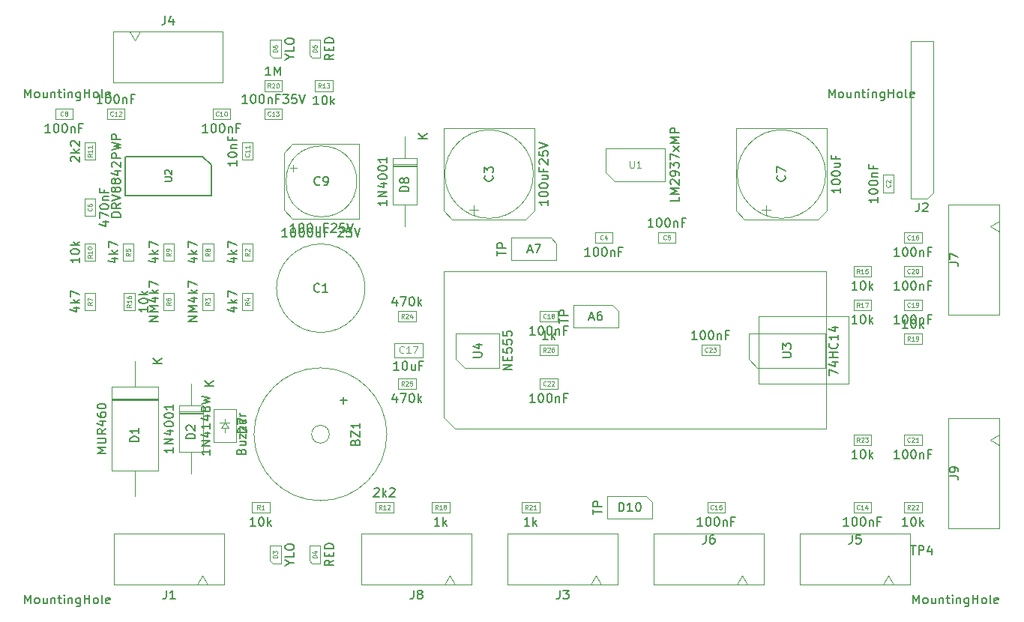
<source format=gbr>
G04 #@! TF.GenerationSoftware,KiCad,Pcbnew,5.1.5-52549c5~86~ubuntu18.04.1*
G04 #@! TF.CreationDate,2020-05-21T16:47:52+05:30*
G04 #@! TF.ProjectId,Resp2,52657370-322e-46b6-9963-61645f706362,rev?*
G04 #@! TF.SameCoordinates,Original*
G04 #@! TF.FileFunction,Other,Fab,Top*
%FSLAX46Y46*%
G04 Gerber Fmt 4.6, Leading zero omitted, Abs format (unit mm)*
G04 Created by KiCad (PCBNEW 5.1.5-52549c5~86~ubuntu18.04.1) date 2020-05-21 16:47:52*
%MOMM*%
%LPD*%
G04 APERTURE LIST*
%ADD10C,0.100000*%
%ADD11C,0.150000*%
%ADD12C,0.080000*%
%ADD13C,0.120000*%
G04 APERTURE END LIST*
D10*
X79375000Y-44450000D02*
X80010000Y-45085000D01*
X74930000Y-44450000D02*
X79375000Y-44450000D01*
X74930000Y-46990000D02*
X74930000Y-44450000D01*
X80010000Y-46990000D02*
X74930000Y-46990000D01*
X80010000Y-45085000D02*
X80010000Y-46990000D01*
X72390000Y-36830000D02*
X73025000Y-37465000D01*
X67945000Y-36830000D02*
X72390000Y-36830000D01*
X67945000Y-39370000D02*
X67945000Y-36830000D01*
X73025000Y-39370000D02*
X67945000Y-39370000D01*
X73025000Y-37465000D02*
X73025000Y-39370000D01*
X83185000Y-66040000D02*
X83820000Y-66675000D01*
X78740000Y-66040000D02*
X83185000Y-66040000D01*
X78740000Y-68580000D02*
X78740000Y-66040000D01*
X83820000Y-68580000D02*
X78740000Y-68580000D01*
X83820000Y-66675000D02*
X83820000Y-68580000D01*
X33100000Y-56500000D02*
X30400000Y-56500000D01*
X33100000Y-56700000D02*
X30400000Y-56700000D01*
X33100000Y-56600000D02*
X30400000Y-56600000D01*
X31750000Y-63500000D02*
X31750000Y-61020000D01*
X31750000Y-53340000D02*
X31750000Y-55820000D01*
X33100000Y-61020000D02*
X33100000Y-55820000D01*
X30400000Y-61020000D02*
X33100000Y-61020000D01*
X30400000Y-55820000D02*
X30400000Y-61020000D01*
X33100000Y-55820000D02*
X30400000Y-55820000D01*
X60325000Y-40640000D02*
X103505000Y-40640000D01*
X60325000Y-57150000D02*
X60325000Y-40640000D01*
X61595000Y-58420000D02*
X60325000Y-57150000D01*
X103505000Y-58420000D02*
X61595000Y-58420000D01*
X103505000Y-40640000D02*
X103505000Y-58420000D01*
X106045000Y-53340000D02*
X95885000Y-53340000D01*
X106045000Y-45720000D02*
X106045000Y-53340000D01*
X95885000Y-45720000D02*
X106045000Y-45720000D01*
X95885000Y-53340000D02*
X95885000Y-45720000D01*
X36810000Y-56180000D02*
X36810000Y-59980000D01*
X36810000Y-59980000D02*
X34310000Y-59980000D01*
X34310000Y-59980000D02*
X34310000Y-56180000D01*
X34310000Y-56180000D02*
X36810000Y-56180000D01*
X35560000Y-57330000D02*
X35560000Y-57730000D01*
X35560000Y-57730000D02*
X36110000Y-57730000D01*
X35560000Y-57730000D02*
X35010000Y-57730000D01*
X35560000Y-57730000D02*
X35960000Y-58330000D01*
X35960000Y-58330000D02*
X35160000Y-58330000D01*
X35160000Y-58330000D02*
X35560000Y-57730000D01*
X35560000Y-58330000D02*
X35560000Y-58830000D01*
X35470000Y-76010000D02*
X35470000Y-70260000D01*
X35470000Y-70260000D02*
X23070000Y-70260000D01*
X23070000Y-70260000D02*
X23070000Y-76010000D01*
X23070000Y-76010000D02*
X35470000Y-76010000D01*
X33645000Y-76010000D02*
X33020000Y-75010000D01*
X33020000Y-75010000D02*
X32395000Y-76010000D01*
X122000000Y-35560000D02*
X123000000Y-36185000D01*
X123000000Y-34935000D02*
X122000000Y-35560000D01*
X123000000Y-45510000D02*
X123000000Y-33110000D01*
X117250000Y-45510000D02*
X123000000Y-45510000D01*
X117250000Y-33110000D02*
X117250000Y-45510000D01*
X123000000Y-33110000D02*
X117250000Y-33110000D01*
D11*
X33060000Y-27645000D02*
X34060000Y-28645000D01*
X24360000Y-27645000D02*
X33060000Y-27645000D01*
X24309200Y-32045000D02*
X24309200Y-27645000D01*
X34060000Y-32045000D02*
X24360000Y-32045000D01*
X34060000Y-28645000D02*
X34060000Y-32045000D01*
D10*
X115570000Y-31750000D02*
X114935000Y-32385000D01*
X115570000Y-14605000D02*
X115570000Y-31750000D01*
X113030000Y-14605000D02*
X115570000Y-14605000D01*
X113030000Y-32385000D02*
X113030000Y-14605000D01*
X114935000Y-32385000D02*
X113030000Y-32385000D01*
X51395000Y-42545000D02*
G75*
G03X51395000Y-42545000I-5000000J0D01*
G01*
X28610000Y-37490000D02*
X29810000Y-37490000D01*
X29810000Y-37490000D02*
X29810000Y-39490000D01*
X29810000Y-39490000D02*
X28610000Y-39490000D01*
X28610000Y-39490000D02*
X28610000Y-37490000D01*
X42030000Y-22260000D02*
X42030000Y-23460000D01*
X42030000Y-23460000D02*
X40030000Y-23460000D01*
X40030000Y-23460000D02*
X40030000Y-22260000D01*
X40030000Y-22260000D02*
X42030000Y-22260000D01*
X24250000Y-22260000D02*
X24250000Y-23460000D01*
X24250000Y-23460000D02*
X22250000Y-23460000D01*
X22250000Y-23460000D02*
X22250000Y-22260000D01*
X22250000Y-22260000D02*
X24250000Y-22260000D01*
X37500000Y-26060000D02*
X38700000Y-26060000D01*
X38700000Y-26060000D02*
X38700000Y-28060000D01*
X38700000Y-28060000D02*
X37500000Y-28060000D01*
X37500000Y-28060000D02*
X37500000Y-26060000D01*
X34170000Y-23460000D02*
X34170000Y-22260000D01*
X34170000Y-22260000D02*
X36170000Y-22260000D01*
X36170000Y-22260000D02*
X36170000Y-23460000D01*
X36170000Y-23460000D02*
X34170000Y-23460000D01*
X16390000Y-23460000D02*
X16390000Y-22260000D01*
X16390000Y-22260000D02*
X18390000Y-22260000D01*
X18390000Y-22260000D02*
X18390000Y-23460000D01*
X18390000Y-23460000D02*
X16390000Y-23460000D01*
X20920000Y-34410000D02*
X19720000Y-34410000D01*
X19720000Y-34410000D02*
X19720000Y-32410000D01*
X19720000Y-32410000D02*
X20920000Y-32410000D01*
X20920000Y-32410000D02*
X20920000Y-34410000D01*
X86480000Y-36230000D02*
X86480000Y-37430000D01*
X86480000Y-37430000D02*
X84480000Y-37430000D01*
X84480000Y-37430000D02*
X84480000Y-36230000D01*
X84480000Y-36230000D02*
X86480000Y-36230000D01*
X77350000Y-37430000D02*
X77350000Y-36230000D01*
X77350000Y-36230000D02*
X79350000Y-36230000D01*
X79350000Y-36230000D02*
X79350000Y-37430000D01*
X79350000Y-37430000D02*
X77350000Y-37430000D01*
X109890000Y-29725000D02*
X111090000Y-29725000D01*
X111090000Y-29725000D02*
X111090000Y-31725000D01*
X111090000Y-31725000D02*
X109890000Y-31725000D01*
X109890000Y-31725000D02*
X109890000Y-29725000D01*
X110490000Y-75010000D02*
X109865000Y-76010000D01*
X111115000Y-76010000D02*
X110490000Y-75010000D01*
X100540000Y-76010000D02*
X112940000Y-76010000D01*
X100540000Y-70260000D02*
X100540000Y-76010000D01*
X112940000Y-70260000D02*
X100540000Y-70260000D01*
X112940000Y-76010000D02*
X112940000Y-70260000D01*
X60960000Y-75010000D02*
X60335000Y-76010000D01*
X61585000Y-76010000D02*
X60960000Y-75010000D01*
X51010000Y-76010000D02*
X63410000Y-76010000D01*
X51010000Y-70260000D02*
X51010000Y-76010000D01*
X63410000Y-70260000D02*
X51010000Y-70260000D01*
X63410000Y-76010000D02*
X63410000Y-70260000D01*
X93980000Y-75010000D02*
X93355000Y-76010000D01*
X94605000Y-76010000D02*
X93980000Y-75010000D01*
X84030000Y-76010000D02*
X96430000Y-76010000D01*
X84030000Y-70260000D02*
X84030000Y-76010000D01*
X96430000Y-70260000D02*
X84030000Y-70260000D01*
X96430000Y-76010000D02*
X96430000Y-70260000D01*
X22950000Y-13525000D02*
X22950000Y-19275000D01*
X22950000Y-19275000D02*
X35350000Y-19275000D01*
X35350000Y-19275000D02*
X35350000Y-13525000D01*
X35350000Y-13525000D02*
X22950000Y-13525000D01*
X24775000Y-13525000D02*
X25400000Y-14525000D01*
X25400000Y-14525000D02*
X26025000Y-13525000D01*
X77470000Y-75010000D02*
X76845000Y-76010000D01*
X78095000Y-76010000D02*
X77470000Y-75010000D01*
X67520000Y-76010000D02*
X79920000Y-76010000D01*
X67520000Y-70260000D02*
X67520000Y-76010000D01*
X79920000Y-70260000D02*
X67520000Y-70260000D01*
X79920000Y-76010000D02*
X79920000Y-70260000D01*
X122000000Y-59690000D02*
X123000000Y-60315000D01*
X123000000Y-59065000D02*
X122000000Y-59690000D01*
X123000000Y-69640000D02*
X123000000Y-57240000D01*
X117250000Y-69640000D02*
X123000000Y-69640000D01*
X117250000Y-57240000D02*
X117250000Y-69640000D01*
X123000000Y-57240000D02*
X117250000Y-57240000D01*
X57897500Y-50330000D02*
X54697500Y-50330000D01*
X57897500Y-48730000D02*
X57897500Y-50330000D01*
X54697500Y-48730000D02*
X57897500Y-48730000D01*
X54697500Y-50330000D02*
X54697500Y-48730000D01*
X62660000Y-51545000D02*
X61685000Y-50570000D01*
X66585000Y-51545000D02*
X62660000Y-51545000D01*
X66585000Y-47645000D02*
X66585000Y-51545000D01*
X61685000Y-47645000D02*
X66585000Y-47645000D01*
X61685000Y-50570000D02*
X61685000Y-47645000D01*
X94735000Y-50570000D02*
X94735000Y-47645000D01*
X94735000Y-47645000D02*
X103385000Y-47645000D01*
X103385000Y-47645000D02*
X103385000Y-51545000D01*
X103385000Y-51545000D02*
X95710000Y-51545000D01*
X95710000Y-51545000D02*
X94735000Y-50570000D01*
X79565000Y-30450000D02*
X78565000Y-29450000D01*
X79565000Y-30450000D02*
X85265000Y-30450000D01*
X78565000Y-29450000D02*
X78565000Y-26750000D01*
X85265000Y-30450000D02*
X85265000Y-26750000D01*
X78565000Y-26750000D02*
X85265000Y-26750000D01*
X71145000Y-48930000D02*
X73145000Y-48930000D01*
X71145000Y-50130000D02*
X71145000Y-48930000D01*
X73145000Y-50130000D02*
X71145000Y-50130000D01*
X73145000Y-48930000D02*
X73145000Y-50130000D01*
X57125000Y-53940000D02*
X55125000Y-53940000D01*
X57125000Y-52740000D02*
X57125000Y-53940000D01*
X55125000Y-52740000D02*
X57125000Y-52740000D01*
X55125000Y-53940000D02*
X55125000Y-52740000D01*
X55125000Y-45120000D02*
X57125000Y-45120000D01*
X55125000Y-46320000D02*
X55125000Y-45120000D01*
X57125000Y-46320000D02*
X55125000Y-46320000D01*
X57125000Y-45120000D02*
X57125000Y-46320000D01*
X108560000Y-60290000D02*
X106560000Y-60290000D01*
X108560000Y-59090000D02*
X108560000Y-60290000D01*
X106560000Y-59090000D02*
X108560000Y-59090000D01*
X106560000Y-60290000D02*
X106560000Y-59090000D01*
X112275000Y-67910000D02*
X112275000Y-66710000D01*
X112275000Y-66710000D02*
X114275000Y-66710000D01*
X114275000Y-66710000D02*
X114275000Y-67910000D01*
X114275000Y-67910000D02*
X112275000Y-67910000D01*
X69095000Y-67910000D02*
X69095000Y-66710000D01*
X69095000Y-66710000D02*
X71095000Y-66710000D01*
X71095000Y-66710000D02*
X71095000Y-67910000D01*
X71095000Y-67910000D02*
X69095000Y-67910000D01*
X42030000Y-19085000D02*
X42030000Y-20285000D01*
X42030000Y-20285000D02*
X40030000Y-20285000D01*
X40030000Y-20285000D02*
X40030000Y-19085000D01*
X40030000Y-19085000D02*
X42030000Y-19085000D01*
X112275000Y-47660000D02*
X114275000Y-47660000D01*
X112275000Y-48860000D02*
X112275000Y-47660000D01*
X114275000Y-48860000D02*
X112275000Y-48860000D01*
X114275000Y-47660000D02*
X114275000Y-48860000D01*
X58935000Y-67910000D02*
X58935000Y-66710000D01*
X58935000Y-66710000D02*
X60935000Y-66710000D01*
X60935000Y-66710000D02*
X60935000Y-67910000D01*
X60935000Y-67910000D02*
X58935000Y-67910000D01*
X108560000Y-45050000D02*
X106560000Y-45050000D01*
X108560000Y-43850000D02*
X108560000Y-45050000D01*
X106560000Y-43850000D02*
X108560000Y-43850000D01*
X106560000Y-45050000D02*
X106560000Y-43850000D01*
X25365000Y-45060000D02*
X24165000Y-45060000D01*
X24165000Y-45060000D02*
X24165000Y-43060000D01*
X24165000Y-43060000D02*
X25365000Y-43060000D01*
X25365000Y-43060000D02*
X25365000Y-45060000D01*
X106560000Y-41240000D02*
X106560000Y-40040000D01*
X106560000Y-40040000D02*
X108560000Y-40040000D01*
X108560000Y-40040000D02*
X108560000Y-41240000D01*
X108560000Y-41240000D02*
X106560000Y-41240000D01*
X45745000Y-20285000D02*
X45745000Y-19085000D01*
X45745000Y-19085000D02*
X47745000Y-19085000D01*
X47745000Y-19085000D02*
X47745000Y-20285000D01*
X47745000Y-20285000D02*
X45745000Y-20285000D01*
X54585000Y-66710000D02*
X54585000Y-67910000D01*
X54585000Y-67910000D02*
X52585000Y-67910000D01*
X52585000Y-67910000D02*
X52585000Y-66710000D01*
X52585000Y-66710000D02*
X54585000Y-66710000D01*
X19720000Y-26060000D02*
X20920000Y-26060000D01*
X20920000Y-26060000D02*
X20920000Y-28060000D01*
X20920000Y-28060000D02*
X19720000Y-28060000D01*
X19720000Y-28060000D02*
X19720000Y-26060000D01*
X19720000Y-37490000D02*
X20920000Y-37490000D01*
X20920000Y-37490000D02*
X20920000Y-39490000D01*
X20920000Y-39490000D02*
X19720000Y-39490000D01*
X19720000Y-39490000D02*
X19720000Y-37490000D01*
X33055000Y-37490000D02*
X34255000Y-37490000D01*
X34255000Y-37490000D02*
X34255000Y-39490000D01*
X34255000Y-39490000D02*
X33055000Y-39490000D01*
X33055000Y-39490000D02*
X33055000Y-37490000D01*
X19720000Y-43060000D02*
X20920000Y-43060000D01*
X20920000Y-43060000D02*
X20920000Y-45060000D01*
X20920000Y-45060000D02*
X19720000Y-45060000D01*
X19720000Y-45060000D02*
X19720000Y-43060000D01*
X28610000Y-43060000D02*
X29810000Y-43060000D01*
X29810000Y-43060000D02*
X29810000Y-45060000D01*
X29810000Y-45060000D02*
X28610000Y-45060000D01*
X28610000Y-45060000D02*
X28610000Y-43060000D01*
X24038000Y-37490000D02*
X25238000Y-37490000D01*
X25238000Y-37490000D02*
X25238000Y-39490000D01*
X25238000Y-39490000D02*
X24038000Y-39490000D01*
X24038000Y-39490000D02*
X24038000Y-37490000D01*
X37500000Y-43060000D02*
X38700000Y-43060000D01*
X38700000Y-43060000D02*
X38700000Y-45060000D01*
X38700000Y-45060000D02*
X37500000Y-45060000D01*
X37500000Y-45060000D02*
X37500000Y-43060000D01*
X33055000Y-43060000D02*
X34255000Y-43060000D01*
X34255000Y-43060000D02*
X34255000Y-45060000D01*
X34255000Y-45060000D02*
X33055000Y-45060000D01*
X33055000Y-45060000D02*
X33055000Y-43060000D01*
X37500000Y-37490000D02*
X38700000Y-37490000D01*
X38700000Y-37490000D02*
X38700000Y-39490000D01*
X38700000Y-39490000D02*
X37500000Y-39490000D01*
X37500000Y-39490000D02*
X37500000Y-37490000D01*
X38615000Y-67910000D02*
X38615000Y-66710000D01*
X38615000Y-66710000D02*
X40615000Y-66710000D01*
X40615000Y-66710000D02*
X40615000Y-67910000D01*
X40615000Y-67910000D02*
X38615000Y-67910000D01*
X40675000Y-14485000D02*
X40675000Y-16185000D01*
X40675000Y-16185000D02*
X40975000Y-16485000D01*
X40975000Y-16485000D02*
X41875000Y-16485000D01*
X41875000Y-16485000D02*
X41875000Y-14485000D01*
X41875000Y-14485000D02*
X40675000Y-14485000D01*
X46320000Y-14485000D02*
X45120000Y-14485000D01*
X46320000Y-16485000D02*
X46320000Y-14485000D01*
X45420000Y-16485000D02*
X46320000Y-16485000D01*
X45120000Y-16185000D02*
X45420000Y-16485000D01*
X45120000Y-14485000D02*
X45120000Y-16185000D01*
X45120000Y-71635000D02*
X45120000Y-73335000D01*
X45120000Y-73335000D02*
X45420000Y-73635000D01*
X45420000Y-73635000D02*
X46320000Y-73635000D01*
X46320000Y-73635000D02*
X46320000Y-71635000D01*
X46320000Y-71635000D02*
X45120000Y-71635000D01*
X40675000Y-71635000D02*
X40675000Y-73335000D01*
X40675000Y-73335000D02*
X40975000Y-73635000D01*
X40975000Y-73635000D02*
X41875000Y-73635000D01*
X41875000Y-73635000D02*
X41875000Y-71635000D01*
X41875000Y-71635000D02*
X40675000Y-71635000D01*
X57230000Y-27880000D02*
X54530000Y-27880000D01*
X54530000Y-27880000D02*
X54530000Y-33080000D01*
X54530000Y-33080000D02*
X57230000Y-33080000D01*
X57230000Y-33080000D02*
X57230000Y-27880000D01*
X55880000Y-25400000D02*
X55880000Y-27880000D01*
X55880000Y-35560000D02*
X55880000Y-33080000D01*
X57230000Y-28660000D02*
X54530000Y-28660000D01*
X57230000Y-28760000D02*
X54530000Y-28760000D01*
X57230000Y-28560000D02*
X54530000Y-28560000D01*
X28000000Y-53670000D02*
X22800000Y-53670000D01*
X22800000Y-53670000D02*
X22800000Y-63170000D01*
X22800000Y-63170000D02*
X28000000Y-63170000D01*
X28000000Y-63170000D02*
X28000000Y-53670000D01*
X25400000Y-50800000D02*
X25400000Y-53670000D01*
X25400000Y-66040000D02*
X25400000Y-63170000D01*
X28000000Y-55095000D02*
X22800000Y-55095000D01*
X28000000Y-55195000D02*
X22800000Y-55195000D01*
X28000000Y-54995000D02*
X22800000Y-54995000D01*
X89415000Y-48930000D02*
X91415000Y-48930000D01*
X89415000Y-50130000D02*
X89415000Y-48930000D01*
X91415000Y-50130000D02*
X89415000Y-50130000D01*
X91415000Y-48930000D02*
X91415000Y-50130000D01*
X73145000Y-53940000D02*
X71145000Y-53940000D01*
X73145000Y-52740000D02*
X73145000Y-53940000D01*
X71145000Y-52740000D02*
X73145000Y-52740000D01*
X71145000Y-53940000D02*
X71145000Y-52740000D01*
X114275000Y-60290000D02*
X112275000Y-60290000D01*
X114275000Y-59090000D02*
X114275000Y-60290000D01*
X112275000Y-59090000D02*
X114275000Y-59090000D01*
X112275000Y-60290000D02*
X112275000Y-59090000D01*
X114275000Y-41240000D02*
X112275000Y-41240000D01*
X114275000Y-40040000D02*
X114275000Y-41240000D01*
X112275000Y-40040000D02*
X114275000Y-40040000D01*
X112275000Y-41240000D02*
X112275000Y-40040000D01*
X114275000Y-45050000D02*
X112275000Y-45050000D01*
X114275000Y-43850000D02*
X114275000Y-45050000D01*
X112275000Y-43850000D02*
X114275000Y-43850000D01*
X112275000Y-45050000D02*
X112275000Y-43850000D01*
X73145000Y-46320000D02*
X71145000Y-46320000D01*
X73145000Y-45120000D02*
X73145000Y-46320000D01*
X71145000Y-45120000D02*
X73145000Y-45120000D01*
X71145000Y-46320000D02*
X71145000Y-45120000D01*
X112275000Y-37430000D02*
X112275000Y-36230000D01*
X112275000Y-36230000D02*
X114275000Y-36230000D01*
X114275000Y-36230000D02*
X114275000Y-37430000D01*
X114275000Y-37430000D02*
X112275000Y-37430000D01*
X90050000Y-67910000D02*
X90050000Y-66710000D01*
X90050000Y-66710000D02*
X92050000Y-66710000D01*
X92050000Y-66710000D02*
X92050000Y-67910000D01*
X92050000Y-67910000D02*
X90050000Y-67910000D01*
X108560000Y-67910000D02*
X106560000Y-67910000D01*
X108560000Y-66710000D02*
X108560000Y-67910000D01*
X106560000Y-66710000D02*
X108560000Y-66710000D01*
X106560000Y-67910000D02*
X106560000Y-66710000D01*
X50465000Y-30480000D02*
G75*
G03X50465000Y-30480000I-4000000J0D01*
G01*
X50715000Y-26230000D02*
X50715000Y-34730000D01*
X43215000Y-26230000D02*
X50715000Y-26230000D01*
X43215000Y-34730000D02*
X50715000Y-34730000D01*
X42215000Y-27230000D02*
X42215000Y-33730000D01*
X42215000Y-27230000D02*
X43215000Y-26230000D01*
X42215000Y-33730000D02*
X43215000Y-34730000D01*
X42902722Y-28980000D02*
X43702722Y-28980000D01*
X43302722Y-28580000D02*
X43302722Y-29380000D01*
X103425000Y-29655000D02*
G75*
G03X103425000Y-29655000I-5000000J0D01*
G01*
X93275000Y-24505000D02*
X103575000Y-24505000D01*
X93275000Y-33805000D02*
X93275000Y-24505000D01*
X103575000Y-33805000D02*
X103575000Y-24505000D01*
X94275000Y-34805000D02*
X102575000Y-34805000D01*
X94275000Y-34805000D02*
X93275000Y-33805000D01*
X102575000Y-34805000D02*
X103575000Y-33805000D01*
X96725000Y-34213325D02*
X96725000Y-33213325D01*
X96225000Y-33713325D02*
X97225000Y-33713325D01*
X70405000Y-29655000D02*
G75*
G03X70405000Y-29655000I-5000000J0D01*
G01*
X60255000Y-24505000D02*
X70555000Y-24505000D01*
X60255000Y-33805000D02*
X60255000Y-24505000D01*
X70555000Y-33805000D02*
X70555000Y-24505000D01*
X61255000Y-34805000D02*
X69555000Y-34805000D01*
X61255000Y-34805000D02*
X60255000Y-33805000D01*
X69555000Y-34805000D02*
X70555000Y-33805000D01*
X63705000Y-34213325D02*
X63705000Y-33213325D01*
X63205000Y-33713325D02*
X64205000Y-33713325D01*
X47355000Y-59045000D02*
G75*
G03X47355000Y-59045000I-1000000J0D01*
G01*
X53855000Y-59045000D02*
G75*
G03X53855000Y-59045000I-7500000J0D01*
G01*
D11*
X73322380Y-46505714D02*
X73322380Y-45934285D01*
X74322380Y-46220000D02*
X73322380Y-46220000D01*
X74322380Y-45600952D02*
X73322380Y-45600952D01*
X73322380Y-45220000D01*
X73370000Y-45124761D01*
X73417619Y-45077142D01*
X73512857Y-45029523D01*
X73655714Y-45029523D01*
X73750952Y-45077142D01*
X73798571Y-45124761D01*
X73846190Y-45220000D01*
X73846190Y-45600952D01*
X76755714Y-45886666D02*
X77231904Y-45886666D01*
X76660476Y-46172380D02*
X76993809Y-45172380D01*
X77327142Y-46172380D01*
X78089047Y-45172380D02*
X77898571Y-45172380D01*
X77803333Y-45220000D01*
X77755714Y-45267619D01*
X77660476Y-45410476D01*
X77612857Y-45600952D01*
X77612857Y-45981904D01*
X77660476Y-46077142D01*
X77708095Y-46124761D01*
X77803333Y-46172380D01*
X77993809Y-46172380D01*
X78089047Y-46124761D01*
X78136666Y-46077142D01*
X78184285Y-45981904D01*
X78184285Y-45743809D01*
X78136666Y-45648571D01*
X78089047Y-45600952D01*
X77993809Y-45553333D01*
X77803333Y-45553333D01*
X77708095Y-45600952D01*
X77660476Y-45648571D01*
X77612857Y-45743809D01*
X66337380Y-38885714D02*
X66337380Y-38314285D01*
X67337380Y-38600000D02*
X66337380Y-38600000D01*
X67337380Y-37980952D02*
X66337380Y-37980952D01*
X66337380Y-37600000D01*
X66385000Y-37504761D01*
X66432619Y-37457142D01*
X66527857Y-37409523D01*
X66670714Y-37409523D01*
X66765952Y-37457142D01*
X66813571Y-37504761D01*
X66861190Y-37600000D01*
X66861190Y-37980952D01*
X69770714Y-38266666D02*
X70246904Y-38266666D01*
X69675476Y-38552380D02*
X70008809Y-37552380D01*
X70342142Y-38552380D01*
X70580238Y-37552380D02*
X71246904Y-37552380D01*
X70818333Y-38552380D01*
X77132380Y-68095714D02*
X77132380Y-67524285D01*
X78132380Y-67810000D02*
X77132380Y-67810000D01*
X78132380Y-67190952D02*
X77132380Y-67190952D01*
X77132380Y-66810000D01*
X77180000Y-66714761D01*
X77227619Y-66667142D01*
X77322857Y-66619523D01*
X77465714Y-66619523D01*
X77560952Y-66667142D01*
X77608571Y-66714761D01*
X77656190Y-66810000D01*
X77656190Y-67190952D01*
X80065714Y-67762380D02*
X80065714Y-66762380D01*
X80303809Y-66762380D01*
X80446666Y-66810000D01*
X80541904Y-66905238D01*
X80589523Y-67000476D01*
X80637142Y-67190952D01*
X80637142Y-67333809D01*
X80589523Y-67524285D01*
X80541904Y-67619523D01*
X80446666Y-67714761D01*
X80303809Y-67762380D01*
X80065714Y-67762380D01*
X81589523Y-67762380D02*
X81018095Y-67762380D01*
X81303809Y-67762380D02*
X81303809Y-66762380D01*
X81208571Y-66905238D01*
X81113333Y-67000476D01*
X81018095Y-67048095D01*
X82208571Y-66762380D02*
X82303809Y-66762380D01*
X82399047Y-66810000D01*
X82446666Y-66857619D01*
X82494285Y-66952857D01*
X82541904Y-67143333D01*
X82541904Y-67381428D01*
X82494285Y-67571904D01*
X82446666Y-67667142D01*
X82399047Y-67714761D01*
X82303809Y-67762380D01*
X82208571Y-67762380D01*
X82113333Y-67714761D01*
X82065714Y-67667142D01*
X82018095Y-67571904D01*
X81970476Y-67381428D01*
X81970476Y-67143333D01*
X82018095Y-66952857D01*
X82065714Y-66857619D01*
X82113333Y-66810000D01*
X82208571Y-66762380D01*
X113038095Y-71632380D02*
X113609523Y-71632380D01*
X113323809Y-72632380D02*
X113323809Y-71632380D01*
X113942857Y-72632380D02*
X113942857Y-71632380D01*
X114323809Y-71632380D01*
X114419047Y-71680000D01*
X114466666Y-71727619D01*
X114514285Y-71822857D01*
X114514285Y-71965714D01*
X114466666Y-72060952D01*
X114419047Y-72108571D01*
X114323809Y-72156190D01*
X113942857Y-72156190D01*
X115371428Y-71965714D02*
X115371428Y-72632380D01*
X115133333Y-71584761D02*
X114895238Y-72299047D01*
X115514285Y-72299047D01*
X29732380Y-60562857D02*
X29732380Y-61134285D01*
X29732380Y-60848571D02*
X28732380Y-60848571D01*
X28875238Y-60943809D01*
X28970476Y-61039047D01*
X29018095Y-61134285D01*
X29732380Y-60134285D02*
X28732380Y-60134285D01*
X29732380Y-59562857D01*
X28732380Y-59562857D01*
X29065714Y-58658095D02*
X29732380Y-58658095D01*
X28684761Y-58896190D02*
X29399047Y-59134285D01*
X29399047Y-58515238D01*
X28732380Y-57943809D02*
X28732380Y-57848571D01*
X28780000Y-57753333D01*
X28827619Y-57705714D01*
X28922857Y-57658095D01*
X29113333Y-57610476D01*
X29351428Y-57610476D01*
X29541904Y-57658095D01*
X29637142Y-57705714D01*
X29684761Y-57753333D01*
X29732380Y-57848571D01*
X29732380Y-57943809D01*
X29684761Y-58039047D01*
X29637142Y-58086666D01*
X29541904Y-58134285D01*
X29351428Y-58181904D01*
X29113333Y-58181904D01*
X28922857Y-58134285D01*
X28827619Y-58086666D01*
X28780000Y-58039047D01*
X28732380Y-57943809D01*
X28732380Y-56991428D02*
X28732380Y-56896190D01*
X28780000Y-56800952D01*
X28827619Y-56753333D01*
X28922857Y-56705714D01*
X29113333Y-56658095D01*
X29351428Y-56658095D01*
X29541904Y-56705714D01*
X29637142Y-56753333D01*
X29684761Y-56800952D01*
X29732380Y-56896190D01*
X29732380Y-56991428D01*
X29684761Y-57086666D01*
X29637142Y-57134285D01*
X29541904Y-57181904D01*
X29351428Y-57229523D01*
X29113333Y-57229523D01*
X28922857Y-57181904D01*
X28827619Y-57134285D01*
X28780000Y-57086666D01*
X28732380Y-56991428D01*
X29732380Y-55705714D02*
X29732380Y-56277142D01*
X29732380Y-55991428D02*
X28732380Y-55991428D01*
X28875238Y-56086666D01*
X28970476Y-56181904D01*
X29018095Y-56277142D01*
X34302380Y-53601904D02*
X33302380Y-53601904D01*
X34302380Y-53030476D02*
X33730952Y-53459047D01*
X33302380Y-53030476D02*
X33873809Y-53601904D01*
X32202380Y-59548095D02*
X31202380Y-59548095D01*
X31202380Y-59310000D01*
X31250000Y-59167142D01*
X31345238Y-59071904D01*
X31440476Y-59024285D01*
X31630952Y-58976666D01*
X31773809Y-58976666D01*
X31964285Y-59024285D01*
X32059523Y-59071904D01*
X32154761Y-59167142D01*
X32202380Y-59310000D01*
X32202380Y-59548095D01*
X31297619Y-58595714D02*
X31250000Y-58548095D01*
X31202380Y-58452857D01*
X31202380Y-58214761D01*
X31250000Y-58119523D01*
X31297619Y-58071904D01*
X31392857Y-58024285D01*
X31488095Y-58024285D01*
X31630952Y-58071904D01*
X32202380Y-58643333D01*
X32202380Y-58024285D01*
X33912380Y-60794285D02*
X33912380Y-61365714D01*
X33912380Y-61080000D02*
X32912380Y-61080000D01*
X33055238Y-61175238D01*
X33150476Y-61270476D01*
X33198095Y-61365714D01*
X33912380Y-60365714D02*
X32912380Y-60365714D01*
X33912380Y-59794285D01*
X32912380Y-59794285D01*
X33245714Y-58889523D02*
X33912380Y-58889523D01*
X32864761Y-59127619D02*
X33579047Y-59365714D01*
X33579047Y-58746666D01*
X33912380Y-57841904D02*
X33912380Y-58413333D01*
X33912380Y-58127619D02*
X32912380Y-58127619D01*
X33055238Y-58222857D01*
X33150476Y-58318095D01*
X33198095Y-58413333D01*
X33245714Y-56984761D02*
X33912380Y-56984761D01*
X32864761Y-57222857D02*
X33579047Y-57460952D01*
X33579047Y-56841904D01*
X33340952Y-56318095D02*
X33293333Y-56413333D01*
X33245714Y-56460952D01*
X33150476Y-56508571D01*
X33102857Y-56508571D01*
X33007619Y-56460952D01*
X32960000Y-56413333D01*
X32912380Y-56318095D01*
X32912380Y-56127619D01*
X32960000Y-56032380D01*
X33007619Y-55984761D01*
X33102857Y-55937142D01*
X33150476Y-55937142D01*
X33245714Y-55984761D01*
X33293333Y-56032380D01*
X33340952Y-56127619D01*
X33340952Y-56318095D01*
X33388571Y-56413333D01*
X33436190Y-56460952D01*
X33531428Y-56508571D01*
X33721904Y-56508571D01*
X33817142Y-56460952D01*
X33864761Y-56413333D01*
X33912380Y-56318095D01*
X33912380Y-56127619D01*
X33864761Y-56032380D01*
X33817142Y-55984761D01*
X33721904Y-55937142D01*
X33531428Y-55937142D01*
X33436190Y-55984761D01*
X33388571Y-56032380D01*
X33340952Y-56127619D01*
X32912380Y-55603809D02*
X33912380Y-55365714D01*
X33198095Y-55175238D01*
X33912380Y-54984761D01*
X32912380Y-54746666D01*
X38012380Y-58818095D02*
X37012380Y-58818095D01*
X37012380Y-58580000D01*
X37060000Y-58437142D01*
X37155238Y-58341904D01*
X37250476Y-58294285D01*
X37440952Y-58246666D01*
X37583809Y-58246666D01*
X37774285Y-58294285D01*
X37869523Y-58341904D01*
X37964761Y-58437142D01*
X38012380Y-58580000D01*
X38012380Y-58818095D01*
X37012380Y-57913333D02*
X37012380Y-57246666D01*
X38012380Y-57675238D01*
X28936666Y-76662380D02*
X28936666Y-77376666D01*
X28889047Y-77519523D01*
X28793809Y-77614761D01*
X28650952Y-77662380D01*
X28555714Y-77662380D01*
X29936666Y-77662380D02*
X29365238Y-77662380D01*
X29650952Y-77662380D02*
X29650952Y-76662380D01*
X29555714Y-76805238D01*
X29460476Y-76900476D01*
X29365238Y-76948095D01*
X117402380Y-39643333D02*
X118116666Y-39643333D01*
X118259523Y-39690952D01*
X118354761Y-39786190D01*
X118402380Y-39929047D01*
X118402380Y-40024285D01*
X117402380Y-39262380D02*
X117402380Y-38595714D01*
X118402380Y-39024285D01*
X23762380Y-34511666D02*
X22762380Y-34511666D01*
X22762380Y-34273571D01*
X22810000Y-34130714D01*
X22905238Y-34035476D01*
X23000476Y-33987857D01*
X23190952Y-33940238D01*
X23333809Y-33940238D01*
X23524285Y-33987857D01*
X23619523Y-34035476D01*
X23714761Y-34130714D01*
X23762380Y-34273571D01*
X23762380Y-34511666D01*
X23762380Y-32940238D02*
X23286190Y-33273571D01*
X23762380Y-33511666D02*
X22762380Y-33511666D01*
X22762380Y-33130714D01*
X22810000Y-33035476D01*
X22857619Y-32987857D01*
X22952857Y-32940238D01*
X23095714Y-32940238D01*
X23190952Y-32987857D01*
X23238571Y-33035476D01*
X23286190Y-33130714D01*
X23286190Y-33511666D01*
X22762380Y-32654523D02*
X23762380Y-32321190D01*
X22762380Y-31987857D01*
X23190952Y-31511666D02*
X23143333Y-31606904D01*
X23095714Y-31654523D01*
X23000476Y-31702142D01*
X22952857Y-31702142D01*
X22857619Y-31654523D01*
X22810000Y-31606904D01*
X22762380Y-31511666D01*
X22762380Y-31321190D01*
X22810000Y-31225952D01*
X22857619Y-31178333D01*
X22952857Y-31130714D01*
X23000476Y-31130714D01*
X23095714Y-31178333D01*
X23143333Y-31225952D01*
X23190952Y-31321190D01*
X23190952Y-31511666D01*
X23238571Y-31606904D01*
X23286190Y-31654523D01*
X23381428Y-31702142D01*
X23571904Y-31702142D01*
X23667142Y-31654523D01*
X23714761Y-31606904D01*
X23762380Y-31511666D01*
X23762380Y-31321190D01*
X23714761Y-31225952D01*
X23667142Y-31178333D01*
X23571904Y-31130714D01*
X23381428Y-31130714D01*
X23286190Y-31178333D01*
X23238571Y-31225952D01*
X23190952Y-31321190D01*
X23190952Y-30559285D02*
X23143333Y-30654523D01*
X23095714Y-30702142D01*
X23000476Y-30749761D01*
X22952857Y-30749761D01*
X22857619Y-30702142D01*
X22810000Y-30654523D01*
X22762380Y-30559285D01*
X22762380Y-30368809D01*
X22810000Y-30273571D01*
X22857619Y-30225952D01*
X22952857Y-30178333D01*
X23000476Y-30178333D01*
X23095714Y-30225952D01*
X23143333Y-30273571D01*
X23190952Y-30368809D01*
X23190952Y-30559285D01*
X23238571Y-30654523D01*
X23286190Y-30702142D01*
X23381428Y-30749761D01*
X23571904Y-30749761D01*
X23667142Y-30702142D01*
X23714761Y-30654523D01*
X23762380Y-30559285D01*
X23762380Y-30368809D01*
X23714761Y-30273571D01*
X23667142Y-30225952D01*
X23571904Y-30178333D01*
X23381428Y-30178333D01*
X23286190Y-30225952D01*
X23238571Y-30273571D01*
X23190952Y-30368809D01*
X23095714Y-29321190D02*
X23762380Y-29321190D01*
X22714761Y-29559285D02*
X23429047Y-29797380D01*
X23429047Y-29178333D01*
X22857619Y-28845000D02*
X22810000Y-28797380D01*
X22762380Y-28702142D01*
X22762380Y-28464047D01*
X22810000Y-28368809D01*
X22857619Y-28321190D01*
X22952857Y-28273571D01*
X23048095Y-28273571D01*
X23190952Y-28321190D01*
X23762380Y-28892619D01*
X23762380Y-28273571D01*
X23762380Y-27845000D02*
X22762380Y-27845000D01*
X22762380Y-27464047D01*
X22810000Y-27368809D01*
X22857619Y-27321190D01*
X22952857Y-27273571D01*
X23095714Y-27273571D01*
X23190952Y-27321190D01*
X23238571Y-27368809D01*
X23286190Y-27464047D01*
X23286190Y-27845000D01*
X22762380Y-26940238D02*
X23762380Y-26702142D01*
X23048095Y-26511666D01*
X23762380Y-26321190D01*
X22762380Y-26083095D01*
X23762380Y-25702142D02*
X22762380Y-25702142D01*
X22762380Y-25321190D01*
X22810000Y-25225952D01*
X22857619Y-25178333D01*
X22952857Y-25130714D01*
X23095714Y-25130714D01*
X23190952Y-25178333D01*
X23238571Y-25225952D01*
X23286190Y-25321190D01*
X23286190Y-25702142D01*
X28771904Y-30454523D02*
X29419523Y-30454523D01*
X29495714Y-30416428D01*
X29533809Y-30378333D01*
X29571904Y-30302142D01*
X29571904Y-30149761D01*
X29533809Y-30073571D01*
X29495714Y-30035476D01*
X29419523Y-29997380D01*
X28771904Y-29997380D01*
X28848095Y-29654523D02*
X28810000Y-29616428D01*
X28771904Y-29540238D01*
X28771904Y-29349761D01*
X28810000Y-29273571D01*
X28848095Y-29235476D01*
X28924285Y-29197380D01*
X29000476Y-29197380D01*
X29114761Y-29235476D01*
X29571904Y-29692619D01*
X29571904Y-29197380D01*
X113966666Y-32897380D02*
X113966666Y-33611666D01*
X113919047Y-33754523D01*
X113823809Y-33849761D01*
X113680952Y-33897380D01*
X113585714Y-33897380D01*
X114395238Y-32992619D02*
X114442857Y-32945000D01*
X114538095Y-32897380D01*
X114776190Y-32897380D01*
X114871428Y-32945000D01*
X114919047Y-32992619D01*
X114966666Y-33087857D01*
X114966666Y-33183095D01*
X114919047Y-33325952D01*
X114347619Y-33897380D01*
X114966666Y-33897380D01*
X42609285Y-36747380D02*
X42037857Y-36747380D01*
X42323571Y-36747380D02*
X42323571Y-35747380D01*
X42228333Y-35890238D01*
X42133095Y-35985476D01*
X42037857Y-36033095D01*
X43228333Y-35747380D02*
X43323571Y-35747380D01*
X43418809Y-35795000D01*
X43466428Y-35842619D01*
X43514047Y-35937857D01*
X43561666Y-36128333D01*
X43561666Y-36366428D01*
X43514047Y-36556904D01*
X43466428Y-36652142D01*
X43418809Y-36699761D01*
X43323571Y-36747380D01*
X43228333Y-36747380D01*
X43133095Y-36699761D01*
X43085476Y-36652142D01*
X43037857Y-36556904D01*
X42990238Y-36366428D01*
X42990238Y-36128333D01*
X43037857Y-35937857D01*
X43085476Y-35842619D01*
X43133095Y-35795000D01*
X43228333Y-35747380D01*
X44180714Y-35747380D02*
X44275952Y-35747380D01*
X44371190Y-35795000D01*
X44418809Y-35842619D01*
X44466428Y-35937857D01*
X44514047Y-36128333D01*
X44514047Y-36366428D01*
X44466428Y-36556904D01*
X44418809Y-36652142D01*
X44371190Y-36699761D01*
X44275952Y-36747380D01*
X44180714Y-36747380D01*
X44085476Y-36699761D01*
X44037857Y-36652142D01*
X43990238Y-36556904D01*
X43942619Y-36366428D01*
X43942619Y-36128333D01*
X43990238Y-35937857D01*
X44037857Y-35842619D01*
X44085476Y-35795000D01*
X44180714Y-35747380D01*
X45133095Y-35747380D02*
X45228333Y-35747380D01*
X45323571Y-35795000D01*
X45371190Y-35842619D01*
X45418809Y-35937857D01*
X45466428Y-36128333D01*
X45466428Y-36366428D01*
X45418809Y-36556904D01*
X45371190Y-36652142D01*
X45323571Y-36699761D01*
X45228333Y-36747380D01*
X45133095Y-36747380D01*
X45037857Y-36699761D01*
X44990238Y-36652142D01*
X44942619Y-36556904D01*
X44895000Y-36366428D01*
X44895000Y-36128333D01*
X44942619Y-35937857D01*
X44990238Y-35842619D01*
X45037857Y-35795000D01*
X45133095Y-35747380D01*
X46323571Y-36080714D02*
X46323571Y-36747380D01*
X45895000Y-36080714D02*
X45895000Y-36604523D01*
X45942619Y-36699761D01*
X46037857Y-36747380D01*
X46180714Y-36747380D01*
X46275952Y-36699761D01*
X46323571Y-36652142D01*
X47133095Y-36223571D02*
X46799761Y-36223571D01*
X46799761Y-36747380D02*
X46799761Y-35747380D01*
X47275952Y-35747380D01*
X48371190Y-35842619D02*
X48418809Y-35795000D01*
X48514047Y-35747380D01*
X48752142Y-35747380D01*
X48847380Y-35795000D01*
X48895000Y-35842619D01*
X48942619Y-35937857D01*
X48942619Y-36033095D01*
X48895000Y-36175952D01*
X48323571Y-36747380D01*
X48942619Y-36747380D01*
X49847380Y-35747380D02*
X49371190Y-35747380D01*
X49323571Y-36223571D01*
X49371190Y-36175952D01*
X49466428Y-36128333D01*
X49704523Y-36128333D01*
X49799761Y-36175952D01*
X49847380Y-36223571D01*
X49895000Y-36318809D01*
X49895000Y-36556904D01*
X49847380Y-36652142D01*
X49799761Y-36699761D01*
X49704523Y-36747380D01*
X49466428Y-36747380D01*
X49371190Y-36699761D01*
X49323571Y-36652142D01*
X50180714Y-35747380D02*
X50514047Y-36747380D01*
X50847380Y-35747380D01*
X46228333Y-42902142D02*
X46180714Y-42949761D01*
X46037857Y-42997380D01*
X45942619Y-42997380D01*
X45799761Y-42949761D01*
X45704523Y-42854523D01*
X45656904Y-42759285D01*
X45609285Y-42568809D01*
X45609285Y-42425952D01*
X45656904Y-42235476D01*
X45704523Y-42140238D01*
X45799761Y-42045000D01*
X45942619Y-41997380D01*
X46037857Y-41997380D01*
X46180714Y-42045000D01*
X46228333Y-42092619D01*
X47180714Y-42997380D02*
X46609285Y-42997380D01*
X46895000Y-42997380D02*
X46895000Y-41997380D01*
X46799761Y-42140238D01*
X46704523Y-42235476D01*
X46609285Y-42283095D01*
X27345714Y-39180476D02*
X28012380Y-39180476D01*
X26964761Y-39418571D02*
X27679047Y-39656666D01*
X27679047Y-39037619D01*
X28012380Y-38656666D02*
X27012380Y-38656666D01*
X27631428Y-38561428D02*
X28012380Y-38275714D01*
X27345714Y-38275714D02*
X27726666Y-38656666D01*
X27012380Y-37942380D02*
X27012380Y-37275714D01*
X28012380Y-37704285D01*
D12*
X29436190Y-38573333D02*
X29198095Y-38740000D01*
X29436190Y-38859047D02*
X28936190Y-38859047D01*
X28936190Y-38668571D01*
X28960000Y-38620952D01*
X28983809Y-38597142D01*
X29031428Y-38573333D01*
X29102857Y-38573333D01*
X29150476Y-38597142D01*
X29174285Y-38620952D01*
X29198095Y-38668571D01*
X29198095Y-38859047D01*
X29436190Y-38335238D02*
X29436190Y-38240000D01*
X29412380Y-38192380D01*
X29388571Y-38168571D01*
X29317142Y-38120952D01*
X29221904Y-38097142D01*
X29031428Y-38097142D01*
X28983809Y-38120952D01*
X28960000Y-38144761D01*
X28936190Y-38192380D01*
X28936190Y-38287619D01*
X28960000Y-38335238D01*
X28983809Y-38359047D01*
X29031428Y-38382857D01*
X29150476Y-38382857D01*
X29198095Y-38359047D01*
X29221904Y-38335238D01*
X29245714Y-38287619D01*
X29245714Y-38192380D01*
X29221904Y-38144761D01*
X29198095Y-38120952D01*
X29150476Y-38097142D01*
D11*
X103799285Y-21027380D02*
X103799285Y-20027380D01*
X104132619Y-20741666D01*
X104465952Y-20027380D01*
X104465952Y-21027380D01*
X105085000Y-21027380D02*
X104989761Y-20979761D01*
X104942142Y-20932142D01*
X104894523Y-20836904D01*
X104894523Y-20551190D01*
X104942142Y-20455952D01*
X104989761Y-20408333D01*
X105085000Y-20360714D01*
X105227857Y-20360714D01*
X105323095Y-20408333D01*
X105370714Y-20455952D01*
X105418333Y-20551190D01*
X105418333Y-20836904D01*
X105370714Y-20932142D01*
X105323095Y-20979761D01*
X105227857Y-21027380D01*
X105085000Y-21027380D01*
X106275476Y-20360714D02*
X106275476Y-21027380D01*
X105846904Y-20360714D02*
X105846904Y-20884523D01*
X105894523Y-20979761D01*
X105989761Y-21027380D01*
X106132619Y-21027380D01*
X106227857Y-20979761D01*
X106275476Y-20932142D01*
X106751666Y-20360714D02*
X106751666Y-21027380D01*
X106751666Y-20455952D02*
X106799285Y-20408333D01*
X106894523Y-20360714D01*
X107037380Y-20360714D01*
X107132619Y-20408333D01*
X107180238Y-20503571D01*
X107180238Y-21027380D01*
X107513571Y-20360714D02*
X107894523Y-20360714D01*
X107656428Y-20027380D02*
X107656428Y-20884523D01*
X107704047Y-20979761D01*
X107799285Y-21027380D01*
X107894523Y-21027380D01*
X108227857Y-21027380D02*
X108227857Y-20360714D01*
X108227857Y-20027380D02*
X108180238Y-20075000D01*
X108227857Y-20122619D01*
X108275476Y-20075000D01*
X108227857Y-20027380D01*
X108227857Y-20122619D01*
X108704047Y-20360714D02*
X108704047Y-21027380D01*
X108704047Y-20455952D02*
X108751666Y-20408333D01*
X108846904Y-20360714D01*
X108989761Y-20360714D01*
X109085000Y-20408333D01*
X109132619Y-20503571D01*
X109132619Y-21027380D01*
X110037380Y-20360714D02*
X110037380Y-21170238D01*
X109989761Y-21265476D01*
X109942142Y-21313095D01*
X109846904Y-21360714D01*
X109704047Y-21360714D01*
X109608809Y-21313095D01*
X110037380Y-20979761D02*
X109942142Y-21027380D01*
X109751666Y-21027380D01*
X109656428Y-20979761D01*
X109608809Y-20932142D01*
X109561190Y-20836904D01*
X109561190Y-20551190D01*
X109608809Y-20455952D01*
X109656428Y-20408333D01*
X109751666Y-20360714D01*
X109942142Y-20360714D01*
X110037380Y-20408333D01*
X110513571Y-21027380D02*
X110513571Y-20027380D01*
X110513571Y-20503571D02*
X111085000Y-20503571D01*
X111085000Y-21027380D02*
X111085000Y-20027380D01*
X111704047Y-21027380D02*
X111608809Y-20979761D01*
X111561190Y-20932142D01*
X111513571Y-20836904D01*
X111513571Y-20551190D01*
X111561190Y-20455952D01*
X111608809Y-20408333D01*
X111704047Y-20360714D01*
X111846904Y-20360714D01*
X111942142Y-20408333D01*
X111989761Y-20455952D01*
X112037380Y-20551190D01*
X112037380Y-20836904D01*
X111989761Y-20932142D01*
X111942142Y-20979761D01*
X111846904Y-21027380D01*
X111704047Y-21027380D01*
X112608809Y-21027380D02*
X112513571Y-20979761D01*
X112465952Y-20884523D01*
X112465952Y-20027380D01*
X113370714Y-20979761D02*
X113275476Y-21027380D01*
X113085000Y-21027380D01*
X112989761Y-20979761D01*
X112942142Y-20884523D01*
X112942142Y-20503571D01*
X112989761Y-20408333D01*
X113085000Y-20360714D01*
X113275476Y-20360714D01*
X113370714Y-20408333D01*
X113418333Y-20503571D01*
X113418333Y-20598809D01*
X112942142Y-20694047D01*
X12994285Y-21027380D02*
X12994285Y-20027380D01*
X13327619Y-20741666D01*
X13660952Y-20027380D01*
X13660952Y-21027380D01*
X14280000Y-21027380D02*
X14184761Y-20979761D01*
X14137142Y-20932142D01*
X14089523Y-20836904D01*
X14089523Y-20551190D01*
X14137142Y-20455952D01*
X14184761Y-20408333D01*
X14280000Y-20360714D01*
X14422857Y-20360714D01*
X14518095Y-20408333D01*
X14565714Y-20455952D01*
X14613333Y-20551190D01*
X14613333Y-20836904D01*
X14565714Y-20932142D01*
X14518095Y-20979761D01*
X14422857Y-21027380D01*
X14280000Y-21027380D01*
X15470476Y-20360714D02*
X15470476Y-21027380D01*
X15041904Y-20360714D02*
X15041904Y-20884523D01*
X15089523Y-20979761D01*
X15184761Y-21027380D01*
X15327619Y-21027380D01*
X15422857Y-20979761D01*
X15470476Y-20932142D01*
X15946666Y-20360714D02*
X15946666Y-21027380D01*
X15946666Y-20455952D02*
X15994285Y-20408333D01*
X16089523Y-20360714D01*
X16232380Y-20360714D01*
X16327619Y-20408333D01*
X16375238Y-20503571D01*
X16375238Y-21027380D01*
X16708571Y-20360714D02*
X17089523Y-20360714D01*
X16851428Y-20027380D02*
X16851428Y-20884523D01*
X16899047Y-20979761D01*
X16994285Y-21027380D01*
X17089523Y-21027380D01*
X17422857Y-21027380D02*
X17422857Y-20360714D01*
X17422857Y-20027380D02*
X17375238Y-20075000D01*
X17422857Y-20122619D01*
X17470476Y-20075000D01*
X17422857Y-20027380D01*
X17422857Y-20122619D01*
X17899047Y-20360714D02*
X17899047Y-21027380D01*
X17899047Y-20455952D02*
X17946666Y-20408333D01*
X18041904Y-20360714D01*
X18184761Y-20360714D01*
X18280000Y-20408333D01*
X18327619Y-20503571D01*
X18327619Y-21027380D01*
X19232380Y-20360714D02*
X19232380Y-21170238D01*
X19184761Y-21265476D01*
X19137142Y-21313095D01*
X19041904Y-21360714D01*
X18899047Y-21360714D01*
X18803809Y-21313095D01*
X19232380Y-20979761D02*
X19137142Y-21027380D01*
X18946666Y-21027380D01*
X18851428Y-20979761D01*
X18803809Y-20932142D01*
X18756190Y-20836904D01*
X18756190Y-20551190D01*
X18803809Y-20455952D01*
X18851428Y-20408333D01*
X18946666Y-20360714D01*
X19137142Y-20360714D01*
X19232380Y-20408333D01*
X19708571Y-21027380D02*
X19708571Y-20027380D01*
X19708571Y-20503571D02*
X20280000Y-20503571D01*
X20280000Y-21027380D02*
X20280000Y-20027380D01*
X20899047Y-21027380D02*
X20803809Y-20979761D01*
X20756190Y-20932142D01*
X20708571Y-20836904D01*
X20708571Y-20551190D01*
X20756190Y-20455952D01*
X20803809Y-20408333D01*
X20899047Y-20360714D01*
X21041904Y-20360714D01*
X21137142Y-20408333D01*
X21184761Y-20455952D01*
X21232380Y-20551190D01*
X21232380Y-20836904D01*
X21184761Y-20932142D01*
X21137142Y-20979761D01*
X21041904Y-21027380D01*
X20899047Y-21027380D01*
X21803809Y-21027380D02*
X21708571Y-20979761D01*
X21660952Y-20884523D01*
X21660952Y-20027380D01*
X22565714Y-20979761D02*
X22470476Y-21027380D01*
X22280000Y-21027380D01*
X22184761Y-20979761D01*
X22137142Y-20884523D01*
X22137142Y-20503571D01*
X22184761Y-20408333D01*
X22280000Y-20360714D01*
X22470476Y-20360714D01*
X22565714Y-20408333D01*
X22613333Y-20503571D01*
X22613333Y-20598809D01*
X22137142Y-20694047D01*
X12994285Y-78177380D02*
X12994285Y-77177380D01*
X13327619Y-77891666D01*
X13660952Y-77177380D01*
X13660952Y-78177380D01*
X14280000Y-78177380D02*
X14184761Y-78129761D01*
X14137142Y-78082142D01*
X14089523Y-77986904D01*
X14089523Y-77701190D01*
X14137142Y-77605952D01*
X14184761Y-77558333D01*
X14280000Y-77510714D01*
X14422857Y-77510714D01*
X14518095Y-77558333D01*
X14565714Y-77605952D01*
X14613333Y-77701190D01*
X14613333Y-77986904D01*
X14565714Y-78082142D01*
X14518095Y-78129761D01*
X14422857Y-78177380D01*
X14280000Y-78177380D01*
X15470476Y-77510714D02*
X15470476Y-78177380D01*
X15041904Y-77510714D02*
X15041904Y-78034523D01*
X15089523Y-78129761D01*
X15184761Y-78177380D01*
X15327619Y-78177380D01*
X15422857Y-78129761D01*
X15470476Y-78082142D01*
X15946666Y-77510714D02*
X15946666Y-78177380D01*
X15946666Y-77605952D02*
X15994285Y-77558333D01*
X16089523Y-77510714D01*
X16232380Y-77510714D01*
X16327619Y-77558333D01*
X16375238Y-77653571D01*
X16375238Y-78177380D01*
X16708571Y-77510714D02*
X17089523Y-77510714D01*
X16851428Y-77177380D02*
X16851428Y-78034523D01*
X16899047Y-78129761D01*
X16994285Y-78177380D01*
X17089523Y-78177380D01*
X17422857Y-78177380D02*
X17422857Y-77510714D01*
X17422857Y-77177380D02*
X17375238Y-77225000D01*
X17422857Y-77272619D01*
X17470476Y-77225000D01*
X17422857Y-77177380D01*
X17422857Y-77272619D01*
X17899047Y-77510714D02*
X17899047Y-78177380D01*
X17899047Y-77605952D02*
X17946666Y-77558333D01*
X18041904Y-77510714D01*
X18184761Y-77510714D01*
X18280000Y-77558333D01*
X18327619Y-77653571D01*
X18327619Y-78177380D01*
X19232380Y-77510714D02*
X19232380Y-78320238D01*
X19184761Y-78415476D01*
X19137142Y-78463095D01*
X19041904Y-78510714D01*
X18899047Y-78510714D01*
X18803809Y-78463095D01*
X19232380Y-78129761D02*
X19137142Y-78177380D01*
X18946666Y-78177380D01*
X18851428Y-78129761D01*
X18803809Y-78082142D01*
X18756190Y-77986904D01*
X18756190Y-77701190D01*
X18803809Y-77605952D01*
X18851428Y-77558333D01*
X18946666Y-77510714D01*
X19137142Y-77510714D01*
X19232380Y-77558333D01*
X19708571Y-78177380D02*
X19708571Y-77177380D01*
X19708571Y-77653571D02*
X20280000Y-77653571D01*
X20280000Y-78177380D02*
X20280000Y-77177380D01*
X20899047Y-78177380D02*
X20803809Y-78129761D01*
X20756190Y-78082142D01*
X20708571Y-77986904D01*
X20708571Y-77701190D01*
X20756190Y-77605952D01*
X20803809Y-77558333D01*
X20899047Y-77510714D01*
X21041904Y-77510714D01*
X21137142Y-77558333D01*
X21184761Y-77605952D01*
X21232380Y-77701190D01*
X21232380Y-77986904D01*
X21184761Y-78082142D01*
X21137142Y-78129761D01*
X21041904Y-78177380D01*
X20899047Y-78177380D01*
X21803809Y-78177380D02*
X21708571Y-78129761D01*
X21660952Y-78034523D01*
X21660952Y-77177380D01*
X22565714Y-78129761D02*
X22470476Y-78177380D01*
X22280000Y-78177380D01*
X22184761Y-78129761D01*
X22137142Y-78034523D01*
X22137142Y-77653571D01*
X22184761Y-77558333D01*
X22280000Y-77510714D01*
X22470476Y-77510714D01*
X22565714Y-77558333D01*
X22613333Y-77653571D01*
X22613333Y-77748809D01*
X22137142Y-77844047D01*
X113324285Y-78177380D02*
X113324285Y-77177380D01*
X113657619Y-77891666D01*
X113990952Y-77177380D01*
X113990952Y-78177380D01*
X114610000Y-78177380D02*
X114514761Y-78129761D01*
X114467142Y-78082142D01*
X114419523Y-77986904D01*
X114419523Y-77701190D01*
X114467142Y-77605952D01*
X114514761Y-77558333D01*
X114610000Y-77510714D01*
X114752857Y-77510714D01*
X114848095Y-77558333D01*
X114895714Y-77605952D01*
X114943333Y-77701190D01*
X114943333Y-77986904D01*
X114895714Y-78082142D01*
X114848095Y-78129761D01*
X114752857Y-78177380D01*
X114610000Y-78177380D01*
X115800476Y-77510714D02*
X115800476Y-78177380D01*
X115371904Y-77510714D02*
X115371904Y-78034523D01*
X115419523Y-78129761D01*
X115514761Y-78177380D01*
X115657619Y-78177380D01*
X115752857Y-78129761D01*
X115800476Y-78082142D01*
X116276666Y-77510714D02*
X116276666Y-78177380D01*
X116276666Y-77605952D02*
X116324285Y-77558333D01*
X116419523Y-77510714D01*
X116562380Y-77510714D01*
X116657619Y-77558333D01*
X116705238Y-77653571D01*
X116705238Y-78177380D01*
X117038571Y-77510714D02*
X117419523Y-77510714D01*
X117181428Y-77177380D02*
X117181428Y-78034523D01*
X117229047Y-78129761D01*
X117324285Y-78177380D01*
X117419523Y-78177380D01*
X117752857Y-78177380D02*
X117752857Y-77510714D01*
X117752857Y-77177380D02*
X117705238Y-77225000D01*
X117752857Y-77272619D01*
X117800476Y-77225000D01*
X117752857Y-77177380D01*
X117752857Y-77272619D01*
X118229047Y-77510714D02*
X118229047Y-78177380D01*
X118229047Y-77605952D02*
X118276666Y-77558333D01*
X118371904Y-77510714D01*
X118514761Y-77510714D01*
X118610000Y-77558333D01*
X118657619Y-77653571D01*
X118657619Y-78177380D01*
X119562380Y-77510714D02*
X119562380Y-78320238D01*
X119514761Y-78415476D01*
X119467142Y-78463095D01*
X119371904Y-78510714D01*
X119229047Y-78510714D01*
X119133809Y-78463095D01*
X119562380Y-78129761D02*
X119467142Y-78177380D01*
X119276666Y-78177380D01*
X119181428Y-78129761D01*
X119133809Y-78082142D01*
X119086190Y-77986904D01*
X119086190Y-77701190D01*
X119133809Y-77605952D01*
X119181428Y-77558333D01*
X119276666Y-77510714D01*
X119467142Y-77510714D01*
X119562380Y-77558333D01*
X120038571Y-78177380D02*
X120038571Y-77177380D01*
X120038571Y-77653571D02*
X120610000Y-77653571D01*
X120610000Y-78177380D02*
X120610000Y-77177380D01*
X121229047Y-78177380D02*
X121133809Y-78129761D01*
X121086190Y-78082142D01*
X121038571Y-77986904D01*
X121038571Y-77701190D01*
X121086190Y-77605952D01*
X121133809Y-77558333D01*
X121229047Y-77510714D01*
X121371904Y-77510714D01*
X121467142Y-77558333D01*
X121514761Y-77605952D01*
X121562380Y-77701190D01*
X121562380Y-77986904D01*
X121514761Y-78082142D01*
X121467142Y-78129761D01*
X121371904Y-78177380D01*
X121229047Y-78177380D01*
X122133809Y-78177380D02*
X122038571Y-78129761D01*
X121990952Y-78034523D01*
X121990952Y-77177380D01*
X122895714Y-78129761D02*
X122800476Y-78177380D01*
X122610000Y-78177380D01*
X122514761Y-78129761D01*
X122467142Y-78034523D01*
X122467142Y-77653571D01*
X122514761Y-77558333D01*
X122610000Y-77510714D01*
X122800476Y-77510714D01*
X122895714Y-77558333D01*
X122943333Y-77653571D01*
X122943333Y-77748809D01*
X122467142Y-77844047D01*
X38101428Y-21662380D02*
X37530000Y-21662380D01*
X37815714Y-21662380D02*
X37815714Y-20662380D01*
X37720476Y-20805238D01*
X37625238Y-20900476D01*
X37530000Y-20948095D01*
X38720476Y-20662380D02*
X38815714Y-20662380D01*
X38910952Y-20710000D01*
X38958571Y-20757619D01*
X39006190Y-20852857D01*
X39053809Y-21043333D01*
X39053809Y-21281428D01*
X39006190Y-21471904D01*
X38958571Y-21567142D01*
X38910952Y-21614761D01*
X38815714Y-21662380D01*
X38720476Y-21662380D01*
X38625238Y-21614761D01*
X38577619Y-21567142D01*
X38530000Y-21471904D01*
X38482380Y-21281428D01*
X38482380Y-21043333D01*
X38530000Y-20852857D01*
X38577619Y-20757619D01*
X38625238Y-20710000D01*
X38720476Y-20662380D01*
X39672857Y-20662380D02*
X39768095Y-20662380D01*
X39863333Y-20710000D01*
X39910952Y-20757619D01*
X39958571Y-20852857D01*
X40006190Y-21043333D01*
X40006190Y-21281428D01*
X39958571Y-21471904D01*
X39910952Y-21567142D01*
X39863333Y-21614761D01*
X39768095Y-21662380D01*
X39672857Y-21662380D01*
X39577619Y-21614761D01*
X39530000Y-21567142D01*
X39482380Y-21471904D01*
X39434761Y-21281428D01*
X39434761Y-21043333D01*
X39482380Y-20852857D01*
X39530000Y-20757619D01*
X39577619Y-20710000D01*
X39672857Y-20662380D01*
X40434761Y-20995714D02*
X40434761Y-21662380D01*
X40434761Y-21090952D02*
X40482380Y-21043333D01*
X40577619Y-20995714D01*
X40720476Y-20995714D01*
X40815714Y-21043333D01*
X40863333Y-21138571D01*
X40863333Y-21662380D01*
X41672857Y-21138571D02*
X41339523Y-21138571D01*
X41339523Y-21662380D02*
X41339523Y-20662380D01*
X41815714Y-20662380D01*
X42101428Y-20662380D02*
X42720476Y-20662380D01*
X42387142Y-21043333D01*
X42530000Y-21043333D01*
X42625238Y-21090952D01*
X42672857Y-21138571D01*
X42720476Y-21233809D01*
X42720476Y-21471904D01*
X42672857Y-21567142D01*
X42625238Y-21614761D01*
X42530000Y-21662380D01*
X42244285Y-21662380D01*
X42149047Y-21614761D01*
X42101428Y-21567142D01*
X43625238Y-20662380D02*
X43149047Y-20662380D01*
X43101428Y-21138571D01*
X43149047Y-21090952D01*
X43244285Y-21043333D01*
X43482380Y-21043333D01*
X43577619Y-21090952D01*
X43625238Y-21138571D01*
X43672857Y-21233809D01*
X43672857Y-21471904D01*
X43625238Y-21567142D01*
X43577619Y-21614761D01*
X43482380Y-21662380D01*
X43244285Y-21662380D01*
X43149047Y-21614761D01*
X43101428Y-21567142D01*
X43958571Y-20662380D02*
X44291904Y-21662380D01*
X44625238Y-20662380D01*
D12*
X40708571Y-23038571D02*
X40684761Y-23062380D01*
X40613333Y-23086190D01*
X40565714Y-23086190D01*
X40494285Y-23062380D01*
X40446666Y-23014761D01*
X40422857Y-22967142D01*
X40399047Y-22871904D01*
X40399047Y-22800476D01*
X40422857Y-22705238D01*
X40446666Y-22657619D01*
X40494285Y-22610000D01*
X40565714Y-22586190D01*
X40613333Y-22586190D01*
X40684761Y-22610000D01*
X40708571Y-22633809D01*
X41184761Y-23086190D02*
X40899047Y-23086190D01*
X41041904Y-23086190D02*
X41041904Y-22586190D01*
X40994285Y-22657619D01*
X40946666Y-22705238D01*
X40899047Y-22729047D01*
X41351428Y-22586190D02*
X41660952Y-22586190D01*
X41494285Y-22776666D01*
X41565714Y-22776666D01*
X41613333Y-22800476D01*
X41637142Y-22824285D01*
X41660952Y-22871904D01*
X41660952Y-22990952D01*
X41637142Y-23038571D01*
X41613333Y-23062380D01*
X41565714Y-23086190D01*
X41422857Y-23086190D01*
X41375238Y-23062380D01*
X41351428Y-23038571D01*
D11*
X21702380Y-21662380D02*
X21130952Y-21662380D01*
X21416666Y-21662380D02*
X21416666Y-20662380D01*
X21321428Y-20805238D01*
X21226190Y-20900476D01*
X21130952Y-20948095D01*
X22321428Y-20662380D02*
X22416666Y-20662380D01*
X22511904Y-20710000D01*
X22559523Y-20757619D01*
X22607142Y-20852857D01*
X22654761Y-21043333D01*
X22654761Y-21281428D01*
X22607142Y-21471904D01*
X22559523Y-21567142D01*
X22511904Y-21614761D01*
X22416666Y-21662380D01*
X22321428Y-21662380D01*
X22226190Y-21614761D01*
X22178571Y-21567142D01*
X22130952Y-21471904D01*
X22083333Y-21281428D01*
X22083333Y-21043333D01*
X22130952Y-20852857D01*
X22178571Y-20757619D01*
X22226190Y-20710000D01*
X22321428Y-20662380D01*
X23273809Y-20662380D02*
X23369047Y-20662380D01*
X23464285Y-20710000D01*
X23511904Y-20757619D01*
X23559523Y-20852857D01*
X23607142Y-21043333D01*
X23607142Y-21281428D01*
X23559523Y-21471904D01*
X23511904Y-21567142D01*
X23464285Y-21614761D01*
X23369047Y-21662380D01*
X23273809Y-21662380D01*
X23178571Y-21614761D01*
X23130952Y-21567142D01*
X23083333Y-21471904D01*
X23035714Y-21281428D01*
X23035714Y-21043333D01*
X23083333Y-20852857D01*
X23130952Y-20757619D01*
X23178571Y-20710000D01*
X23273809Y-20662380D01*
X24035714Y-20995714D02*
X24035714Y-21662380D01*
X24035714Y-21090952D02*
X24083333Y-21043333D01*
X24178571Y-20995714D01*
X24321428Y-20995714D01*
X24416666Y-21043333D01*
X24464285Y-21138571D01*
X24464285Y-21662380D01*
X25273809Y-21138571D02*
X24940476Y-21138571D01*
X24940476Y-21662380D02*
X24940476Y-20662380D01*
X25416666Y-20662380D01*
D12*
X22928571Y-23038571D02*
X22904761Y-23062380D01*
X22833333Y-23086190D01*
X22785714Y-23086190D01*
X22714285Y-23062380D01*
X22666666Y-23014761D01*
X22642857Y-22967142D01*
X22619047Y-22871904D01*
X22619047Y-22800476D01*
X22642857Y-22705238D01*
X22666666Y-22657619D01*
X22714285Y-22610000D01*
X22785714Y-22586190D01*
X22833333Y-22586190D01*
X22904761Y-22610000D01*
X22928571Y-22633809D01*
X23404761Y-23086190D02*
X23119047Y-23086190D01*
X23261904Y-23086190D02*
X23261904Y-22586190D01*
X23214285Y-22657619D01*
X23166666Y-22705238D01*
X23119047Y-22729047D01*
X23595238Y-22633809D02*
X23619047Y-22610000D01*
X23666666Y-22586190D01*
X23785714Y-22586190D01*
X23833333Y-22610000D01*
X23857142Y-22633809D01*
X23880952Y-22681428D01*
X23880952Y-22729047D01*
X23857142Y-22800476D01*
X23571428Y-23086190D01*
X23880952Y-23086190D01*
D11*
X36902380Y-28131428D02*
X36902380Y-28702857D01*
X36902380Y-28417142D02*
X35902380Y-28417142D01*
X36045238Y-28512380D01*
X36140476Y-28607619D01*
X36188095Y-28702857D01*
X35902380Y-27512380D02*
X35902380Y-27417142D01*
X35950000Y-27321904D01*
X35997619Y-27274285D01*
X36092857Y-27226666D01*
X36283333Y-27179047D01*
X36521428Y-27179047D01*
X36711904Y-27226666D01*
X36807142Y-27274285D01*
X36854761Y-27321904D01*
X36902380Y-27417142D01*
X36902380Y-27512380D01*
X36854761Y-27607619D01*
X36807142Y-27655238D01*
X36711904Y-27702857D01*
X36521428Y-27750476D01*
X36283333Y-27750476D01*
X36092857Y-27702857D01*
X35997619Y-27655238D01*
X35950000Y-27607619D01*
X35902380Y-27512380D01*
X36235714Y-26750476D02*
X36902380Y-26750476D01*
X36330952Y-26750476D02*
X36283333Y-26702857D01*
X36235714Y-26607619D01*
X36235714Y-26464761D01*
X36283333Y-26369523D01*
X36378571Y-26321904D01*
X36902380Y-26321904D01*
X36378571Y-25512380D02*
X36378571Y-25845714D01*
X36902380Y-25845714D02*
X35902380Y-25845714D01*
X35902380Y-25369523D01*
D12*
X38278571Y-27381428D02*
X38302380Y-27405238D01*
X38326190Y-27476666D01*
X38326190Y-27524285D01*
X38302380Y-27595714D01*
X38254761Y-27643333D01*
X38207142Y-27667142D01*
X38111904Y-27690952D01*
X38040476Y-27690952D01*
X37945238Y-27667142D01*
X37897619Y-27643333D01*
X37850000Y-27595714D01*
X37826190Y-27524285D01*
X37826190Y-27476666D01*
X37850000Y-27405238D01*
X37873809Y-27381428D01*
X38326190Y-26905238D02*
X38326190Y-27190952D01*
X38326190Y-27048095D02*
X37826190Y-27048095D01*
X37897619Y-27095714D01*
X37945238Y-27143333D01*
X37969047Y-27190952D01*
X38326190Y-26429047D02*
X38326190Y-26714761D01*
X38326190Y-26571904D02*
X37826190Y-26571904D01*
X37897619Y-26619523D01*
X37945238Y-26667142D01*
X37969047Y-26714761D01*
D11*
X33622380Y-24962380D02*
X33050952Y-24962380D01*
X33336666Y-24962380D02*
X33336666Y-23962380D01*
X33241428Y-24105238D01*
X33146190Y-24200476D01*
X33050952Y-24248095D01*
X34241428Y-23962380D02*
X34336666Y-23962380D01*
X34431904Y-24010000D01*
X34479523Y-24057619D01*
X34527142Y-24152857D01*
X34574761Y-24343333D01*
X34574761Y-24581428D01*
X34527142Y-24771904D01*
X34479523Y-24867142D01*
X34431904Y-24914761D01*
X34336666Y-24962380D01*
X34241428Y-24962380D01*
X34146190Y-24914761D01*
X34098571Y-24867142D01*
X34050952Y-24771904D01*
X34003333Y-24581428D01*
X34003333Y-24343333D01*
X34050952Y-24152857D01*
X34098571Y-24057619D01*
X34146190Y-24010000D01*
X34241428Y-23962380D01*
X35193809Y-23962380D02*
X35289047Y-23962380D01*
X35384285Y-24010000D01*
X35431904Y-24057619D01*
X35479523Y-24152857D01*
X35527142Y-24343333D01*
X35527142Y-24581428D01*
X35479523Y-24771904D01*
X35431904Y-24867142D01*
X35384285Y-24914761D01*
X35289047Y-24962380D01*
X35193809Y-24962380D01*
X35098571Y-24914761D01*
X35050952Y-24867142D01*
X35003333Y-24771904D01*
X34955714Y-24581428D01*
X34955714Y-24343333D01*
X35003333Y-24152857D01*
X35050952Y-24057619D01*
X35098571Y-24010000D01*
X35193809Y-23962380D01*
X35955714Y-24295714D02*
X35955714Y-24962380D01*
X35955714Y-24390952D02*
X36003333Y-24343333D01*
X36098571Y-24295714D01*
X36241428Y-24295714D01*
X36336666Y-24343333D01*
X36384285Y-24438571D01*
X36384285Y-24962380D01*
X37193809Y-24438571D02*
X36860476Y-24438571D01*
X36860476Y-24962380D02*
X36860476Y-23962380D01*
X37336666Y-23962380D01*
D12*
X34848571Y-23038571D02*
X34824761Y-23062380D01*
X34753333Y-23086190D01*
X34705714Y-23086190D01*
X34634285Y-23062380D01*
X34586666Y-23014761D01*
X34562857Y-22967142D01*
X34539047Y-22871904D01*
X34539047Y-22800476D01*
X34562857Y-22705238D01*
X34586666Y-22657619D01*
X34634285Y-22610000D01*
X34705714Y-22586190D01*
X34753333Y-22586190D01*
X34824761Y-22610000D01*
X34848571Y-22633809D01*
X35324761Y-23086190D02*
X35039047Y-23086190D01*
X35181904Y-23086190D02*
X35181904Y-22586190D01*
X35134285Y-22657619D01*
X35086666Y-22705238D01*
X35039047Y-22729047D01*
X35634285Y-22586190D02*
X35681904Y-22586190D01*
X35729523Y-22610000D01*
X35753333Y-22633809D01*
X35777142Y-22681428D01*
X35800952Y-22776666D01*
X35800952Y-22895714D01*
X35777142Y-22990952D01*
X35753333Y-23038571D01*
X35729523Y-23062380D01*
X35681904Y-23086190D01*
X35634285Y-23086190D01*
X35586666Y-23062380D01*
X35562857Y-23038571D01*
X35539047Y-22990952D01*
X35515238Y-22895714D01*
X35515238Y-22776666D01*
X35539047Y-22681428D01*
X35562857Y-22633809D01*
X35586666Y-22610000D01*
X35634285Y-22586190D01*
D11*
X15842380Y-24962380D02*
X15270952Y-24962380D01*
X15556666Y-24962380D02*
X15556666Y-23962380D01*
X15461428Y-24105238D01*
X15366190Y-24200476D01*
X15270952Y-24248095D01*
X16461428Y-23962380D02*
X16556666Y-23962380D01*
X16651904Y-24010000D01*
X16699523Y-24057619D01*
X16747142Y-24152857D01*
X16794761Y-24343333D01*
X16794761Y-24581428D01*
X16747142Y-24771904D01*
X16699523Y-24867142D01*
X16651904Y-24914761D01*
X16556666Y-24962380D01*
X16461428Y-24962380D01*
X16366190Y-24914761D01*
X16318571Y-24867142D01*
X16270952Y-24771904D01*
X16223333Y-24581428D01*
X16223333Y-24343333D01*
X16270952Y-24152857D01*
X16318571Y-24057619D01*
X16366190Y-24010000D01*
X16461428Y-23962380D01*
X17413809Y-23962380D02*
X17509047Y-23962380D01*
X17604285Y-24010000D01*
X17651904Y-24057619D01*
X17699523Y-24152857D01*
X17747142Y-24343333D01*
X17747142Y-24581428D01*
X17699523Y-24771904D01*
X17651904Y-24867142D01*
X17604285Y-24914761D01*
X17509047Y-24962380D01*
X17413809Y-24962380D01*
X17318571Y-24914761D01*
X17270952Y-24867142D01*
X17223333Y-24771904D01*
X17175714Y-24581428D01*
X17175714Y-24343333D01*
X17223333Y-24152857D01*
X17270952Y-24057619D01*
X17318571Y-24010000D01*
X17413809Y-23962380D01*
X18175714Y-24295714D02*
X18175714Y-24962380D01*
X18175714Y-24390952D02*
X18223333Y-24343333D01*
X18318571Y-24295714D01*
X18461428Y-24295714D01*
X18556666Y-24343333D01*
X18604285Y-24438571D01*
X18604285Y-24962380D01*
X19413809Y-24438571D02*
X19080476Y-24438571D01*
X19080476Y-24962380D02*
X19080476Y-23962380D01*
X19556666Y-23962380D01*
D12*
X17306666Y-23038571D02*
X17282857Y-23062380D01*
X17211428Y-23086190D01*
X17163809Y-23086190D01*
X17092380Y-23062380D01*
X17044761Y-23014761D01*
X17020952Y-22967142D01*
X16997142Y-22871904D01*
X16997142Y-22800476D01*
X17020952Y-22705238D01*
X17044761Y-22657619D01*
X17092380Y-22610000D01*
X17163809Y-22586190D01*
X17211428Y-22586190D01*
X17282857Y-22610000D01*
X17306666Y-22633809D01*
X17592380Y-22800476D02*
X17544761Y-22776666D01*
X17520952Y-22752857D01*
X17497142Y-22705238D01*
X17497142Y-22681428D01*
X17520952Y-22633809D01*
X17544761Y-22610000D01*
X17592380Y-22586190D01*
X17687619Y-22586190D01*
X17735238Y-22610000D01*
X17759047Y-22633809D01*
X17782857Y-22681428D01*
X17782857Y-22705238D01*
X17759047Y-22752857D01*
X17735238Y-22776666D01*
X17687619Y-22800476D01*
X17592380Y-22800476D01*
X17544761Y-22824285D01*
X17520952Y-22848095D01*
X17497142Y-22895714D01*
X17497142Y-22990952D01*
X17520952Y-23038571D01*
X17544761Y-23062380D01*
X17592380Y-23086190D01*
X17687619Y-23086190D01*
X17735238Y-23062380D01*
X17759047Y-23038571D01*
X17782857Y-22990952D01*
X17782857Y-22895714D01*
X17759047Y-22848095D01*
X17735238Y-22824285D01*
X17687619Y-22800476D01*
D11*
X21755714Y-35052857D02*
X22422380Y-35052857D01*
X21374761Y-35290952D02*
X22089047Y-35529047D01*
X22089047Y-34910000D01*
X21422380Y-34624285D02*
X21422380Y-33957619D01*
X22422380Y-34386190D01*
X21422380Y-33386190D02*
X21422380Y-33290952D01*
X21470000Y-33195714D01*
X21517619Y-33148095D01*
X21612857Y-33100476D01*
X21803333Y-33052857D01*
X22041428Y-33052857D01*
X22231904Y-33100476D01*
X22327142Y-33148095D01*
X22374761Y-33195714D01*
X22422380Y-33290952D01*
X22422380Y-33386190D01*
X22374761Y-33481428D01*
X22327142Y-33529047D01*
X22231904Y-33576666D01*
X22041428Y-33624285D01*
X21803333Y-33624285D01*
X21612857Y-33576666D01*
X21517619Y-33529047D01*
X21470000Y-33481428D01*
X21422380Y-33386190D01*
X21755714Y-32624285D02*
X22422380Y-32624285D01*
X21850952Y-32624285D02*
X21803333Y-32576666D01*
X21755714Y-32481428D01*
X21755714Y-32338571D01*
X21803333Y-32243333D01*
X21898571Y-32195714D01*
X22422380Y-32195714D01*
X21898571Y-31386190D02*
X21898571Y-31719523D01*
X22422380Y-31719523D02*
X21422380Y-31719523D01*
X21422380Y-31243333D01*
D12*
X20498571Y-33493333D02*
X20522380Y-33517142D01*
X20546190Y-33588571D01*
X20546190Y-33636190D01*
X20522380Y-33707619D01*
X20474761Y-33755238D01*
X20427142Y-33779047D01*
X20331904Y-33802857D01*
X20260476Y-33802857D01*
X20165238Y-33779047D01*
X20117619Y-33755238D01*
X20070000Y-33707619D01*
X20046190Y-33636190D01*
X20046190Y-33588571D01*
X20070000Y-33517142D01*
X20093809Y-33493333D01*
X20046190Y-33064761D02*
X20046190Y-33160000D01*
X20070000Y-33207619D01*
X20093809Y-33231428D01*
X20165238Y-33279047D01*
X20260476Y-33302857D01*
X20450952Y-33302857D01*
X20498571Y-33279047D01*
X20522380Y-33255238D01*
X20546190Y-33207619D01*
X20546190Y-33112380D01*
X20522380Y-33064761D01*
X20498571Y-33040952D01*
X20450952Y-33017142D01*
X20331904Y-33017142D01*
X20284285Y-33040952D01*
X20260476Y-33064761D01*
X20236666Y-33112380D01*
X20236666Y-33207619D01*
X20260476Y-33255238D01*
X20284285Y-33279047D01*
X20331904Y-33302857D01*
D11*
X83932380Y-35632380D02*
X83360952Y-35632380D01*
X83646666Y-35632380D02*
X83646666Y-34632380D01*
X83551428Y-34775238D01*
X83456190Y-34870476D01*
X83360952Y-34918095D01*
X84551428Y-34632380D02*
X84646666Y-34632380D01*
X84741904Y-34680000D01*
X84789523Y-34727619D01*
X84837142Y-34822857D01*
X84884761Y-35013333D01*
X84884761Y-35251428D01*
X84837142Y-35441904D01*
X84789523Y-35537142D01*
X84741904Y-35584761D01*
X84646666Y-35632380D01*
X84551428Y-35632380D01*
X84456190Y-35584761D01*
X84408571Y-35537142D01*
X84360952Y-35441904D01*
X84313333Y-35251428D01*
X84313333Y-35013333D01*
X84360952Y-34822857D01*
X84408571Y-34727619D01*
X84456190Y-34680000D01*
X84551428Y-34632380D01*
X85503809Y-34632380D02*
X85599047Y-34632380D01*
X85694285Y-34680000D01*
X85741904Y-34727619D01*
X85789523Y-34822857D01*
X85837142Y-35013333D01*
X85837142Y-35251428D01*
X85789523Y-35441904D01*
X85741904Y-35537142D01*
X85694285Y-35584761D01*
X85599047Y-35632380D01*
X85503809Y-35632380D01*
X85408571Y-35584761D01*
X85360952Y-35537142D01*
X85313333Y-35441904D01*
X85265714Y-35251428D01*
X85265714Y-35013333D01*
X85313333Y-34822857D01*
X85360952Y-34727619D01*
X85408571Y-34680000D01*
X85503809Y-34632380D01*
X86265714Y-34965714D02*
X86265714Y-35632380D01*
X86265714Y-35060952D02*
X86313333Y-35013333D01*
X86408571Y-34965714D01*
X86551428Y-34965714D01*
X86646666Y-35013333D01*
X86694285Y-35108571D01*
X86694285Y-35632380D01*
X87503809Y-35108571D02*
X87170476Y-35108571D01*
X87170476Y-35632380D02*
X87170476Y-34632380D01*
X87646666Y-34632380D01*
D12*
X85396666Y-37008571D02*
X85372857Y-37032380D01*
X85301428Y-37056190D01*
X85253809Y-37056190D01*
X85182380Y-37032380D01*
X85134761Y-36984761D01*
X85110952Y-36937142D01*
X85087142Y-36841904D01*
X85087142Y-36770476D01*
X85110952Y-36675238D01*
X85134761Y-36627619D01*
X85182380Y-36580000D01*
X85253809Y-36556190D01*
X85301428Y-36556190D01*
X85372857Y-36580000D01*
X85396666Y-36603809D01*
X85849047Y-36556190D02*
X85610952Y-36556190D01*
X85587142Y-36794285D01*
X85610952Y-36770476D01*
X85658571Y-36746666D01*
X85777619Y-36746666D01*
X85825238Y-36770476D01*
X85849047Y-36794285D01*
X85872857Y-36841904D01*
X85872857Y-36960952D01*
X85849047Y-37008571D01*
X85825238Y-37032380D01*
X85777619Y-37056190D01*
X85658571Y-37056190D01*
X85610952Y-37032380D01*
X85587142Y-37008571D01*
D11*
X76802380Y-38932380D02*
X76230952Y-38932380D01*
X76516666Y-38932380D02*
X76516666Y-37932380D01*
X76421428Y-38075238D01*
X76326190Y-38170476D01*
X76230952Y-38218095D01*
X77421428Y-37932380D02*
X77516666Y-37932380D01*
X77611904Y-37980000D01*
X77659523Y-38027619D01*
X77707142Y-38122857D01*
X77754761Y-38313333D01*
X77754761Y-38551428D01*
X77707142Y-38741904D01*
X77659523Y-38837142D01*
X77611904Y-38884761D01*
X77516666Y-38932380D01*
X77421428Y-38932380D01*
X77326190Y-38884761D01*
X77278571Y-38837142D01*
X77230952Y-38741904D01*
X77183333Y-38551428D01*
X77183333Y-38313333D01*
X77230952Y-38122857D01*
X77278571Y-38027619D01*
X77326190Y-37980000D01*
X77421428Y-37932380D01*
X78373809Y-37932380D02*
X78469047Y-37932380D01*
X78564285Y-37980000D01*
X78611904Y-38027619D01*
X78659523Y-38122857D01*
X78707142Y-38313333D01*
X78707142Y-38551428D01*
X78659523Y-38741904D01*
X78611904Y-38837142D01*
X78564285Y-38884761D01*
X78469047Y-38932380D01*
X78373809Y-38932380D01*
X78278571Y-38884761D01*
X78230952Y-38837142D01*
X78183333Y-38741904D01*
X78135714Y-38551428D01*
X78135714Y-38313333D01*
X78183333Y-38122857D01*
X78230952Y-38027619D01*
X78278571Y-37980000D01*
X78373809Y-37932380D01*
X79135714Y-38265714D02*
X79135714Y-38932380D01*
X79135714Y-38360952D02*
X79183333Y-38313333D01*
X79278571Y-38265714D01*
X79421428Y-38265714D01*
X79516666Y-38313333D01*
X79564285Y-38408571D01*
X79564285Y-38932380D01*
X80373809Y-38408571D02*
X80040476Y-38408571D01*
X80040476Y-38932380D02*
X80040476Y-37932380D01*
X80516666Y-37932380D01*
D12*
X78266666Y-37008571D02*
X78242857Y-37032380D01*
X78171428Y-37056190D01*
X78123809Y-37056190D01*
X78052380Y-37032380D01*
X78004761Y-36984761D01*
X77980952Y-36937142D01*
X77957142Y-36841904D01*
X77957142Y-36770476D01*
X77980952Y-36675238D01*
X78004761Y-36627619D01*
X78052380Y-36580000D01*
X78123809Y-36556190D01*
X78171428Y-36556190D01*
X78242857Y-36580000D01*
X78266666Y-36603809D01*
X78695238Y-36722857D02*
X78695238Y-37056190D01*
X78576190Y-36532380D02*
X78457142Y-36889523D01*
X78766666Y-36889523D01*
D11*
X109292380Y-32272619D02*
X109292380Y-32844047D01*
X109292380Y-32558333D02*
X108292380Y-32558333D01*
X108435238Y-32653571D01*
X108530476Y-32748809D01*
X108578095Y-32844047D01*
X108292380Y-31653571D02*
X108292380Y-31558333D01*
X108340000Y-31463095D01*
X108387619Y-31415476D01*
X108482857Y-31367857D01*
X108673333Y-31320238D01*
X108911428Y-31320238D01*
X109101904Y-31367857D01*
X109197142Y-31415476D01*
X109244761Y-31463095D01*
X109292380Y-31558333D01*
X109292380Y-31653571D01*
X109244761Y-31748809D01*
X109197142Y-31796428D01*
X109101904Y-31844047D01*
X108911428Y-31891666D01*
X108673333Y-31891666D01*
X108482857Y-31844047D01*
X108387619Y-31796428D01*
X108340000Y-31748809D01*
X108292380Y-31653571D01*
X108292380Y-30701190D02*
X108292380Y-30605952D01*
X108340000Y-30510714D01*
X108387619Y-30463095D01*
X108482857Y-30415476D01*
X108673333Y-30367857D01*
X108911428Y-30367857D01*
X109101904Y-30415476D01*
X109197142Y-30463095D01*
X109244761Y-30510714D01*
X109292380Y-30605952D01*
X109292380Y-30701190D01*
X109244761Y-30796428D01*
X109197142Y-30844047D01*
X109101904Y-30891666D01*
X108911428Y-30939285D01*
X108673333Y-30939285D01*
X108482857Y-30891666D01*
X108387619Y-30844047D01*
X108340000Y-30796428D01*
X108292380Y-30701190D01*
X108625714Y-29939285D02*
X109292380Y-29939285D01*
X108720952Y-29939285D02*
X108673333Y-29891666D01*
X108625714Y-29796428D01*
X108625714Y-29653571D01*
X108673333Y-29558333D01*
X108768571Y-29510714D01*
X109292380Y-29510714D01*
X108768571Y-28701190D02*
X108768571Y-29034523D01*
X109292380Y-29034523D02*
X108292380Y-29034523D01*
X108292380Y-28558333D01*
D12*
X110668571Y-30808333D02*
X110692380Y-30832142D01*
X110716190Y-30903571D01*
X110716190Y-30951190D01*
X110692380Y-31022619D01*
X110644761Y-31070238D01*
X110597142Y-31094047D01*
X110501904Y-31117857D01*
X110430476Y-31117857D01*
X110335238Y-31094047D01*
X110287619Y-31070238D01*
X110240000Y-31022619D01*
X110216190Y-30951190D01*
X110216190Y-30903571D01*
X110240000Y-30832142D01*
X110263809Y-30808333D01*
X110263809Y-30617857D02*
X110240000Y-30594047D01*
X110216190Y-30546428D01*
X110216190Y-30427380D01*
X110240000Y-30379761D01*
X110263809Y-30355952D01*
X110311428Y-30332142D01*
X110359047Y-30332142D01*
X110430476Y-30355952D01*
X110716190Y-30641666D01*
X110716190Y-30332142D01*
D11*
X106406666Y-70412380D02*
X106406666Y-71126666D01*
X106359047Y-71269523D01*
X106263809Y-71364761D01*
X106120952Y-71412380D01*
X106025714Y-71412380D01*
X107359047Y-70412380D02*
X106882857Y-70412380D01*
X106835238Y-70888571D01*
X106882857Y-70840952D01*
X106978095Y-70793333D01*
X107216190Y-70793333D01*
X107311428Y-70840952D01*
X107359047Y-70888571D01*
X107406666Y-70983809D01*
X107406666Y-71221904D01*
X107359047Y-71317142D01*
X107311428Y-71364761D01*
X107216190Y-71412380D01*
X106978095Y-71412380D01*
X106882857Y-71364761D01*
X106835238Y-71317142D01*
X56876666Y-76662380D02*
X56876666Y-77376666D01*
X56829047Y-77519523D01*
X56733809Y-77614761D01*
X56590952Y-77662380D01*
X56495714Y-77662380D01*
X57495714Y-77090952D02*
X57400476Y-77043333D01*
X57352857Y-76995714D01*
X57305238Y-76900476D01*
X57305238Y-76852857D01*
X57352857Y-76757619D01*
X57400476Y-76710000D01*
X57495714Y-76662380D01*
X57686190Y-76662380D01*
X57781428Y-76710000D01*
X57829047Y-76757619D01*
X57876666Y-76852857D01*
X57876666Y-76900476D01*
X57829047Y-76995714D01*
X57781428Y-77043333D01*
X57686190Y-77090952D01*
X57495714Y-77090952D01*
X57400476Y-77138571D01*
X57352857Y-77186190D01*
X57305238Y-77281428D01*
X57305238Y-77471904D01*
X57352857Y-77567142D01*
X57400476Y-77614761D01*
X57495714Y-77662380D01*
X57686190Y-77662380D01*
X57781428Y-77614761D01*
X57829047Y-77567142D01*
X57876666Y-77471904D01*
X57876666Y-77281428D01*
X57829047Y-77186190D01*
X57781428Y-77138571D01*
X57686190Y-77090952D01*
X89896666Y-70412380D02*
X89896666Y-71126666D01*
X89849047Y-71269523D01*
X89753809Y-71364761D01*
X89610952Y-71412380D01*
X89515714Y-71412380D01*
X90801428Y-70412380D02*
X90610952Y-70412380D01*
X90515714Y-70460000D01*
X90468095Y-70507619D01*
X90372857Y-70650476D01*
X90325238Y-70840952D01*
X90325238Y-71221904D01*
X90372857Y-71317142D01*
X90420476Y-71364761D01*
X90515714Y-71412380D01*
X90706190Y-71412380D01*
X90801428Y-71364761D01*
X90849047Y-71317142D01*
X90896666Y-71221904D01*
X90896666Y-70983809D01*
X90849047Y-70888571D01*
X90801428Y-70840952D01*
X90706190Y-70793333D01*
X90515714Y-70793333D01*
X90420476Y-70840952D01*
X90372857Y-70888571D01*
X90325238Y-70983809D01*
X28816666Y-11777380D02*
X28816666Y-12491666D01*
X28769047Y-12634523D01*
X28673809Y-12729761D01*
X28530952Y-12777380D01*
X28435714Y-12777380D01*
X29721428Y-12110714D02*
X29721428Y-12777380D01*
X29483333Y-11729761D02*
X29245238Y-12444047D01*
X29864285Y-12444047D01*
X73386666Y-76662380D02*
X73386666Y-77376666D01*
X73339047Y-77519523D01*
X73243809Y-77614761D01*
X73100952Y-77662380D01*
X73005714Y-77662380D01*
X73767619Y-76662380D02*
X74386666Y-76662380D01*
X74053333Y-77043333D01*
X74196190Y-77043333D01*
X74291428Y-77090952D01*
X74339047Y-77138571D01*
X74386666Y-77233809D01*
X74386666Y-77471904D01*
X74339047Y-77567142D01*
X74291428Y-77614761D01*
X74196190Y-77662380D01*
X73910476Y-77662380D01*
X73815238Y-77614761D01*
X73767619Y-77567142D01*
X117402380Y-63773333D02*
X118116666Y-63773333D01*
X118259523Y-63820952D01*
X118354761Y-63916190D01*
X118402380Y-64059047D01*
X118402380Y-64154285D01*
X118402380Y-63249523D02*
X118402380Y-63059047D01*
X118354761Y-62963809D01*
X118307142Y-62916190D01*
X118164285Y-62820952D01*
X117973809Y-62773333D01*
X117592857Y-62773333D01*
X117497619Y-62820952D01*
X117450000Y-62868571D01*
X117402380Y-62963809D01*
X117402380Y-63154285D01*
X117450000Y-63249523D01*
X117497619Y-63297142D01*
X117592857Y-63344761D01*
X117830952Y-63344761D01*
X117926190Y-63297142D01*
X117973809Y-63249523D01*
X118021428Y-63154285D01*
X118021428Y-62963809D01*
X117973809Y-62868571D01*
X117926190Y-62820952D01*
X117830952Y-62773333D01*
X55226071Y-51802380D02*
X54654642Y-51802380D01*
X54940357Y-51802380D02*
X54940357Y-50802380D01*
X54845119Y-50945238D01*
X54749880Y-51040476D01*
X54654642Y-51088095D01*
X55845119Y-50802380D02*
X55940357Y-50802380D01*
X56035595Y-50850000D01*
X56083214Y-50897619D01*
X56130833Y-50992857D01*
X56178452Y-51183333D01*
X56178452Y-51421428D01*
X56130833Y-51611904D01*
X56083214Y-51707142D01*
X56035595Y-51754761D01*
X55940357Y-51802380D01*
X55845119Y-51802380D01*
X55749880Y-51754761D01*
X55702261Y-51707142D01*
X55654642Y-51611904D01*
X55607023Y-51421428D01*
X55607023Y-51183333D01*
X55654642Y-50992857D01*
X55702261Y-50897619D01*
X55749880Y-50850000D01*
X55845119Y-50802380D01*
X57035595Y-51135714D02*
X57035595Y-51802380D01*
X56607023Y-51135714D02*
X56607023Y-51659523D01*
X56654642Y-51754761D01*
X56749880Y-51802380D01*
X56892738Y-51802380D01*
X56987976Y-51754761D01*
X57035595Y-51707142D01*
X57845119Y-51278571D02*
X57511785Y-51278571D01*
X57511785Y-51802380D02*
X57511785Y-50802380D01*
X57987976Y-50802380D01*
D13*
X55783214Y-49815714D02*
X55745119Y-49853809D01*
X55630833Y-49891904D01*
X55554642Y-49891904D01*
X55440357Y-49853809D01*
X55364166Y-49777619D01*
X55326071Y-49701428D01*
X55287976Y-49549047D01*
X55287976Y-49434761D01*
X55326071Y-49282380D01*
X55364166Y-49206190D01*
X55440357Y-49130000D01*
X55554642Y-49091904D01*
X55630833Y-49091904D01*
X55745119Y-49130000D01*
X55783214Y-49168095D01*
X56545119Y-49891904D02*
X56087976Y-49891904D01*
X56316547Y-49891904D02*
X56316547Y-49091904D01*
X56240357Y-49206190D01*
X56164166Y-49282380D01*
X56087976Y-49320476D01*
X56811785Y-49091904D02*
X57345119Y-49091904D01*
X57002261Y-49891904D01*
D11*
X67987380Y-51761666D02*
X66987380Y-51761666D01*
X67987380Y-51190238D01*
X66987380Y-51190238D01*
X67463571Y-50714047D02*
X67463571Y-50380714D01*
X67987380Y-50237857D02*
X67987380Y-50714047D01*
X66987380Y-50714047D01*
X66987380Y-50237857D01*
X66987380Y-49333095D02*
X66987380Y-49809285D01*
X67463571Y-49856904D01*
X67415952Y-49809285D01*
X67368333Y-49714047D01*
X67368333Y-49475952D01*
X67415952Y-49380714D01*
X67463571Y-49333095D01*
X67558809Y-49285476D01*
X67796904Y-49285476D01*
X67892142Y-49333095D01*
X67939761Y-49380714D01*
X67987380Y-49475952D01*
X67987380Y-49714047D01*
X67939761Y-49809285D01*
X67892142Y-49856904D01*
X66987380Y-48380714D02*
X66987380Y-48856904D01*
X67463571Y-48904523D01*
X67415952Y-48856904D01*
X67368333Y-48761666D01*
X67368333Y-48523571D01*
X67415952Y-48428333D01*
X67463571Y-48380714D01*
X67558809Y-48333095D01*
X67796904Y-48333095D01*
X67892142Y-48380714D01*
X67939761Y-48428333D01*
X67987380Y-48523571D01*
X67987380Y-48761666D01*
X67939761Y-48856904D01*
X67892142Y-48904523D01*
X66987380Y-47428333D02*
X66987380Y-47904523D01*
X67463571Y-47952142D01*
X67415952Y-47904523D01*
X67368333Y-47809285D01*
X67368333Y-47571190D01*
X67415952Y-47475952D01*
X67463571Y-47428333D01*
X67558809Y-47380714D01*
X67796904Y-47380714D01*
X67892142Y-47428333D01*
X67939761Y-47475952D01*
X67987380Y-47571190D01*
X67987380Y-47809285D01*
X67939761Y-47904523D01*
X67892142Y-47952142D01*
X63598333Y-50341666D02*
X64391666Y-50341666D01*
X64485000Y-50295000D01*
X64531666Y-50248333D01*
X64578333Y-50155000D01*
X64578333Y-49968333D01*
X64531666Y-49875000D01*
X64485000Y-49828333D01*
X64391666Y-49781666D01*
X63598333Y-49781666D01*
X63925000Y-48895000D02*
X64578333Y-48895000D01*
X63551666Y-49128333D02*
X64251666Y-49361666D01*
X64251666Y-48755000D01*
X103792380Y-52380714D02*
X103792380Y-51714047D01*
X104792380Y-52142619D01*
X104125714Y-50904523D02*
X104792380Y-50904523D01*
X103744761Y-51142619D02*
X104459047Y-51380714D01*
X104459047Y-50761666D01*
X104792380Y-50380714D02*
X103792380Y-50380714D01*
X104268571Y-50380714D02*
X104268571Y-49809285D01*
X104792380Y-49809285D02*
X103792380Y-49809285D01*
X104697142Y-48761666D02*
X104744761Y-48809285D01*
X104792380Y-48952142D01*
X104792380Y-49047380D01*
X104744761Y-49190238D01*
X104649523Y-49285476D01*
X104554285Y-49333095D01*
X104363809Y-49380714D01*
X104220952Y-49380714D01*
X104030476Y-49333095D01*
X103935238Y-49285476D01*
X103840000Y-49190238D01*
X103792380Y-49047380D01*
X103792380Y-48952142D01*
X103840000Y-48809285D01*
X103887619Y-48761666D01*
X104792380Y-47809285D02*
X104792380Y-48380714D01*
X104792380Y-48095000D02*
X103792380Y-48095000D01*
X103935238Y-48190238D01*
X104030476Y-48285476D01*
X104078095Y-48380714D01*
X104125714Y-46952142D02*
X104792380Y-46952142D01*
X103744761Y-47190238D02*
X104459047Y-47428333D01*
X104459047Y-46809285D01*
X98523333Y-50341666D02*
X99316666Y-50341666D01*
X99410000Y-50295000D01*
X99456666Y-50248333D01*
X99503333Y-50155000D01*
X99503333Y-49968333D01*
X99456666Y-49875000D01*
X99410000Y-49828333D01*
X99316666Y-49781666D01*
X98523333Y-49781666D01*
X98523333Y-49408333D02*
X98523333Y-48801666D01*
X98896666Y-49128333D01*
X98896666Y-48988333D01*
X98943333Y-48895000D01*
X98990000Y-48848333D01*
X99083333Y-48801666D01*
X99316666Y-48801666D01*
X99410000Y-48848333D01*
X99456666Y-48895000D01*
X99503333Y-48988333D01*
X99503333Y-49268333D01*
X99456666Y-49361666D01*
X99410000Y-49408333D01*
X86867380Y-32242857D02*
X86867380Y-32719047D01*
X85867380Y-32719047D01*
X86867380Y-31909523D02*
X85867380Y-31909523D01*
X86581666Y-31576190D01*
X85867380Y-31242857D01*
X86867380Y-31242857D01*
X85962619Y-30814285D02*
X85915000Y-30766666D01*
X85867380Y-30671428D01*
X85867380Y-30433333D01*
X85915000Y-30338095D01*
X85962619Y-30290476D01*
X86057857Y-30242857D01*
X86153095Y-30242857D01*
X86295952Y-30290476D01*
X86867380Y-30861904D01*
X86867380Y-30242857D01*
X86867380Y-29766666D02*
X86867380Y-29576190D01*
X86819761Y-29480952D01*
X86772142Y-29433333D01*
X86629285Y-29338095D01*
X86438809Y-29290476D01*
X86057857Y-29290476D01*
X85962619Y-29338095D01*
X85915000Y-29385714D01*
X85867380Y-29480952D01*
X85867380Y-29671428D01*
X85915000Y-29766666D01*
X85962619Y-29814285D01*
X86057857Y-29861904D01*
X86295952Y-29861904D01*
X86391190Y-29814285D01*
X86438809Y-29766666D01*
X86486428Y-29671428D01*
X86486428Y-29480952D01*
X86438809Y-29385714D01*
X86391190Y-29338095D01*
X86295952Y-29290476D01*
X85867380Y-28957142D02*
X85867380Y-28338095D01*
X86248333Y-28671428D01*
X86248333Y-28528571D01*
X86295952Y-28433333D01*
X86343571Y-28385714D01*
X86438809Y-28338095D01*
X86676904Y-28338095D01*
X86772142Y-28385714D01*
X86819761Y-28433333D01*
X86867380Y-28528571D01*
X86867380Y-28814285D01*
X86819761Y-28909523D01*
X86772142Y-28957142D01*
X85867380Y-28004761D02*
X85867380Y-27338095D01*
X86867380Y-27766666D01*
X86867380Y-27052380D02*
X86200714Y-26528571D01*
X86200714Y-27052380D02*
X86867380Y-26528571D01*
X86867380Y-26147619D02*
X85867380Y-26147619D01*
X86581666Y-25814285D01*
X85867380Y-25480952D01*
X86867380Y-25480952D01*
X86867380Y-25004761D02*
X85867380Y-25004761D01*
X85867380Y-24623809D01*
X85915000Y-24528571D01*
X85962619Y-24480952D01*
X86057857Y-24433333D01*
X86200714Y-24433333D01*
X86295952Y-24480952D01*
X86343571Y-24528571D01*
X86391190Y-24623809D01*
X86391190Y-25004761D01*
D13*
X81305476Y-28161904D02*
X81305476Y-28809523D01*
X81343571Y-28885714D01*
X81381666Y-28923809D01*
X81457857Y-28961904D01*
X81610238Y-28961904D01*
X81686428Y-28923809D01*
X81724523Y-28885714D01*
X81762619Y-28809523D01*
X81762619Y-28161904D01*
X82562619Y-28961904D02*
X82105476Y-28961904D01*
X82334047Y-28961904D02*
X82334047Y-28161904D01*
X82257857Y-28276190D01*
X82181666Y-28352380D01*
X82105476Y-28390476D01*
D11*
X72025952Y-48332380D02*
X71454523Y-48332380D01*
X71740238Y-48332380D02*
X71740238Y-47332380D01*
X71645000Y-47475238D01*
X71549761Y-47570476D01*
X71454523Y-47618095D01*
X72454523Y-48332380D02*
X72454523Y-47332380D01*
X72549761Y-47951428D02*
X72835476Y-48332380D01*
X72835476Y-47665714D02*
X72454523Y-48046666D01*
D12*
X71823571Y-49756190D02*
X71656904Y-49518095D01*
X71537857Y-49756190D02*
X71537857Y-49256190D01*
X71728333Y-49256190D01*
X71775952Y-49280000D01*
X71799761Y-49303809D01*
X71823571Y-49351428D01*
X71823571Y-49422857D01*
X71799761Y-49470476D01*
X71775952Y-49494285D01*
X71728333Y-49518095D01*
X71537857Y-49518095D01*
X72014047Y-49303809D02*
X72037857Y-49280000D01*
X72085476Y-49256190D01*
X72204523Y-49256190D01*
X72252142Y-49280000D01*
X72275952Y-49303809D01*
X72299761Y-49351428D01*
X72299761Y-49399047D01*
X72275952Y-49470476D01*
X71990238Y-49756190D01*
X72299761Y-49756190D01*
X72728333Y-49256190D02*
X72633095Y-49256190D01*
X72585476Y-49280000D01*
X72561666Y-49303809D01*
X72514047Y-49375238D01*
X72490238Y-49470476D01*
X72490238Y-49660952D01*
X72514047Y-49708571D01*
X72537857Y-49732380D01*
X72585476Y-49756190D01*
X72680714Y-49756190D01*
X72728333Y-49732380D01*
X72752142Y-49708571D01*
X72775952Y-49660952D01*
X72775952Y-49541904D01*
X72752142Y-49494285D01*
X72728333Y-49470476D01*
X72680714Y-49446666D01*
X72585476Y-49446666D01*
X72537857Y-49470476D01*
X72514047Y-49494285D01*
X72490238Y-49541904D01*
D11*
X54958333Y-54775714D02*
X54958333Y-55442380D01*
X54720238Y-54394761D02*
X54482142Y-55109047D01*
X55101190Y-55109047D01*
X55386904Y-54442380D02*
X56053571Y-54442380D01*
X55625000Y-55442380D01*
X56625000Y-54442380D02*
X56720238Y-54442380D01*
X56815476Y-54490000D01*
X56863095Y-54537619D01*
X56910714Y-54632857D01*
X56958333Y-54823333D01*
X56958333Y-55061428D01*
X56910714Y-55251904D01*
X56863095Y-55347142D01*
X56815476Y-55394761D01*
X56720238Y-55442380D01*
X56625000Y-55442380D01*
X56529761Y-55394761D01*
X56482142Y-55347142D01*
X56434523Y-55251904D01*
X56386904Y-55061428D01*
X56386904Y-54823333D01*
X56434523Y-54632857D01*
X56482142Y-54537619D01*
X56529761Y-54490000D01*
X56625000Y-54442380D01*
X57386904Y-55442380D02*
X57386904Y-54442380D01*
X57482142Y-55061428D02*
X57767857Y-55442380D01*
X57767857Y-54775714D02*
X57386904Y-55156666D01*
D12*
X55803571Y-53566190D02*
X55636904Y-53328095D01*
X55517857Y-53566190D02*
X55517857Y-53066190D01*
X55708333Y-53066190D01*
X55755952Y-53090000D01*
X55779761Y-53113809D01*
X55803571Y-53161428D01*
X55803571Y-53232857D01*
X55779761Y-53280476D01*
X55755952Y-53304285D01*
X55708333Y-53328095D01*
X55517857Y-53328095D01*
X55994047Y-53113809D02*
X56017857Y-53090000D01*
X56065476Y-53066190D01*
X56184523Y-53066190D01*
X56232142Y-53090000D01*
X56255952Y-53113809D01*
X56279761Y-53161428D01*
X56279761Y-53209047D01*
X56255952Y-53280476D01*
X55970238Y-53566190D01*
X56279761Y-53566190D01*
X56732142Y-53066190D02*
X56494047Y-53066190D01*
X56470238Y-53304285D01*
X56494047Y-53280476D01*
X56541666Y-53256666D01*
X56660714Y-53256666D01*
X56708333Y-53280476D01*
X56732142Y-53304285D01*
X56755952Y-53351904D01*
X56755952Y-53470952D01*
X56732142Y-53518571D01*
X56708333Y-53542380D01*
X56660714Y-53566190D01*
X56541666Y-53566190D01*
X56494047Y-53542380D01*
X56470238Y-53518571D01*
D11*
X54958333Y-43855714D02*
X54958333Y-44522380D01*
X54720238Y-43474761D02*
X54482142Y-44189047D01*
X55101190Y-44189047D01*
X55386904Y-43522380D02*
X56053571Y-43522380D01*
X55625000Y-44522380D01*
X56625000Y-43522380D02*
X56720238Y-43522380D01*
X56815476Y-43570000D01*
X56863095Y-43617619D01*
X56910714Y-43712857D01*
X56958333Y-43903333D01*
X56958333Y-44141428D01*
X56910714Y-44331904D01*
X56863095Y-44427142D01*
X56815476Y-44474761D01*
X56720238Y-44522380D01*
X56625000Y-44522380D01*
X56529761Y-44474761D01*
X56482142Y-44427142D01*
X56434523Y-44331904D01*
X56386904Y-44141428D01*
X56386904Y-43903333D01*
X56434523Y-43712857D01*
X56482142Y-43617619D01*
X56529761Y-43570000D01*
X56625000Y-43522380D01*
X57386904Y-44522380D02*
X57386904Y-43522380D01*
X57482142Y-44141428D02*
X57767857Y-44522380D01*
X57767857Y-43855714D02*
X57386904Y-44236666D01*
D12*
X55803571Y-45946190D02*
X55636904Y-45708095D01*
X55517857Y-45946190D02*
X55517857Y-45446190D01*
X55708333Y-45446190D01*
X55755952Y-45470000D01*
X55779761Y-45493809D01*
X55803571Y-45541428D01*
X55803571Y-45612857D01*
X55779761Y-45660476D01*
X55755952Y-45684285D01*
X55708333Y-45708095D01*
X55517857Y-45708095D01*
X55994047Y-45493809D02*
X56017857Y-45470000D01*
X56065476Y-45446190D01*
X56184523Y-45446190D01*
X56232142Y-45470000D01*
X56255952Y-45493809D01*
X56279761Y-45541428D01*
X56279761Y-45589047D01*
X56255952Y-45660476D01*
X55970238Y-45946190D01*
X56279761Y-45946190D01*
X56708333Y-45612857D02*
X56708333Y-45946190D01*
X56589285Y-45422380D02*
X56470238Y-45779523D01*
X56779761Y-45779523D01*
D11*
X106964761Y-61792380D02*
X106393333Y-61792380D01*
X106679047Y-61792380D02*
X106679047Y-60792380D01*
X106583809Y-60935238D01*
X106488571Y-61030476D01*
X106393333Y-61078095D01*
X107583809Y-60792380D02*
X107679047Y-60792380D01*
X107774285Y-60840000D01*
X107821904Y-60887619D01*
X107869523Y-60982857D01*
X107917142Y-61173333D01*
X107917142Y-61411428D01*
X107869523Y-61601904D01*
X107821904Y-61697142D01*
X107774285Y-61744761D01*
X107679047Y-61792380D01*
X107583809Y-61792380D01*
X107488571Y-61744761D01*
X107440952Y-61697142D01*
X107393333Y-61601904D01*
X107345714Y-61411428D01*
X107345714Y-61173333D01*
X107393333Y-60982857D01*
X107440952Y-60887619D01*
X107488571Y-60840000D01*
X107583809Y-60792380D01*
X108345714Y-61792380D02*
X108345714Y-60792380D01*
X108440952Y-61411428D02*
X108726666Y-61792380D01*
X108726666Y-61125714D02*
X108345714Y-61506666D01*
D12*
X107238571Y-59916190D02*
X107071904Y-59678095D01*
X106952857Y-59916190D02*
X106952857Y-59416190D01*
X107143333Y-59416190D01*
X107190952Y-59440000D01*
X107214761Y-59463809D01*
X107238571Y-59511428D01*
X107238571Y-59582857D01*
X107214761Y-59630476D01*
X107190952Y-59654285D01*
X107143333Y-59678095D01*
X106952857Y-59678095D01*
X107429047Y-59463809D02*
X107452857Y-59440000D01*
X107500476Y-59416190D01*
X107619523Y-59416190D01*
X107667142Y-59440000D01*
X107690952Y-59463809D01*
X107714761Y-59511428D01*
X107714761Y-59559047D01*
X107690952Y-59630476D01*
X107405238Y-59916190D01*
X107714761Y-59916190D01*
X107881428Y-59416190D02*
X108190952Y-59416190D01*
X108024285Y-59606666D01*
X108095714Y-59606666D01*
X108143333Y-59630476D01*
X108167142Y-59654285D01*
X108190952Y-59701904D01*
X108190952Y-59820952D01*
X108167142Y-59868571D01*
X108143333Y-59892380D01*
X108095714Y-59916190D01*
X107952857Y-59916190D01*
X107905238Y-59892380D01*
X107881428Y-59868571D01*
D11*
X112679761Y-69412380D02*
X112108333Y-69412380D01*
X112394047Y-69412380D02*
X112394047Y-68412380D01*
X112298809Y-68555238D01*
X112203571Y-68650476D01*
X112108333Y-68698095D01*
X113298809Y-68412380D02*
X113394047Y-68412380D01*
X113489285Y-68460000D01*
X113536904Y-68507619D01*
X113584523Y-68602857D01*
X113632142Y-68793333D01*
X113632142Y-69031428D01*
X113584523Y-69221904D01*
X113536904Y-69317142D01*
X113489285Y-69364761D01*
X113394047Y-69412380D01*
X113298809Y-69412380D01*
X113203571Y-69364761D01*
X113155952Y-69317142D01*
X113108333Y-69221904D01*
X113060714Y-69031428D01*
X113060714Y-68793333D01*
X113108333Y-68602857D01*
X113155952Y-68507619D01*
X113203571Y-68460000D01*
X113298809Y-68412380D01*
X114060714Y-69412380D02*
X114060714Y-68412380D01*
X114155952Y-69031428D02*
X114441666Y-69412380D01*
X114441666Y-68745714D02*
X114060714Y-69126666D01*
D12*
X112953571Y-67536190D02*
X112786904Y-67298095D01*
X112667857Y-67536190D02*
X112667857Y-67036190D01*
X112858333Y-67036190D01*
X112905952Y-67060000D01*
X112929761Y-67083809D01*
X112953571Y-67131428D01*
X112953571Y-67202857D01*
X112929761Y-67250476D01*
X112905952Y-67274285D01*
X112858333Y-67298095D01*
X112667857Y-67298095D01*
X113144047Y-67083809D02*
X113167857Y-67060000D01*
X113215476Y-67036190D01*
X113334523Y-67036190D01*
X113382142Y-67060000D01*
X113405952Y-67083809D01*
X113429761Y-67131428D01*
X113429761Y-67179047D01*
X113405952Y-67250476D01*
X113120238Y-67536190D01*
X113429761Y-67536190D01*
X113620238Y-67083809D02*
X113644047Y-67060000D01*
X113691666Y-67036190D01*
X113810714Y-67036190D01*
X113858333Y-67060000D01*
X113882142Y-67083809D01*
X113905952Y-67131428D01*
X113905952Y-67179047D01*
X113882142Y-67250476D01*
X113596428Y-67536190D01*
X113905952Y-67536190D01*
D11*
X69975952Y-69412380D02*
X69404523Y-69412380D01*
X69690238Y-69412380D02*
X69690238Y-68412380D01*
X69595000Y-68555238D01*
X69499761Y-68650476D01*
X69404523Y-68698095D01*
X70404523Y-69412380D02*
X70404523Y-68412380D01*
X70499761Y-69031428D02*
X70785476Y-69412380D01*
X70785476Y-68745714D02*
X70404523Y-69126666D01*
D12*
X69773571Y-67536190D02*
X69606904Y-67298095D01*
X69487857Y-67536190D02*
X69487857Y-67036190D01*
X69678333Y-67036190D01*
X69725952Y-67060000D01*
X69749761Y-67083809D01*
X69773571Y-67131428D01*
X69773571Y-67202857D01*
X69749761Y-67250476D01*
X69725952Y-67274285D01*
X69678333Y-67298095D01*
X69487857Y-67298095D01*
X69964047Y-67083809D02*
X69987857Y-67060000D01*
X70035476Y-67036190D01*
X70154523Y-67036190D01*
X70202142Y-67060000D01*
X70225952Y-67083809D01*
X70249761Y-67131428D01*
X70249761Y-67179047D01*
X70225952Y-67250476D01*
X69940238Y-67536190D01*
X70249761Y-67536190D01*
X70725952Y-67536190D02*
X70440238Y-67536190D01*
X70583095Y-67536190D02*
X70583095Y-67036190D01*
X70535476Y-67107619D01*
X70487857Y-67155238D01*
X70440238Y-67179047D01*
D11*
X40744285Y-18487380D02*
X40172857Y-18487380D01*
X40458571Y-18487380D02*
X40458571Y-17487380D01*
X40363333Y-17630238D01*
X40268095Y-17725476D01*
X40172857Y-17773095D01*
X41172857Y-18487380D02*
X41172857Y-17487380D01*
X41506190Y-18201666D01*
X41839523Y-17487380D01*
X41839523Y-18487380D01*
D12*
X40708571Y-19911190D02*
X40541904Y-19673095D01*
X40422857Y-19911190D02*
X40422857Y-19411190D01*
X40613333Y-19411190D01*
X40660952Y-19435000D01*
X40684761Y-19458809D01*
X40708571Y-19506428D01*
X40708571Y-19577857D01*
X40684761Y-19625476D01*
X40660952Y-19649285D01*
X40613333Y-19673095D01*
X40422857Y-19673095D01*
X40899047Y-19458809D02*
X40922857Y-19435000D01*
X40970476Y-19411190D01*
X41089523Y-19411190D01*
X41137142Y-19435000D01*
X41160952Y-19458809D01*
X41184761Y-19506428D01*
X41184761Y-19554047D01*
X41160952Y-19625476D01*
X40875238Y-19911190D01*
X41184761Y-19911190D01*
X41494285Y-19411190D02*
X41541904Y-19411190D01*
X41589523Y-19435000D01*
X41613333Y-19458809D01*
X41637142Y-19506428D01*
X41660952Y-19601666D01*
X41660952Y-19720714D01*
X41637142Y-19815952D01*
X41613333Y-19863571D01*
X41589523Y-19887380D01*
X41541904Y-19911190D01*
X41494285Y-19911190D01*
X41446666Y-19887380D01*
X41422857Y-19863571D01*
X41399047Y-19815952D01*
X41375238Y-19720714D01*
X41375238Y-19601666D01*
X41399047Y-19506428D01*
X41422857Y-19458809D01*
X41446666Y-19435000D01*
X41494285Y-19411190D01*
D11*
X112679761Y-47062380D02*
X112108333Y-47062380D01*
X112394047Y-47062380D02*
X112394047Y-46062380D01*
X112298809Y-46205238D01*
X112203571Y-46300476D01*
X112108333Y-46348095D01*
X113298809Y-46062380D02*
X113394047Y-46062380D01*
X113489285Y-46110000D01*
X113536904Y-46157619D01*
X113584523Y-46252857D01*
X113632142Y-46443333D01*
X113632142Y-46681428D01*
X113584523Y-46871904D01*
X113536904Y-46967142D01*
X113489285Y-47014761D01*
X113394047Y-47062380D01*
X113298809Y-47062380D01*
X113203571Y-47014761D01*
X113155952Y-46967142D01*
X113108333Y-46871904D01*
X113060714Y-46681428D01*
X113060714Y-46443333D01*
X113108333Y-46252857D01*
X113155952Y-46157619D01*
X113203571Y-46110000D01*
X113298809Y-46062380D01*
X114060714Y-47062380D02*
X114060714Y-46062380D01*
X114155952Y-46681428D02*
X114441666Y-47062380D01*
X114441666Y-46395714D02*
X114060714Y-46776666D01*
D12*
X112953571Y-48486190D02*
X112786904Y-48248095D01*
X112667857Y-48486190D02*
X112667857Y-47986190D01*
X112858333Y-47986190D01*
X112905952Y-48010000D01*
X112929761Y-48033809D01*
X112953571Y-48081428D01*
X112953571Y-48152857D01*
X112929761Y-48200476D01*
X112905952Y-48224285D01*
X112858333Y-48248095D01*
X112667857Y-48248095D01*
X113429761Y-48486190D02*
X113144047Y-48486190D01*
X113286904Y-48486190D02*
X113286904Y-47986190D01*
X113239285Y-48057619D01*
X113191666Y-48105238D01*
X113144047Y-48129047D01*
X113667857Y-48486190D02*
X113763095Y-48486190D01*
X113810714Y-48462380D01*
X113834523Y-48438571D01*
X113882142Y-48367142D01*
X113905952Y-48271904D01*
X113905952Y-48081428D01*
X113882142Y-48033809D01*
X113858333Y-48010000D01*
X113810714Y-47986190D01*
X113715476Y-47986190D01*
X113667857Y-48010000D01*
X113644047Y-48033809D01*
X113620238Y-48081428D01*
X113620238Y-48200476D01*
X113644047Y-48248095D01*
X113667857Y-48271904D01*
X113715476Y-48295714D01*
X113810714Y-48295714D01*
X113858333Y-48271904D01*
X113882142Y-48248095D01*
X113905952Y-48200476D01*
D11*
X59815952Y-69412380D02*
X59244523Y-69412380D01*
X59530238Y-69412380D02*
X59530238Y-68412380D01*
X59435000Y-68555238D01*
X59339761Y-68650476D01*
X59244523Y-68698095D01*
X60244523Y-69412380D02*
X60244523Y-68412380D01*
X60339761Y-69031428D02*
X60625476Y-69412380D01*
X60625476Y-68745714D02*
X60244523Y-69126666D01*
D12*
X59613571Y-67536190D02*
X59446904Y-67298095D01*
X59327857Y-67536190D02*
X59327857Y-67036190D01*
X59518333Y-67036190D01*
X59565952Y-67060000D01*
X59589761Y-67083809D01*
X59613571Y-67131428D01*
X59613571Y-67202857D01*
X59589761Y-67250476D01*
X59565952Y-67274285D01*
X59518333Y-67298095D01*
X59327857Y-67298095D01*
X60089761Y-67536190D02*
X59804047Y-67536190D01*
X59946904Y-67536190D02*
X59946904Y-67036190D01*
X59899285Y-67107619D01*
X59851666Y-67155238D01*
X59804047Y-67179047D01*
X60375476Y-67250476D02*
X60327857Y-67226666D01*
X60304047Y-67202857D01*
X60280238Y-67155238D01*
X60280238Y-67131428D01*
X60304047Y-67083809D01*
X60327857Y-67060000D01*
X60375476Y-67036190D01*
X60470714Y-67036190D01*
X60518333Y-67060000D01*
X60542142Y-67083809D01*
X60565952Y-67131428D01*
X60565952Y-67155238D01*
X60542142Y-67202857D01*
X60518333Y-67226666D01*
X60470714Y-67250476D01*
X60375476Y-67250476D01*
X60327857Y-67274285D01*
X60304047Y-67298095D01*
X60280238Y-67345714D01*
X60280238Y-67440952D01*
X60304047Y-67488571D01*
X60327857Y-67512380D01*
X60375476Y-67536190D01*
X60470714Y-67536190D01*
X60518333Y-67512380D01*
X60542142Y-67488571D01*
X60565952Y-67440952D01*
X60565952Y-67345714D01*
X60542142Y-67298095D01*
X60518333Y-67274285D01*
X60470714Y-67250476D01*
D11*
X106964761Y-46552380D02*
X106393333Y-46552380D01*
X106679047Y-46552380D02*
X106679047Y-45552380D01*
X106583809Y-45695238D01*
X106488571Y-45790476D01*
X106393333Y-45838095D01*
X107583809Y-45552380D02*
X107679047Y-45552380D01*
X107774285Y-45600000D01*
X107821904Y-45647619D01*
X107869523Y-45742857D01*
X107917142Y-45933333D01*
X107917142Y-46171428D01*
X107869523Y-46361904D01*
X107821904Y-46457142D01*
X107774285Y-46504761D01*
X107679047Y-46552380D01*
X107583809Y-46552380D01*
X107488571Y-46504761D01*
X107440952Y-46457142D01*
X107393333Y-46361904D01*
X107345714Y-46171428D01*
X107345714Y-45933333D01*
X107393333Y-45742857D01*
X107440952Y-45647619D01*
X107488571Y-45600000D01*
X107583809Y-45552380D01*
X108345714Y-46552380D02*
X108345714Y-45552380D01*
X108440952Y-46171428D02*
X108726666Y-46552380D01*
X108726666Y-45885714D02*
X108345714Y-46266666D01*
D12*
X107238571Y-44676190D02*
X107071904Y-44438095D01*
X106952857Y-44676190D02*
X106952857Y-44176190D01*
X107143333Y-44176190D01*
X107190952Y-44200000D01*
X107214761Y-44223809D01*
X107238571Y-44271428D01*
X107238571Y-44342857D01*
X107214761Y-44390476D01*
X107190952Y-44414285D01*
X107143333Y-44438095D01*
X106952857Y-44438095D01*
X107714761Y-44676190D02*
X107429047Y-44676190D01*
X107571904Y-44676190D02*
X107571904Y-44176190D01*
X107524285Y-44247619D01*
X107476666Y-44295238D01*
X107429047Y-44319047D01*
X107881428Y-44176190D02*
X108214761Y-44176190D01*
X108000476Y-44676190D01*
D11*
X26867380Y-44655238D02*
X26867380Y-45226666D01*
X26867380Y-44940952D02*
X25867380Y-44940952D01*
X26010238Y-45036190D01*
X26105476Y-45131428D01*
X26153095Y-45226666D01*
X25867380Y-44036190D02*
X25867380Y-43940952D01*
X25915000Y-43845714D01*
X25962619Y-43798095D01*
X26057857Y-43750476D01*
X26248333Y-43702857D01*
X26486428Y-43702857D01*
X26676904Y-43750476D01*
X26772142Y-43798095D01*
X26819761Y-43845714D01*
X26867380Y-43940952D01*
X26867380Y-44036190D01*
X26819761Y-44131428D01*
X26772142Y-44179047D01*
X26676904Y-44226666D01*
X26486428Y-44274285D01*
X26248333Y-44274285D01*
X26057857Y-44226666D01*
X25962619Y-44179047D01*
X25915000Y-44131428D01*
X25867380Y-44036190D01*
X26867380Y-43274285D02*
X25867380Y-43274285D01*
X26486428Y-43179047D02*
X26867380Y-42893333D01*
X26200714Y-42893333D02*
X26581666Y-43274285D01*
D12*
X24991190Y-44381428D02*
X24753095Y-44548095D01*
X24991190Y-44667142D02*
X24491190Y-44667142D01*
X24491190Y-44476666D01*
X24515000Y-44429047D01*
X24538809Y-44405238D01*
X24586428Y-44381428D01*
X24657857Y-44381428D01*
X24705476Y-44405238D01*
X24729285Y-44429047D01*
X24753095Y-44476666D01*
X24753095Y-44667142D01*
X24991190Y-43905238D02*
X24991190Y-44190952D01*
X24991190Y-44048095D02*
X24491190Y-44048095D01*
X24562619Y-44095714D01*
X24610238Y-44143333D01*
X24634047Y-44190952D01*
X24491190Y-43476666D02*
X24491190Y-43571904D01*
X24515000Y-43619523D01*
X24538809Y-43643333D01*
X24610238Y-43690952D01*
X24705476Y-43714761D01*
X24895952Y-43714761D01*
X24943571Y-43690952D01*
X24967380Y-43667142D01*
X24991190Y-43619523D01*
X24991190Y-43524285D01*
X24967380Y-43476666D01*
X24943571Y-43452857D01*
X24895952Y-43429047D01*
X24776904Y-43429047D01*
X24729285Y-43452857D01*
X24705476Y-43476666D01*
X24681666Y-43524285D01*
X24681666Y-43619523D01*
X24705476Y-43667142D01*
X24729285Y-43690952D01*
X24776904Y-43714761D01*
D11*
X106964761Y-42742380D02*
X106393333Y-42742380D01*
X106679047Y-42742380D02*
X106679047Y-41742380D01*
X106583809Y-41885238D01*
X106488571Y-41980476D01*
X106393333Y-42028095D01*
X107583809Y-41742380D02*
X107679047Y-41742380D01*
X107774285Y-41790000D01*
X107821904Y-41837619D01*
X107869523Y-41932857D01*
X107917142Y-42123333D01*
X107917142Y-42361428D01*
X107869523Y-42551904D01*
X107821904Y-42647142D01*
X107774285Y-42694761D01*
X107679047Y-42742380D01*
X107583809Y-42742380D01*
X107488571Y-42694761D01*
X107440952Y-42647142D01*
X107393333Y-42551904D01*
X107345714Y-42361428D01*
X107345714Y-42123333D01*
X107393333Y-41932857D01*
X107440952Y-41837619D01*
X107488571Y-41790000D01*
X107583809Y-41742380D01*
X108345714Y-42742380D02*
X108345714Y-41742380D01*
X108440952Y-42361428D02*
X108726666Y-42742380D01*
X108726666Y-42075714D02*
X108345714Y-42456666D01*
D12*
X107238571Y-40866190D02*
X107071904Y-40628095D01*
X106952857Y-40866190D02*
X106952857Y-40366190D01*
X107143333Y-40366190D01*
X107190952Y-40390000D01*
X107214761Y-40413809D01*
X107238571Y-40461428D01*
X107238571Y-40532857D01*
X107214761Y-40580476D01*
X107190952Y-40604285D01*
X107143333Y-40628095D01*
X106952857Y-40628095D01*
X107714761Y-40866190D02*
X107429047Y-40866190D01*
X107571904Y-40866190D02*
X107571904Y-40366190D01*
X107524285Y-40437619D01*
X107476666Y-40485238D01*
X107429047Y-40509047D01*
X108167142Y-40366190D02*
X107929047Y-40366190D01*
X107905238Y-40604285D01*
X107929047Y-40580476D01*
X107976666Y-40556666D01*
X108095714Y-40556666D01*
X108143333Y-40580476D01*
X108167142Y-40604285D01*
X108190952Y-40651904D01*
X108190952Y-40770952D01*
X108167142Y-40818571D01*
X108143333Y-40842380D01*
X108095714Y-40866190D01*
X107976666Y-40866190D01*
X107929047Y-40842380D01*
X107905238Y-40818571D01*
D11*
X46149761Y-21787380D02*
X45578333Y-21787380D01*
X45864047Y-21787380D02*
X45864047Y-20787380D01*
X45768809Y-20930238D01*
X45673571Y-21025476D01*
X45578333Y-21073095D01*
X46768809Y-20787380D02*
X46864047Y-20787380D01*
X46959285Y-20835000D01*
X47006904Y-20882619D01*
X47054523Y-20977857D01*
X47102142Y-21168333D01*
X47102142Y-21406428D01*
X47054523Y-21596904D01*
X47006904Y-21692142D01*
X46959285Y-21739761D01*
X46864047Y-21787380D01*
X46768809Y-21787380D01*
X46673571Y-21739761D01*
X46625952Y-21692142D01*
X46578333Y-21596904D01*
X46530714Y-21406428D01*
X46530714Y-21168333D01*
X46578333Y-20977857D01*
X46625952Y-20882619D01*
X46673571Y-20835000D01*
X46768809Y-20787380D01*
X47530714Y-21787380D02*
X47530714Y-20787380D01*
X47625952Y-21406428D02*
X47911666Y-21787380D01*
X47911666Y-21120714D02*
X47530714Y-21501666D01*
D12*
X46423571Y-19911190D02*
X46256904Y-19673095D01*
X46137857Y-19911190D02*
X46137857Y-19411190D01*
X46328333Y-19411190D01*
X46375952Y-19435000D01*
X46399761Y-19458809D01*
X46423571Y-19506428D01*
X46423571Y-19577857D01*
X46399761Y-19625476D01*
X46375952Y-19649285D01*
X46328333Y-19673095D01*
X46137857Y-19673095D01*
X46899761Y-19911190D02*
X46614047Y-19911190D01*
X46756904Y-19911190D02*
X46756904Y-19411190D01*
X46709285Y-19482619D01*
X46661666Y-19530238D01*
X46614047Y-19554047D01*
X47066428Y-19411190D02*
X47375952Y-19411190D01*
X47209285Y-19601666D01*
X47280714Y-19601666D01*
X47328333Y-19625476D01*
X47352142Y-19649285D01*
X47375952Y-19696904D01*
X47375952Y-19815952D01*
X47352142Y-19863571D01*
X47328333Y-19887380D01*
X47280714Y-19911190D01*
X47137857Y-19911190D01*
X47090238Y-19887380D01*
X47066428Y-19863571D01*
D11*
X52418333Y-65207619D02*
X52465952Y-65160000D01*
X52561190Y-65112380D01*
X52799285Y-65112380D01*
X52894523Y-65160000D01*
X52942142Y-65207619D01*
X52989761Y-65302857D01*
X52989761Y-65398095D01*
X52942142Y-65540952D01*
X52370714Y-66112380D01*
X52989761Y-66112380D01*
X53418333Y-66112380D02*
X53418333Y-65112380D01*
X53513571Y-65731428D02*
X53799285Y-66112380D01*
X53799285Y-65445714D02*
X53418333Y-65826666D01*
X54180238Y-65207619D02*
X54227857Y-65160000D01*
X54323095Y-65112380D01*
X54561190Y-65112380D01*
X54656428Y-65160000D01*
X54704047Y-65207619D01*
X54751666Y-65302857D01*
X54751666Y-65398095D01*
X54704047Y-65540952D01*
X54132619Y-66112380D01*
X54751666Y-66112380D01*
D12*
X53263571Y-67536190D02*
X53096904Y-67298095D01*
X52977857Y-67536190D02*
X52977857Y-67036190D01*
X53168333Y-67036190D01*
X53215952Y-67060000D01*
X53239761Y-67083809D01*
X53263571Y-67131428D01*
X53263571Y-67202857D01*
X53239761Y-67250476D01*
X53215952Y-67274285D01*
X53168333Y-67298095D01*
X52977857Y-67298095D01*
X53739761Y-67536190D02*
X53454047Y-67536190D01*
X53596904Y-67536190D02*
X53596904Y-67036190D01*
X53549285Y-67107619D01*
X53501666Y-67155238D01*
X53454047Y-67179047D01*
X53930238Y-67083809D02*
X53954047Y-67060000D01*
X54001666Y-67036190D01*
X54120714Y-67036190D01*
X54168333Y-67060000D01*
X54192142Y-67083809D01*
X54215952Y-67131428D01*
X54215952Y-67179047D01*
X54192142Y-67250476D01*
X53906428Y-67536190D01*
X54215952Y-67536190D01*
D11*
X18217619Y-28226666D02*
X18170000Y-28179047D01*
X18122380Y-28083809D01*
X18122380Y-27845714D01*
X18170000Y-27750476D01*
X18217619Y-27702857D01*
X18312857Y-27655238D01*
X18408095Y-27655238D01*
X18550952Y-27702857D01*
X19122380Y-28274285D01*
X19122380Y-27655238D01*
X19122380Y-27226666D02*
X18122380Y-27226666D01*
X18741428Y-27131428D02*
X19122380Y-26845714D01*
X18455714Y-26845714D02*
X18836666Y-27226666D01*
X18217619Y-26464761D02*
X18170000Y-26417142D01*
X18122380Y-26321904D01*
X18122380Y-26083809D01*
X18170000Y-25988571D01*
X18217619Y-25940952D01*
X18312857Y-25893333D01*
X18408095Y-25893333D01*
X18550952Y-25940952D01*
X19122380Y-26512380D01*
X19122380Y-25893333D01*
D12*
X20546190Y-27381428D02*
X20308095Y-27548095D01*
X20546190Y-27667142D02*
X20046190Y-27667142D01*
X20046190Y-27476666D01*
X20070000Y-27429047D01*
X20093809Y-27405238D01*
X20141428Y-27381428D01*
X20212857Y-27381428D01*
X20260476Y-27405238D01*
X20284285Y-27429047D01*
X20308095Y-27476666D01*
X20308095Y-27667142D01*
X20546190Y-26905238D02*
X20546190Y-27190952D01*
X20546190Y-27048095D02*
X20046190Y-27048095D01*
X20117619Y-27095714D01*
X20165238Y-27143333D01*
X20189047Y-27190952D01*
X20546190Y-26429047D02*
X20546190Y-26714761D01*
X20546190Y-26571904D02*
X20046190Y-26571904D01*
X20117619Y-26619523D01*
X20165238Y-26667142D01*
X20189047Y-26714761D01*
D11*
X19122380Y-39085238D02*
X19122380Y-39656666D01*
X19122380Y-39370952D02*
X18122380Y-39370952D01*
X18265238Y-39466190D01*
X18360476Y-39561428D01*
X18408095Y-39656666D01*
X18122380Y-38466190D02*
X18122380Y-38370952D01*
X18170000Y-38275714D01*
X18217619Y-38228095D01*
X18312857Y-38180476D01*
X18503333Y-38132857D01*
X18741428Y-38132857D01*
X18931904Y-38180476D01*
X19027142Y-38228095D01*
X19074761Y-38275714D01*
X19122380Y-38370952D01*
X19122380Y-38466190D01*
X19074761Y-38561428D01*
X19027142Y-38609047D01*
X18931904Y-38656666D01*
X18741428Y-38704285D01*
X18503333Y-38704285D01*
X18312857Y-38656666D01*
X18217619Y-38609047D01*
X18170000Y-38561428D01*
X18122380Y-38466190D01*
X19122380Y-37704285D02*
X18122380Y-37704285D01*
X18741428Y-37609047D02*
X19122380Y-37323333D01*
X18455714Y-37323333D02*
X18836666Y-37704285D01*
D12*
X20546190Y-38811428D02*
X20308095Y-38978095D01*
X20546190Y-39097142D02*
X20046190Y-39097142D01*
X20046190Y-38906666D01*
X20070000Y-38859047D01*
X20093809Y-38835238D01*
X20141428Y-38811428D01*
X20212857Y-38811428D01*
X20260476Y-38835238D01*
X20284285Y-38859047D01*
X20308095Y-38906666D01*
X20308095Y-39097142D01*
X20546190Y-38335238D02*
X20546190Y-38620952D01*
X20546190Y-38478095D02*
X20046190Y-38478095D01*
X20117619Y-38525714D01*
X20165238Y-38573333D01*
X20189047Y-38620952D01*
X20046190Y-38025714D02*
X20046190Y-37978095D01*
X20070000Y-37930476D01*
X20093809Y-37906666D01*
X20141428Y-37882857D01*
X20236666Y-37859047D01*
X20355714Y-37859047D01*
X20450952Y-37882857D01*
X20498571Y-37906666D01*
X20522380Y-37930476D01*
X20546190Y-37978095D01*
X20546190Y-38025714D01*
X20522380Y-38073333D01*
X20498571Y-38097142D01*
X20450952Y-38120952D01*
X20355714Y-38144761D01*
X20236666Y-38144761D01*
X20141428Y-38120952D01*
X20093809Y-38097142D01*
X20070000Y-38073333D01*
X20046190Y-38025714D01*
D11*
X31790714Y-39180476D02*
X32457380Y-39180476D01*
X31409761Y-39418571D02*
X32124047Y-39656666D01*
X32124047Y-39037619D01*
X32457380Y-38656666D02*
X31457380Y-38656666D01*
X32076428Y-38561428D02*
X32457380Y-38275714D01*
X31790714Y-38275714D02*
X32171666Y-38656666D01*
X31457380Y-37942380D02*
X31457380Y-37275714D01*
X32457380Y-37704285D01*
D12*
X33881190Y-38573333D02*
X33643095Y-38740000D01*
X33881190Y-38859047D02*
X33381190Y-38859047D01*
X33381190Y-38668571D01*
X33405000Y-38620952D01*
X33428809Y-38597142D01*
X33476428Y-38573333D01*
X33547857Y-38573333D01*
X33595476Y-38597142D01*
X33619285Y-38620952D01*
X33643095Y-38668571D01*
X33643095Y-38859047D01*
X33595476Y-38287619D02*
X33571666Y-38335238D01*
X33547857Y-38359047D01*
X33500238Y-38382857D01*
X33476428Y-38382857D01*
X33428809Y-38359047D01*
X33405000Y-38335238D01*
X33381190Y-38287619D01*
X33381190Y-38192380D01*
X33405000Y-38144761D01*
X33428809Y-38120952D01*
X33476428Y-38097142D01*
X33500238Y-38097142D01*
X33547857Y-38120952D01*
X33571666Y-38144761D01*
X33595476Y-38192380D01*
X33595476Y-38287619D01*
X33619285Y-38335238D01*
X33643095Y-38359047D01*
X33690714Y-38382857D01*
X33785952Y-38382857D01*
X33833571Y-38359047D01*
X33857380Y-38335238D01*
X33881190Y-38287619D01*
X33881190Y-38192380D01*
X33857380Y-38144761D01*
X33833571Y-38120952D01*
X33785952Y-38097142D01*
X33690714Y-38097142D01*
X33643095Y-38120952D01*
X33619285Y-38144761D01*
X33595476Y-38192380D01*
D11*
X18455714Y-44750476D02*
X19122380Y-44750476D01*
X18074761Y-44988571D02*
X18789047Y-45226666D01*
X18789047Y-44607619D01*
X19122380Y-44226666D02*
X18122380Y-44226666D01*
X18741428Y-44131428D02*
X19122380Y-43845714D01*
X18455714Y-43845714D02*
X18836666Y-44226666D01*
X18122380Y-43512380D02*
X18122380Y-42845714D01*
X19122380Y-43274285D01*
D12*
X20546190Y-44143333D02*
X20308095Y-44310000D01*
X20546190Y-44429047D02*
X20046190Y-44429047D01*
X20046190Y-44238571D01*
X20070000Y-44190952D01*
X20093809Y-44167142D01*
X20141428Y-44143333D01*
X20212857Y-44143333D01*
X20260476Y-44167142D01*
X20284285Y-44190952D01*
X20308095Y-44238571D01*
X20308095Y-44429047D01*
X20046190Y-43976666D02*
X20046190Y-43643333D01*
X20546190Y-43857619D01*
D11*
X28012380Y-46274285D02*
X27012380Y-46274285D01*
X28012380Y-45702857D01*
X27012380Y-45702857D01*
X28012380Y-45226666D02*
X27012380Y-45226666D01*
X27726666Y-44893333D01*
X27012380Y-44560000D01*
X28012380Y-44560000D01*
X27345714Y-43655238D02*
X28012380Y-43655238D01*
X26964761Y-43893333D02*
X27679047Y-44131428D01*
X27679047Y-43512380D01*
X28012380Y-43131428D02*
X27012380Y-43131428D01*
X27631428Y-43036190D02*
X28012380Y-42750476D01*
X27345714Y-42750476D02*
X27726666Y-43131428D01*
X27012380Y-42417142D02*
X27012380Y-41750476D01*
X28012380Y-42179047D01*
D12*
X29436190Y-44143333D02*
X29198095Y-44310000D01*
X29436190Y-44429047D02*
X28936190Y-44429047D01*
X28936190Y-44238571D01*
X28960000Y-44190952D01*
X28983809Y-44167142D01*
X29031428Y-44143333D01*
X29102857Y-44143333D01*
X29150476Y-44167142D01*
X29174285Y-44190952D01*
X29198095Y-44238571D01*
X29198095Y-44429047D01*
X28936190Y-43714761D02*
X28936190Y-43810000D01*
X28960000Y-43857619D01*
X28983809Y-43881428D01*
X29055238Y-43929047D01*
X29150476Y-43952857D01*
X29340952Y-43952857D01*
X29388571Y-43929047D01*
X29412380Y-43905238D01*
X29436190Y-43857619D01*
X29436190Y-43762380D01*
X29412380Y-43714761D01*
X29388571Y-43690952D01*
X29340952Y-43667142D01*
X29221904Y-43667142D01*
X29174285Y-43690952D01*
X29150476Y-43714761D01*
X29126666Y-43762380D01*
X29126666Y-43857619D01*
X29150476Y-43905238D01*
X29174285Y-43929047D01*
X29221904Y-43952857D01*
D11*
X22773714Y-39180476D02*
X23440380Y-39180476D01*
X22392761Y-39418571D02*
X23107047Y-39656666D01*
X23107047Y-39037619D01*
X23440380Y-38656666D02*
X22440380Y-38656666D01*
X23059428Y-38561428D02*
X23440380Y-38275714D01*
X22773714Y-38275714D02*
X23154666Y-38656666D01*
X22440380Y-37942380D02*
X22440380Y-37275714D01*
X23440380Y-37704285D01*
D12*
X24864190Y-38573333D02*
X24626095Y-38740000D01*
X24864190Y-38859047D02*
X24364190Y-38859047D01*
X24364190Y-38668571D01*
X24388000Y-38620952D01*
X24411809Y-38597142D01*
X24459428Y-38573333D01*
X24530857Y-38573333D01*
X24578476Y-38597142D01*
X24602285Y-38620952D01*
X24626095Y-38668571D01*
X24626095Y-38859047D01*
X24364190Y-38120952D02*
X24364190Y-38359047D01*
X24602285Y-38382857D01*
X24578476Y-38359047D01*
X24554666Y-38311428D01*
X24554666Y-38192380D01*
X24578476Y-38144761D01*
X24602285Y-38120952D01*
X24649904Y-38097142D01*
X24768952Y-38097142D01*
X24816571Y-38120952D01*
X24840380Y-38144761D01*
X24864190Y-38192380D01*
X24864190Y-38311428D01*
X24840380Y-38359047D01*
X24816571Y-38382857D01*
D11*
X36235714Y-44750476D02*
X36902380Y-44750476D01*
X35854761Y-44988571D02*
X36569047Y-45226666D01*
X36569047Y-44607619D01*
X36902380Y-44226666D02*
X35902380Y-44226666D01*
X36521428Y-44131428D02*
X36902380Y-43845714D01*
X36235714Y-43845714D02*
X36616666Y-44226666D01*
X35902380Y-43512380D02*
X35902380Y-42845714D01*
X36902380Y-43274285D01*
D12*
X38326190Y-44143333D02*
X38088095Y-44310000D01*
X38326190Y-44429047D02*
X37826190Y-44429047D01*
X37826190Y-44238571D01*
X37850000Y-44190952D01*
X37873809Y-44167142D01*
X37921428Y-44143333D01*
X37992857Y-44143333D01*
X38040476Y-44167142D01*
X38064285Y-44190952D01*
X38088095Y-44238571D01*
X38088095Y-44429047D01*
X37992857Y-43714761D02*
X38326190Y-43714761D01*
X37802380Y-43833809D02*
X38159523Y-43952857D01*
X38159523Y-43643333D01*
D11*
X32457380Y-46274285D02*
X31457380Y-46274285D01*
X32457380Y-45702857D01*
X31457380Y-45702857D01*
X32457380Y-45226666D02*
X31457380Y-45226666D01*
X32171666Y-44893333D01*
X31457380Y-44560000D01*
X32457380Y-44560000D01*
X31790714Y-43655238D02*
X32457380Y-43655238D01*
X31409761Y-43893333D02*
X32124047Y-44131428D01*
X32124047Y-43512380D01*
X32457380Y-43131428D02*
X31457380Y-43131428D01*
X32076428Y-43036190D02*
X32457380Y-42750476D01*
X31790714Y-42750476D02*
X32171666Y-43131428D01*
X31457380Y-42417142D02*
X31457380Y-41750476D01*
X32457380Y-42179047D01*
D12*
X33881190Y-44143333D02*
X33643095Y-44310000D01*
X33881190Y-44429047D02*
X33381190Y-44429047D01*
X33381190Y-44238571D01*
X33405000Y-44190952D01*
X33428809Y-44167142D01*
X33476428Y-44143333D01*
X33547857Y-44143333D01*
X33595476Y-44167142D01*
X33619285Y-44190952D01*
X33643095Y-44238571D01*
X33643095Y-44429047D01*
X33381190Y-43976666D02*
X33381190Y-43667142D01*
X33571666Y-43833809D01*
X33571666Y-43762380D01*
X33595476Y-43714761D01*
X33619285Y-43690952D01*
X33666904Y-43667142D01*
X33785952Y-43667142D01*
X33833571Y-43690952D01*
X33857380Y-43714761D01*
X33881190Y-43762380D01*
X33881190Y-43905238D01*
X33857380Y-43952857D01*
X33833571Y-43976666D01*
D11*
X36235714Y-39180476D02*
X36902380Y-39180476D01*
X35854761Y-39418571D02*
X36569047Y-39656666D01*
X36569047Y-39037619D01*
X36902380Y-38656666D02*
X35902380Y-38656666D01*
X36521428Y-38561428D02*
X36902380Y-38275714D01*
X36235714Y-38275714D02*
X36616666Y-38656666D01*
X35902380Y-37942380D02*
X35902380Y-37275714D01*
X36902380Y-37704285D01*
D12*
X38326190Y-38573333D02*
X38088095Y-38740000D01*
X38326190Y-38859047D02*
X37826190Y-38859047D01*
X37826190Y-38668571D01*
X37850000Y-38620952D01*
X37873809Y-38597142D01*
X37921428Y-38573333D01*
X37992857Y-38573333D01*
X38040476Y-38597142D01*
X38064285Y-38620952D01*
X38088095Y-38668571D01*
X38088095Y-38859047D01*
X37873809Y-38382857D02*
X37850000Y-38359047D01*
X37826190Y-38311428D01*
X37826190Y-38192380D01*
X37850000Y-38144761D01*
X37873809Y-38120952D01*
X37921428Y-38097142D01*
X37969047Y-38097142D01*
X38040476Y-38120952D01*
X38326190Y-38406666D01*
X38326190Y-38097142D01*
D11*
X39019761Y-69412380D02*
X38448333Y-69412380D01*
X38734047Y-69412380D02*
X38734047Y-68412380D01*
X38638809Y-68555238D01*
X38543571Y-68650476D01*
X38448333Y-68698095D01*
X39638809Y-68412380D02*
X39734047Y-68412380D01*
X39829285Y-68460000D01*
X39876904Y-68507619D01*
X39924523Y-68602857D01*
X39972142Y-68793333D01*
X39972142Y-69031428D01*
X39924523Y-69221904D01*
X39876904Y-69317142D01*
X39829285Y-69364761D01*
X39734047Y-69412380D01*
X39638809Y-69412380D01*
X39543571Y-69364761D01*
X39495952Y-69317142D01*
X39448333Y-69221904D01*
X39400714Y-69031428D01*
X39400714Y-68793333D01*
X39448333Y-68602857D01*
X39495952Y-68507619D01*
X39543571Y-68460000D01*
X39638809Y-68412380D01*
X40400714Y-69412380D02*
X40400714Y-68412380D01*
X40495952Y-69031428D02*
X40781666Y-69412380D01*
X40781666Y-68745714D02*
X40400714Y-69126666D01*
D12*
X39531666Y-67536190D02*
X39365000Y-67298095D01*
X39245952Y-67536190D02*
X39245952Y-67036190D01*
X39436428Y-67036190D01*
X39484047Y-67060000D01*
X39507857Y-67083809D01*
X39531666Y-67131428D01*
X39531666Y-67202857D01*
X39507857Y-67250476D01*
X39484047Y-67274285D01*
X39436428Y-67298095D01*
X39245952Y-67298095D01*
X40007857Y-67536190D02*
X39722142Y-67536190D01*
X39865000Y-67536190D02*
X39865000Y-67036190D01*
X39817380Y-67107619D01*
X39769761Y-67155238D01*
X39722142Y-67179047D01*
D11*
X42901190Y-16413571D02*
X43377380Y-16413571D01*
X42377380Y-16746904D02*
X42901190Y-16413571D01*
X42377380Y-16080238D01*
X43377380Y-15270714D02*
X43377380Y-15746904D01*
X42377380Y-15746904D01*
X42377380Y-14746904D02*
X42377380Y-14556428D01*
X42425000Y-14461190D01*
X42520238Y-14365952D01*
X42710714Y-14318333D01*
X43044047Y-14318333D01*
X43234523Y-14365952D01*
X43329761Y-14461190D01*
X43377380Y-14556428D01*
X43377380Y-14746904D01*
X43329761Y-14842142D01*
X43234523Y-14937380D01*
X43044047Y-14985000D01*
X42710714Y-14985000D01*
X42520238Y-14937380D01*
X42425000Y-14842142D01*
X42377380Y-14746904D01*
D12*
X41501190Y-15854047D02*
X41001190Y-15854047D01*
X41001190Y-15735000D01*
X41025000Y-15663571D01*
X41072619Y-15615952D01*
X41120238Y-15592142D01*
X41215476Y-15568333D01*
X41286904Y-15568333D01*
X41382142Y-15592142D01*
X41429761Y-15615952D01*
X41477380Y-15663571D01*
X41501190Y-15735000D01*
X41501190Y-15854047D01*
X41001190Y-15139761D02*
X41001190Y-15235000D01*
X41025000Y-15282619D01*
X41048809Y-15306428D01*
X41120238Y-15354047D01*
X41215476Y-15377857D01*
X41405952Y-15377857D01*
X41453571Y-15354047D01*
X41477380Y-15330238D01*
X41501190Y-15282619D01*
X41501190Y-15187380D01*
X41477380Y-15139761D01*
X41453571Y-15115952D01*
X41405952Y-15092142D01*
X41286904Y-15092142D01*
X41239285Y-15115952D01*
X41215476Y-15139761D01*
X41191666Y-15187380D01*
X41191666Y-15282619D01*
X41215476Y-15330238D01*
X41239285Y-15354047D01*
X41286904Y-15377857D01*
D11*
X47822380Y-16127857D02*
X47346190Y-16461190D01*
X47822380Y-16699285D02*
X46822380Y-16699285D01*
X46822380Y-16318333D01*
X46870000Y-16223095D01*
X46917619Y-16175476D01*
X47012857Y-16127857D01*
X47155714Y-16127857D01*
X47250952Y-16175476D01*
X47298571Y-16223095D01*
X47346190Y-16318333D01*
X47346190Y-16699285D01*
X47298571Y-15699285D02*
X47298571Y-15365952D01*
X47822380Y-15223095D02*
X47822380Y-15699285D01*
X46822380Y-15699285D01*
X46822380Y-15223095D01*
X47822380Y-14794523D02*
X46822380Y-14794523D01*
X46822380Y-14556428D01*
X46870000Y-14413571D01*
X46965238Y-14318333D01*
X47060476Y-14270714D01*
X47250952Y-14223095D01*
X47393809Y-14223095D01*
X47584285Y-14270714D01*
X47679523Y-14318333D01*
X47774761Y-14413571D01*
X47822380Y-14556428D01*
X47822380Y-14794523D01*
D12*
X45946190Y-15854047D02*
X45446190Y-15854047D01*
X45446190Y-15735000D01*
X45470000Y-15663571D01*
X45517619Y-15615952D01*
X45565238Y-15592142D01*
X45660476Y-15568333D01*
X45731904Y-15568333D01*
X45827142Y-15592142D01*
X45874761Y-15615952D01*
X45922380Y-15663571D01*
X45946190Y-15735000D01*
X45946190Y-15854047D01*
X45446190Y-15115952D02*
X45446190Y-15354047D01*
X45684285Y-15377857D01*
X45660476Y-15354047D01*
X45636666Y-15306428D01*
X45636666Y-15187380D01*
X45660476Y-15139761D01*
X45684285Y-15115952D01*
X45731904Y-15092142D01*
X45850952Y-15092142D01*
X45898571Y-15115952D01*
X45922380Y-15139761D01*
X45946190Y-15187380D01*
X45946190Y-15306428D01*
X45922380Y-15354047D01*
X45898571Y-15377857D01*
D11*
X47822380Y-73277857D02*
X47346190Y-73611190D01*
X47822380Y-73849285D02*
X46822380Y-73849285D01*
X46822380Y-73468333D01*
X46870000Y-73373095D01*
X46917619Y-73325476D01*
X47012857Y-73277857D01*
X47155714Y-73277857D01*
X47250952Y-73325476D01*
X47298571Y-73373095D01*
X47346190Y-73468333D01*
X47346190Y-73849285D01*
X47298571Y-72849285D02*
X47298571Y-72515952D01*
X47822380Y-72373095D02*
X47822380Y-72849285D01*
X46822380Y-72849285D01*
X46822380Y-72373095D01*
X47822380Y-71944523D02*
X46822380Y-71944523D01*
X46822380Y-71706428D01*
X46870000Y-71563571D01*
X46965238Y-71468333D01*
X47060476Y-71420714D01*
X47250952Y-71373095D01*
X47393809Y-71373095D01*
X47584285Y-71420714D01*
X47679523Y-71468333D01*
X47774761Y-71563571D01*
X47822380Y-71706428D01*
X47822380Y-71944523D01*
D12*
X45946190Y-73004047D02*
X45446190Y-73004047D01*
X45446190Y-72885000D01*
X45470000Y-72813571D01*
X45517619Y-72765952D01*
X45565238Y-72742142D01*
X45660476Y-72718333D01*
X45731904Y-72718333D01*
X45827142Y-72742142D01*
X45874761Y-72765952D01*
X45922380Y-72813571D01*
X45946190Y-72885000D01*
X45946190Y-73004047D01*
X45612857Y-72289761D02*
X45946190Y-72289761D01*
X45422380Y-72408809D02*
X45779523Y-72527857D01*
X45779523Y-72218333D01*
D11*
X42901190Y-73563571D02*
X43377380Y-73563571D01*
X42377380Y-73896904D02*
X42901190Y-73563571D01*
X42377380Y-73230238D01*
X43377380Y-72420714D02*
X43377380Y-72896904D01*
X42377380Y-72896904D01*
X42377380Y-71896904D02*
X42377380Y-71706428D01*
X42425000Y-71611190D01*
X42520238Y-71515952D01*
X42710714Y-71468333D01*
X43044047Y-71468333D01*
X43234523Y-71515952D01*
X43329761Y-71611190D01*
X43377380Y-71706428D01*
X43377380Y-71896904D01*
X43329761Y-71992142D01*
X43234523Y-72087380D01*
X43044047Y-72135000D01*
X42710714Y-72135000D01*
X42520238Y-72087380D01*
X42425000Y-71992142D01*
X42377380Y-71896904D01*
D12*
X41501190Y-73004047D02*
X41001190Y-73004047D01*
X41001190Y-72885000D01*
X41025000Y-72813571D01*
X41072619Y-72765952D01*
X41120238Y-72742142D01*
X41215476Y-72718333D01*
X41286904Y-72718333D01*
X41382142Y-72742142D01*
X41429761Y-72765952D01*
X41477380Y-72813571D01*
X41501190Y-72885000D01*
X41501190Y-73004047D01*
X41001190Y-72551666D02*
X41001190Y-72242142D01*
X41191666Y-72408809D01*
X41191666Y-72337380D01*
X41215476Y-72289761D01*
X41239285Y-72265952D01*
X41286904Y-72242142D01*
X41405952Y-72242142D01*
X41453571Y-72265952D01*
X41477380Y-72289761D01*
X41501190Y-72337380D01*
X41501190Y-72480238D01*
X41477380Y-72527857D01*
X41453571Y-72551666D01*
D11*
X53862380Y-32622857D02*
X53862380Y-33194285D01*
X53862380Y-32908571D02*
X52862380Y-32908571D01*
X53005238Y-33003809D01*
X53100476Y-33099047D01*
X53148095Y-33194285D01*
X53862380Y-32194285D02*
X52862380Y-32194285D01*
X53862380Y-31622857D01*
X52862380Y-31622857D01*
X53195714Y-30718095D02*
X53862380Y-30718095D01*
X52814761Y-30956190D02*
X53529047Y-31194285D01*
X53529047Y-30575238D01*
X52862380Y-30003809D02*
X52862380Y-29908571D01*
X52910000Y-29813333D01*
X52957619Y-29765714D01*
X53052857Y-29718095D01*
X53243333Y-29670476D01*
X53481428Y-29670476D01*
X53671904Y-29718095D01*
X53767142Y-29765714D01*
X53814761Y-29813333D01*
X53862380Y-29908571D01*
X53862380Y-30003809D01*
X53814761Y-30099047D01*
X53767142Y-30146666D01*
X53671904Y-30194285D01*
X53481428Y-30241904D01*
X53243333Y-30241904D01*
X53052857Y-30194285D01*
X52957619Y-30146666D01*
X52910000Y-30099047D01*
X52862380Y-30003809D01*
X52862380Y-29051428D02*
X52862380Y-28956190D01*
X52910000Y-28860952D01*
X52957619Y-28813333D01*
X53052857Y-28765714D01*
X53243333Y-28718095D01*
X53481428Y-28718095D01*
X53671904Y-28765714D01*
X53767142Y-28813333D01*
X53814761Y-28860952D01*
X53862380Y-28956190D01*
X53862380Y-29051428D01*
X53814761Y-29146666D01*
X53767142Y-29194285D01*
X53671904Y-29241904D01*
X53481428Y-29289523D01*
X53243333Y-29289523D01*
X53052857Y-29241904D01*
X52957619Y-29194285D01*
X52910000Y-29146666D01*
X52862380Y-29051428D01*
X53862380Y-27765714D02*
X53862380Y-28337142D01*
X53862380Y-28051428D02*
X52862380Y-28051428D01*
X53005238Y-28146666D01*
X53100476Y-28241904D01*
X53148095Y-28337142D01*
X56332380Y-31608095D02*
X55332380Y-31608095D01*
X55332380Y-31370000D01*
X55380000Y-31227142D01*
X55475238Y-31131904D01*
X55570476Y-31084285D01*
X55760952Y-31036666D01*
X55903809Y-31036666D01*
X56094285Y-31084285D01*
X56189523Y-31131904D01*
X56284761Y-31227142D01*
X56332380Y-31370000D01*
X56332380Y-31608095D01*
X55760952Y-30465238D02*
X55713333Y-30560476D01*
X55665714Y-30608095D01*
X55570476Y-30655714D01*
X55522857Y-30655714D01*
X55427619Y-30608095D01*
X55380000Y-30560476D01*
X55332380Y-30465238D01*
X55332380Y-30274761D01*
X55380000Y-30179523D01*
X55427619Y-30131904D01*
X55522857Y-30084285D01*
X55570476Y-30084285D01*
X55665714Y-30131904D01*
X55713333Y-30179523D01*
X55760952Y-30274761D01*
X55760952Y-30465238D01*
X55808571Y-30560476D01*
X55856190Y-30608095D01*
X55951428Y-30655714D01*
X56141904Y-30655714D01*
X56237142Y-30608095D01*
X56284761Y-30560476D01*
X56332380Y-30465238D01*
X56332380Y-30274761D01*
X56284761Y-30179523D01*
X56237142Y-30131904D01*
X56141904Y-30084285D01*
X55951428Y-30084285D01*
X55856190Y-30131904D01*
X55808571Y-30179523D01*
X55760952Y-30274761D01*
X58432380Y-25661904D02*
X57432380Y-25661904D01*
X58432380Y-25090476D02*
X57860952Y-25519047D01*
X57432380Y-25090476D02*
X58003809Y-25661904D01*
X22132380Y-61205714D02*
X21132380Y-61205714D01*
X21846666Y-60872380D01*
X21132380Y-60539047D01*
X22132380Y-60539047D01*
X21132380Y-60062857D02*
X21941904Y-60062857D01*
X22037142Y-60015238D01*
X22084761Y-59967619D01*
X22132380Y-59872380D01*
X22132380Y-59681904D01*
X22084761Y-59586666D01*
X22037142Y-59539047D01*
X21941904Y-59491428D01*
X21132380Y-59491428D01*
X22132380Y-58443809D02*
X21656190Y-58777142D01*
X22132380Y-59015238D02*
X21132380Y-59015238D01*
X21132380Y-58634285D01*
X21180000Y-58539047D01*
X21227619Y-58491428D01*
X21322857Y-58443809D01*
X21465714Y-58443809D01*
X21560952Y-58491428D01*
X21608571Y-58539047D01*
X21656190Y-58634285D01*
X21656190Y-59015238D01*
X21465714Y-57586666D02*
X22132380Y-57586666D01*
X21084761Y-57824761D02*
X21799047Y-58062857D01*
X21799047Y-57443809D01*
X21132380Y-56634285D02*
X21132380Y-56824761D01*
X21180000Y-56920000D01*
X21227619Y-56967619D01*
X21370476Y-57062857D01*
X21560952Y-57110476D01*
X21941904Y-57110476D01*
X22037142Y-57062857D01*
X22084761Y-57015238D01*
X22132380Y-56920000D01*
X22132380Y-56729523D01*
X22084761Y-56634285D01*
X22037142Y-56586666D01*
X21941904Y-56539047D01*
X21703809Y-56539047D01*
X21608571Y-56586666D01*
X21560952Y-56634285D01*
X21513333Y-56729523D01*
X21513333Y-56920000D01*
X21560952Y-57015238D01*
X21608571Y-57062857D01*
X21703809Y-57110476D01*
X21132380Y-55920000D02*
X21132380Y-55824761D01*
X21180000Y-55729523D01*
X21227619Y-55681904D01*
X21322857Y-55634285D01*
X21513333Y-55586666D01*
X21751428Y-55586666D01*
X21941904Y-55634285D01*
X22037142Y-55681904D01*
X22084761Y-55729523D01*
X22132380Y-55824761D01*
X22132380Y-55920000D01*
X22084761Y-56015238D01*
X22037142Y-56062857D01*
X21941904Y-56110476D01*
X21751428Y-56158095D01*
X21513333Y-56158095D01*
X21322857Y-56110476D01*
X21227619Y-56062857D01*
X21180000Y-56015238D01*
X21132380Y-55920000D01*
X25852380Y-59870595D02*
X24852380Y-59870595D01*
X24852380Y-59632500D01*
X24900000Y-59489642D01*
X24995238Y-59394404D01*
X25090476Y-59346785D01*
X25280952Y-59299166D01*
X25423809Y-59299166D01*
X25614285Y-59346785D01*
X25709523Y-59394404D01*
X25804761Y-59489642D01*
X25852380Y-59632500D01*
X25852380Y-59870595D01*
X25852380Y-58346785D02*
X25852380Y-58918214D01*
X25852380Y-58632500D02*
X24852380Y-58632500D01*
X24995238Y-58727738D01*
X25090476Y-58822976D01*
X25138095Y-58918214D01*
X28452380Y-51061904D02*
X27452380Y-51061904D01*
X28452380Y-50490476D02*
X27880952Y-50919047D01*
X27452380Y-50490476D02*
X28023809Y-51061904D01*
X88867380Y-48332380D02*
X88295952Y-48332380D01*
X88581666Y-48332380D02*
X88581666Y-47332380D01*
X88486428Y-47475238D01*
X88391190Y-47570476D01*
X88295952Y-47618095D01*
X89486428Y-47332380D02*
X89581666Y-47332380D01*
X89676904Y-47380000D01*
X89724523Y-47427619D01*
X89772142Y-47522857D01*
X89819761Y-47713333D01*
X89819761Y-47951428D01*
X89772142Y-48141904D01*
X89724523Y-48237142D01*
X89676904Y-48284761D01*
X89581666Y-48332380D01*
X89486428Y-48332380D01*
X89391190Y-48284761D01*
X89343571Y-48237142D01*
X89295952Y-48141904D01*
X89248333Y-47951428D01*
X89248333Y-47713333D01*
X89295952Y-47522857D01*
X89343571Y-47427619D01*
X89391190Y-47380000D01*
X89486428Y-47332380D01*
X90438809Y-47332380D02*
X90534047Y-47332380D01*
X90629285Y-47380000D01*
X90676904Y-47427619D01*
X90724523Y-47522857D01*
X90772142Y-47713333D01*
X90772142Y-47951428D01*
X90724523Y-48141904D01*
X90676904Y-48237142D01*
X90629285Y-48284761D01*
X90534047Y-48332380D01*
X90438809Y-48332380D01*
X90343571Y-48284761D01*
X90295952Y-48237142D01*
X90248333Y-48141904D01*
X90200714Y-47951428D01*
X90200714Y-47713333D01*
X90248333Y-47522857D01*
X90295952Y-47427619D01*
X90343571Y-47380000D01*
X90438809Y-47332380D01*
X91200714Y-47665714D02*
X91200714Y-48332380D01*
X91200714Y-47760952D02*
X91248333Y-47713333D01*
X91343571Y-47665714D01*
X91486428Y-47665714D01*
X91581666Y-47713333D01*
X91629285Y-47808571D01*
X91629285Y-48332380D01*
X92438809Y-47808571D02*
X92105476Y-47808571D01*
X92105476Y-48332380D02*
X92105476Y-47332380D01*
X92581666Y-47332380D01*
D12*
X90093571Y-49708571D02*
X90069761Y-49732380D01*
X89998333Y-49756190D01*
X89950714Y-49756190D01*
X89879285Y-49732380D01*
X89831666Y-49684761D01*
X89807857Y-49637142D01*
X89784047Y-49541904D01*
X89784047Y-49470476D01*
X89807857Y-49375238D01*
X89831666Y-49327619D01*
X89879285Y-49280000D01*
X89950714Y-49256190D01*
X89998333Y-49256190D01*
X90069761Y-49280000D01*
X90093571Y-49303809D01*
X90284047Y-49303809D02*
X90307857Y-49280000D01*
X90355476Y-49256190D01*
X90474523Y-49256190D01*
X90522142Y-49280000D01*
X90545952Y-49303809D01*
X90569761Y-49351428D01*
X90569761Y-49399047D01*
X90545952Y-49470476D01*
X90260238Y-49756190D01*
X90569761Y-49756190D01*
X90736428Y-49256190D02*
X91045952Y-49256190D01*
X90879285Y-49446666D01*
X90950714Y-49446666D01*
X90998333Y-49470476D01*
X91022142Y-49494285D01*
X91045952Y-49541904D01*
X91045952Y-49660952D01*
X91022142Y-49708571D01*
X90998333Y-49732380D01*
X90950714Y-49756190D01*
X90807857Y-49756190D01*
X90760238Y-49732380D01*
X90736428Y-49708571D01*
D11*
X70597380Y-55442380D02*
X70025952Y-55442380D01*
X70311666Y-55442380D02*
X70311666Y-54442380D01*
X70216428Y-54585238D01*
X70121190Y-54680476D01*
X70025952Y-54728095D01*
X71216428Y-54442380D02*
X71311666Y-54442380D01*
X71406904Y-54490000D01*
X71454523Y-54537619D01*
X71502142Y-54632857D01*
X71549761Y-54823333D01*
X71549761Y-55061428D01*
X71502142Y-55251904D01*
X71454523Y-55347142D01*
X71406904Y-55394761D01*
X71311666Y-55442380D01*
X71216428Y-55442380D01*
X71121190Y-55394761D01*
X71073571Y-55347142D01*
X71025952Y-55251904D01*
X70978333Y-55061428D01*
X70978333Y-54823333D01*
X71025952Y-54632857D01*
X71073571Y-54537619D01*
X71121190Y-54490000D01*
X71216428Y-54442380D01*
X72168809Y-54442380D02*
X72264047Y-54442380D01*
X72359285Y-54490000D01*
X72406904Y-54537619D01*
X72454523Y-54632857D01*
X72502142Y-54823333D01*
X72502142Y-55061428D01*
X72454523Y-55251904D01*
X72406904Y-55347142D01*
X72359285Y-55394761D01*
X72264047Y-55442380D01*
X72168809Y-55442380D01*
X72073571Y-55394761D01*
X72025952Y-55347142D01*
X71978333Y-55251904D01*
X71930714Y-55061428D01*
X71930714Y-54823333D01*
X71978333Y-54632857D01*
X72025952Y-54537619D01*
X72073571Y-54490000D01*
X72168809Y-54442380D01*
X72930714Y-54775714D02*
X72930714Y-55442380D01*
X72930714Y-54870952D02*
X72978333Y-54823333D01*
X73073571Y-54775714D01*
X73216428Y-54775714D01*
X73311666Y-54823333D01*
X73359285Y-54918571D01*
X73359285Y-55442380D01*
X74168809Y-54918571D02*
X73835476Y-54918571D01*
X73835476Y-55442380D02*
X73835476Y-54442380D01*
X74311666Y-54442380D01*
D12*
X71823571Y-53518571D02*
X71799761Y-53542380D01*
X71728333Y-53566190D01*
X71680714Y-53566190D01*
X71609285Y-53542380D01*
X71561666Y-53494761D01*
X71537857Y-53447142D01*
X71514047Y-53351904D01*
X71514047Y-53280476D01*
X71537857Y-53185238D01*
X71561666Y-53137619D01*
X71609285Y-53090000D01*
X71680714Y-53066190D01*
X71728333Y-53066190D01*
X71799761Y-53090000D01*
X71823571Y-53113809D01*
X72014047Y-53113809D02*
X72037857Y-53090000D01*
X72085476Y-53066190D01*
X72204523Y-53066190D01*
X72252142Y-53090000D01*
X72275952Y-53113809D01*
X72299761Y-53161428D01*
X72299761Y-53209047D01*
X72275952Y-53280476D01*
X71990238Y-53566190D01*
X72299761Y-53566190D01*
X72490238Y-53113809D02*
X72514047Y-53090000D01*
X72561666Y-53066190D01*
X72680714Y-53066190D01*
X72728333Y-53090000D01*
X72752142Y-53113809D01*
X72775952Y-53161428D01*
X72775952Y-53209047D01*
X72752142Y-53280476D01*
X72466428Y-53566190D01*
X72775952Y-53566190D01*
D11*
X111727380Y-61792380D02*
X111155952Y-61792380D01*
X111441666Y-61792380D02*
X111441666Y-60792380D01*
X111346428Y-60935238D01*
X111251190Y-61030476D01*
X111155952Y-61078095D01*
X112346428Y-60792380D02*
X112441666Y-60792380D01*
X112536904Y-60840000D01*
X112584523Y-60887619D01*
X112632142Y-60982857D01*
X112679761Y-61173333D01*
X112679761Y-61411428D01*
X112632142Y-61601904D01*
X112584523Y-61697142D01*
X112536904Y-61744761D01*
X112441666Y-61792380D01*
X112346428Y-61792380D01*
X112251190Y-61744761D01*
X112203571Y-61697142D01*
X112155952Y-61601904D01*
X112108333Y-61411428D01*
X112108333Y-61173333D01*
X112155952Y-60982857D01*
X112203571Y-60887619D01*
X112251190Y-60840000D01*
X112346428Y-60792380D01*
X113298809Y-60792380D02*
X113394047Y-60792380D01*
X113489285Y-60840000D01*
X113536904Y-60887619D01*
X113584523Y-60982857D01*
X113632142Y-61173333D01*
X113632142Y-61411428D01*
X113584523Y-61601904D01*
X113536904Y-61697142D01*
X113489285Y-61744761D01*
X113394047Y-61792380D01*
X113298809Y-61792380D01*
X113203571Y-61744761D01*
X113155952Y-61697142D01*
X113108333Y-61601904D01*
X113060714Y-61411428D01*
X113060714Y-61173333D01*
X113108333Y-60982857D01*
X113155952Y-60887619D01*
X113203571Y-60840000D01*
X113298809Y-60792380D01*
X114060714Y-61125714D02*
X114060714Y-61792380D01*
X114060714Y-61220952D02*
X114108333Y-61173333D01*
X114203571Y-61125714D01*
X114346428Y-61125714D01*
X114441666Y-61173333D01*
X114489285Y-61268571D01*
X114489285Y-61792380D01*
X115298809Y-61268571D02*
X114965476Y-61268571D01*
X114965476Y-61792380D02*
X114965476Y-60792380D01*
X115441666Y-60792380D01*
D12*
X112953571Y-59868571D02*
X112929761Y-59892380D01*
X112858333Y-59916190D01*
X112810714Y-59916190D01*
X112739285Y-59892380D01*
X112691666Y-59844761D01*
X112667857Y-59797142D01*
X112644047Y-59701904D01*
X112644047Y-59630476D01*
X112667857Y-59535238D01*
X112691666Y-59487619D01*
X112739285Y-59440000D01*
X112810714Y-59416190D01*
X112858333Y-59416190D01*
X112929761Y-59440000D01*
X112953571Y-59463809D01*
X113144047Y-59463809D02*
X113167857Y-59440000D01*
X113215476Y-59416190D01*
X113334523Y-59416190D01*
X113382142Y-59440000D01*
X113405952Y-59463809D01*
X113429761Y-59511428D01*
X113429761Y-59559047D01*
X113405952Y-59630476D01*
X113120238Y-59916190D01*
X113429761Y-59916190D01*
X113905952Y-59916190D02*
X113620238Y-59916190D01*
X113763095Y-59916190D02*
X113763095Y-59416190D01*
X113715476Y-59487619D01*
X113667857Y-59535238D01*
X113620238Y-59559047D01*
D11*
X111727380Y-42742380D02*
X111155952Y-42742380D01*
X111441666Y-42742380D02*
X111441666Y-41742380D01*
X111346428Y-41885238D01*
X111251190Y-41980476D01*
X111155952Y-42028095D01*
X112346428Y-41742380D02*
X112441666Y-41742380D01*
X112536904Y-41790000D01*
X112584523Y-41837619D01*
X112632142Y-41932857D01*
X112679761Y-42123333D01*
X112679761Y-42361428D01*
X112632142Y-42551904D01*
X112584523Y-42647142D01*
X112536904Y-42694761D01*
X112441666Y-42742380D01*
X112346428Y-42742380D01*
X112251190Y-42694761D01*
X112203571Y-42647142D01*
X112155952Y-42551904D01*
X112108333Y-42361428D01*
X112108333Y-42123333D01*
X112155952Y-41932857D01*
X112203571Y-41837619D01*
X112251190Y-41790000D01*
X112346428Y-41742380D01*
X113298809Y-41742380D02*
X113394047Y-41742380D01*
X113489285Y-41790000D01*
X113536904Y-41837619D01*
X113584523Y-41932857D01*
X113632142Y-42123333D01*
X113632142Y-42361428D01*
X113584523Y-42551904D01*
X113536904Y-42647142D01*
X113489285Y-42694761D01*
X113394047Y-42742380D01*
X113298809Y-42742380D01*
X113203571Y-42694761D01*
X113155952Y-42647142D01*
X113108333Y-42551904D01*
X113060714Y-42361428D01*
X113060714Y-42123333D01*
X113108333Y-41932857D01*
X113155952Y-41837619D01*
X113203571Y-41790000D01*
X113298809Y-41742380D01*
X114060714Y-42075714D02*
X114060714Y-42742380D01*
X114060714Y-42170952D02*
X114108333Y-42123333D01*
X114203571Y-42075714D01*
X114346428Y-42075714D01*
X114441666Y-42123333D01*
X114489285Y-42218571D01*
X114489285Y-42742380D01*
X115298809Y-42218571D02*
X114965476Y-42218571D01*
X114965476Y-42742380D02*
X114965476Y-41742380D01*
X115441666Y-41742380D01*
D12*
X112953571Y-40818571D02*
X112929761Y-40842380D01*
X112858333Y-40866190D01*
X112810714Y-40866190D01*
X112739285Y-40842380D01*
X112691666Y-40794761D01*
X112667857Y-40747142D01*
X112644047Y-40651904D01*
X112644047Y-40580476D01*
X112667857Y-40485238D01*
X112691666Y-40437619D01*
X112739285Y-40390000D01*
X112810714Y-40366190D01*
X112858333Y-40366190D01*
X112929761Y-40390000D01*
X112953571Y-40413809D01*
X113144047Y-40413809D02*
X113167857Y-40390000D01*
X113215476Y-40366190D01*
X113334523Y-40366190D01*
X113382142Y-40390000D01*
X113405952Y-40413809D01*
X113429761Y-40461428D01*
X113429761Y-40509047D01*
X113405952Y-40580476D01*
X113120238Y-40866190D01*
X113429761Y-40866190D01*
X113739285Y-40366190D02*
X113786904Y-40366190D01*
X113834523Y-40390000D01*
X113858333Y-40413809D01*
X113882142Y-40461428D01*
X113905952Y-40556666D01*
X113905952Y-40675714D01*
X113882142Y-40770952D01*
X113858333Y-40818571D01*
X113834523Y-40842380D01*
X113786904Y-40866190D01*
X113739285Y-40866190D01*
X113691666Y-40842380D01*
X113667857Y-40818571D01*
X113644047Y-40770952D01*
X113620238Y-40675714D01*
X113620238Y-40556666D01*
X113644047Y-40461428D01*
X113667857Y-40413809D01*
X113691666Y-40390000D01*
X113739285Y-40366190D01*
D11*
X111727380Y-46552380D02*
X111155952Y-46552380D01*
X111441666Y-46552380D02*
X111441666Y-45552380D01*
X111346428Y-45695238D01*
X111251190Y-45790476D01*
X111155952Y-45838095D01*
X112346428Y-45552380D02*
X112441666Y-45552380D01*
X112536904Y-45600000D01*
X112584523Y-45647619D01*
X112632142Y-45742857D01*
X112679761Y-45933333D01*
X112679761Y-46171428D01*
X112632142Y-46361904D01*
X112584523Y-46457142D01*
X112536904Y-46504761D01*
X112441666Y-46552380D01*
X112346428Y-46552380D01*
X112251190Y-46504761D01*
X112203571Y-46457142D01*
X112155952Y-46361904D01*
X112108333Y-46171428D01*
X112108333Y-45933333D01*
X112155952Y-45742857D01*
X112203571Y-45647619D01*
X112251190Y-45600000D01*
X112346428Y-45552380D01*
X113298809Y-45552380D02*
X113394047Y-45552380D01*
X113489285Y-45600000D01*
X113536904Y-45647619D01*
X113584523Y-45742857D01*
X113632142Y-45933333D01*
X113632142Y-46171428D01*
X113584523Y-46361904D01*
X113536904Y-46457142D01*
X113489285Y-46504761D01*
X113394047Y-46552380D01*
X113298809Y-46552380D01*
X113203571Y-46504761D01*
X113155952Y-46457142D01*
X113108333Y-46361904D01*
X113060714Y-46171428D01*
X113060714Y-45933333D01*
X113108333Y-45742857D01*
X113155952Y-45647619D01*
X113203571Y-45600000D01*
X113298809Y-45552380D01*
X114060714Y-45885714D02*
X114060714Y-46552380D01*
X114060714Y-45980952D02*
X114108333Y-45933333D01*
X114203571Y-45885714D01*
X114346428Y-45885714D01*
X114441666Y-45933333D01*
X114489285Y-46028571D01*
X114489285Y-46552380D01*
X115298809Y-46028571D02*
X114965476Y-46028571D01*
X114965476Y-46552380D02*
X114965476Y-45552380D01*
X115441666Y-45552380D01*
D12*
X112953571Y-44628571D02*
X112929761Y-44652380D01*
X112858333Y-44676190D01*
X112810714Y-44676190D01*
X112739285Y-44652380D01*
X112691666Y-44604761D01*
X112667857Y-44557142D01*
X112644047Y-44461904D01*
X112644047Y-44390476D01*
X112667857Y-44295238D01*
X112691666Y-44247619D01*
X112739285Y-44200000D01*
X112810714Y-44176190D01*
X112858333Y-44176190D01*
X112929761Y-44200000D01*
X112953571Y-44223809D01*
X113429761Y-44676190D02*
X113144047Y-44676190D01*
X113286904Y-44676190D02*
X113286904Y-44176190D01*
X113239285Y-44247619D01*
X113191666Y-44295238D01*
X113144047Y-44319047D01*
X113667857Y-44676190D02*
X113763095Y-44676190D01*
X113810714Y-44652380D01*
X113834523Y-44628571D01*
X113882142Y-44557142D01*
X113905952Y-44461904D01*
X113905952Y-44271428D01*
X113882142Y-44223809D01*
X113858333Y-44200000D01*
X113810714Y-44176190D01*
X113715476Y-44176190D01*
X113667857Y-44200000D01*
X113644047Y-44223809D01*
X113620238Y-44271428D01*
X113620238Y-44390476D01*
X113644047Y-44438095D01*
X113667857Y-44461904D01*
X113715476Y-44485714D01*
X113810714Y-44485714D01*
X113858333Y-44461904D01*
X113882142Y-44438095D01*
X113905952Y-44390476D01*
D11*
X70597380Y-47822380D02*
X70025952Y-47822380D01*
X70311666Y-47822380D02*
X70311666Y-46822380D01*
X70216428Y-46965238D01*
X70121190Y-47060476D01*
X70025952Y-47108095D01*
X71216428Y-46822380D02*
X71311666Y-46822380D01*
X71406904Y-46870000D01*
X71454523Y-46917619D01*
X71502142Y-47012857D01*
X71549761Y-47203333D01*
X71549761Y-47441428D01*
X71502142Y-47631904D01*
X71454523Y-47727142D01*
X71406904Y-47774761D01*
X71311666Y-47822380D01*
X71216428Y-47822380D01*
X71121190Y-47774761D01*
X71073571Y-47727142D01*
X71025952Y-47631904D01*
X70978333Y-47441428D01*
X70978333Y-47203333D01*
X71025952Y-47012857D01*
X71073571Y-46917619D01*
X71121190Y-46870000D01*
X71216428Y-46822380D01*
X72168809Y-46822380D02*
X72264047Y-46822380D01*
X72359285Y-46870000D01*
X72406904Y-46917619D01*
X72454523Y-47012857D01*
X72502142Y-47203333D01*
X72502142Y-47441428D01*
X72454523Y-47631904D01*
X72406904Y-47727142D01*
X72359285Y-47774761D01*
X72264047Y-47822380D01*
X72168809Y-47822380D01*
X72073571Y-47774761D01*
X72025952Y-47727142D01*
X71978333Y-47631904D01*
X71930714Y-47441428D01*
X71930714Y-47203333D01*
X71978333Y-47012857D01*
X72025952Y-46917619D01*
X72073571Y-46870000D01*
X72168809Y-46822380D01*
X72930714Y-47155714D02*
X72930714Y-47822380D01*
X72930714Y-47250952D02*
X72978333Y-47203333D01*
X73073571Y-47155714D01*
X73216428Y-47155714D01*
X73311666Y-47203333D01*
X73359285Y-47298571D01*
X73359285Y-47822380D01*
X74168809Y-47298571D02*
X73835476Y-47298571D01*
X73835476Y-47822380D02*
X73835476Y-46822380D01*
X74311666Y-46822380D01*
D12*
X71823571Y-45898571D02*
X71799761Y-45922380D01*
X71728333Y-45946190D01*
X71680714Y-45946190D01*
X71609285Y-45922380D01*
X71561666Y-45874761D01*
X71537857Y-45827142D01*
X71514047Y-45731904D01*
X71514047Y-45660476D01*
X71537857Y-45565238D01*
X71561666Y-45517619D01*
X71609285Y-45470000D01*
X71680714Y-45446190D01*
X71728333Y-45446190D01*
X71799761Y-45470000D01*
X71823571Y-45493809D01*
X72299761Y-45946190D02*
X72014047Y-45946190D01*
X72156904Y-45946190D02*
X72156904Y-45446190D01*
X72109285Y-45517619D01*
X72061666Y-45565238D01*
X72014047Y-45589047D01*
X72585476Y-45660476D02*
X72537857Y-45636666D01*
X72514047Y-45612857D01*
X72490238Y-45565238D01*
X72490238Y-45541428D01*
X72514047Y-45493809D01*
X72537857Y-45470000D01*
X72585476Y-45446190D01*
X72680714Y-45446190D01*
X72728333Y-45470000D01*
X72752142Y-45493809D01*
X72775952Y-45541428D01*
X72775952Y-45565238D01*
X72752142Y-45612857D01*
X72728333Y-45636666D01*
X72680714Y-45660476D01*
X72585476Y-45660476D01*
X72537857Y-45684285D01*
X72514047Y-45708095D01*
X72490238Y-45755714D01*
X72490238Y-45850952D01*
X72514047Y-45898571D01*
X72537857Y-45922380D01*
X72585476Y-45946190D01*
X72680714Y-45946190D01*
X72728333Y-45922380D01*
X72752142Y-45898571D01*
X72775952Y-45850952D01*
X72775952Y-45755714D01*
X72752142Y-45708095D01*
X72728333Y-45684285D01*
X72680714Y-45660476D01*
D11*
X111727380Y-38932380D02*
X111155952Y-38932380D01*
X111441666Y-38932380D02*
X111441666Y-37932380D01*
X111346428Y-38075238D01*
X111251190Y-38170476D01*
X111155952Y-38218095D01*
X112346428Y-37932380D02*
X112441666Y-37932380D01*
X112536904Y-37980000D01*
X112584523Y-38027619D01*
X112632142Y-38122857D01*
X112679761Y-38313333D01*
X112679761Y-38551428D01*
X112632142Y-38741904D01*
X112584523Y-38837142D01*
X112536904Y-38884761D01*
X112441666Y-38932380D01*
X112346428Y-38932380D01*
X112251190Y-38884761D01*
X112203571Y-38837142D01*
X112155952Y-38741904D01*
X112108333Y-38551428D01*
X112108333Y-38313333D01*
X112155952Y-38122857D01*
X112203571Y-38027619D01*
X112251190Y-37980000D01*
X112346428Y-37932380D01*
X113298809Y-37932380D02*
X113394047Y-37932380D01*
X113489285Y-37980000D01*
X113536904Y-38027619D01*
X113584523Y-38122857D01*
X113632142Y-38313333D01*
X113632142Y-38551428D01*
X113584523Y-38741904D01*
X113536904Y-38837142D01*
X113489285Y-38884761D01*
X113394047Y-38932380D01*
X113298809Y-38932380D01*
X113203571Y-38884761D01*
X113155952Y-38837142D01*
X113108333Y-38741904D01*
X113060714Y-38551428D01*
X113060714Y-38313333D01*
X113108333Y-38122857D01*
X113155952Y-38027619D01*
X113203571Y-37980000D01*
X113298809Y-37932380D01*
X114060714Y-38265714D02*
X114060714Y-38932380D01*
X114060714Y-38360952D02*
X114108333Y-38313333D01*
X114203571Y-38265714D01*
X114346428Y-38265714D01*
X114441666Y-38313333D01*
X114489285Y-38408571D01*
X114489285Y-38932380D01*
X115298809Y-38408571D02*
X114965476Y-38408571D01*
X114965476Y-38932380D02*
X114965476Y-37932380D01*
X115441666Y-37932380D01*
D12*
X112953571Y-37008571D02*
X112929761Y-37032380D01*
X112858333Y-37056190D01*
X112810714Y-37056190D01*
X112739285Y-37032380D01*
X112691666Y-36984761D01*
X112667857Y-36937142D01*
X112644047Y-36841904D01*
X112644047Y-36770476D01*
X112667857Y-36675238D01*
X112691666Y-36627619D01*
X112739285Y-36580000D01*
X112810714Y-36556190D01*
X112858333Y-36556190D01*
X112929761Y-36580000D01*
X112953571Y-36603809D01*
X113429761Y-37056190D02*
X113144047Y-37056190D01*
X113286904Y-37056190D02*
X113286904Y-36556190D01*
X113239285Y-36627619D01*
X113191666Y-36675238D01*
X113144047Y-36699047D01*
X113858333Y-36556190D02*
X113763095Y-36556190D01*
X113715476Y-36580000D01*
X113691666Y-36603809D01*
X113644047Y-36675238D01*
X113620238Y-36770476D01*
X113620238Y-36960952D01*
X113644047Y-37008571D01*
X113667857Y-37032380D01*
X113715476Y-37056190D01*
X113810714Y-37056190D01*
X113858333Y-37032380D01*
X113882142Y-37008571D01*
X113905952Y-36960952D01*
X113905952Y-36841904D01*
X113882142Y-36794285D01*
X113858333Y-36770476D01*
X113810714Y-36746666D01*
X113715476Y-36746666D01*
X113667857Y-36770476D01*
X113644047Y-36794285D01*
X113620238Y-36841904D01*
D11*
X89502380Y-69412380D02*
X88930952Y-69412380D01*
X89216666Y-69412380D02*
X89216666Y-68412380D01*
X89121428Y-68555238D01*
X89026190Y-68650476D01*
X88930952Y-68698095D01*
X90121428Y-68412380D02*
X90216666Y-68412380D01*
X90311904Y-68460000D01*
X90359523Y-68507619D01*
X90407142Y-68602857D01*
X90454761Y-68793333D01*
X90454761Y-69031428D01*
X90407142Y-69221904D01*
X90359523Y-69317142D01*
X90311904Y-69364761D01*
X90216666Y-69412380D01*
X90121428Y-69412380D01*
X90026190Y-69364761D01*
X89978571Y-69317142D01*
X89930952Y-69221904D01*
X89883333Y-69031428D01*
X89883333Y-68793333D01*
X89930952Y-68602857D01*
X89978571Y-68507619D01*
X90026190Y-68460000D01*
X90121428Y-68412380D01*
X91073809Y-68412380D02*
X91169047Y-68412380D01*
X91264285Y-68460000D01*
X91311904Y-68507619D01*
X91359523Y-68602857D01*
X91407142Y-68793333D01*
X91407142Y-69031428D01*
X91359523Y-69221904D01*
X91311904Y-69317142D01*
X91264285Y-69364761D01*
X91169047Y-69412380D01*
X91073809Y-69412380D01*
X90978571Y-69364761D01*
X90930952Y-69317142D01*
X90883333Y-69221904D01*
X90835714Y-69031428D01*
X90835714Y-68793333D01*
X90883333Y-68602857D01*
X90930952Y-68507619D01*
X90978571Y-68460000D01*
X91073809Y-68412380D01*
X91835714Y-68745714D02*
X91835714Y-69412380D01*
X91835714Y-68840952D02*
X91883333Y-68793333D01*
X91978571Y-68745714D01*
X92121428Y-68745714D01*
X92216666Y-68793333D01*
X92264285Y-68888571D01*
X92264285Y-69412380D01*
X93073809Y-68888571D02*
X92740476Y-68888571D01*
X92740476Y-69412380D02*
X92740476Y-68412380D01*
X93216666Y-68412380D01*
D12*
X90728571Y-67488571D02*
X90704761Y-67512380D01*
X90633333Y-67536190D01*
X90585714Y-67536190D01*
X90514285Y-67512380D01*
X90466666Y-67464761D01*
X90442857Y-67417142D01*
X90419047Y-67321904D01*
X90419047Y-67250476D01*
X90442857Y-67155238D01*
X90466666Y-67107619D01*
X90514285Y-67060000D01*
X90585714Y-67036190D01*
X90633333Y-67036190D01*
X90704761Y-67060000D01*
X90728571Y-67083809D01*
X91204761Y-67536190D02*
X90919047Y-67536190D01*
X91061904Y-67536190D02*
X91061904Y-67036190D01*
X91014285Y-67107619D01*
X90966666Y-67155238D01*
X90919047Y-67179047D01*
X91657142Y-67036190D02*
X91419047Y-67036190D01*
X91395238Y-67274285D01*
X91419047Y-67250476D01*
X91466666Y-67226666D01*
X91585714Y-67226666D01*
X91633333Y-67250476D01*
X91657142Y-67274285D01*
X91680952Y-67321904D01*
X91680952Y-67440952D01*
X91657142Y-67488571D01*
X91633333Y-67512380D01*
X91585714Y-67536190D01*
X91466666Y-67536190D01*
X91419047Y-67512380D01*
X91395238Y-67488571D01*
D11*
X106012380Y-69412380D02*
X105440952Y-69412380D01*
X105726666Y-69412380D02*
X105726666Y-68412380D01*
X105631428Y-68555238D01*
X105536190Y-68650476D01*
X105440952Y-68698095D01*
X106631428Y-68412380D02*
X106726666Y-68412380D01*
X106821904Y-68460000D01*
X106869523Y-68507619D01*
X106917142Y-68602857D01*
X106964761Y-68793333D01*
X106964761Y-69031428D01*
X106917142Y-69221904D01*
X106869523Y-69317142D01*
X106821904Y-69364761D01*
X106726666Y-69412380D01*
X106631428Y-69412380D01*
X106536190Y-69364761D01*
X106488571Y-69317142D01*
X106440952Y-69221904D01*
X106393333Y-69031428D01*
X106393333Y-68793333D01*
X106440952Y-68602857D01*
X106488571Y-68507619D01*
X106536190Y-68460000D01*
X106631428Y-68412380D01*
X107583809Y-68412380D02*
X107679047Y-68412380D01*
X107774285Y-68460000D01*
X107821904Y-68507619D01*
X107869523Y-68602857D01*
X107917142Y-68793333D01*
X107917142Y-69031428D01*
X107869523Y-69221904D01*
X107821904Y-69317142D01*
X107774285Y-69364761D01*
X107679047Y-69412380D01*
X107583809Y-69412380D01*
X107488571Y-69364761D01*
X107440952Y-69317142D01*
X107393333Y-69221904D01*
X107345714Y-69031428D01*
X107345714Y-68793333D01*
X107393333Y-68602857D01*
X107440952Y-68507619D01*
X107488571Y-68460000D01*
X107583809Y-68412380D01*
X108345714Y-68745714D02*
X108345714Y-69412380D01*
X108345714Y-68840952D02*
X108393333Y-68793333D01*
X108488571Y-68745714D01*
X108631428Y-68745714D01*
X108726666Y-68793333D01*
X108774285Y-68888571D01*
X108774285Y-69412380D01*
X109583809Y-68888571D02*
X109250476Y-68888571D01*
X109250476Y-69412380D02*
X109250476Y-68412380D01*
X109726666Y-68412380D01*
D12*
X107238571Y-67488571D02*
X107214761Y-67512380D01*
X107143333Y-67536190D01*
X107095714Y-67536190D01*
X107024285Y-67512380D01*
X106976666Y-67464761D01*
X106952857Y-67417142D01*
X106929047Y-67321904D01*
X106929047Y-67250476D01*
X106952857Y-67155238D01*
X106976666Y-67107619D01*
X107024285Y-67060000D01*
X107095714Y-67036190D01*
X107143333Y-67036190D01*
X107214761Y-67060000D01*
X107238571Y-67083809D01*
X107714761Y-67536190D02*
X107429047Y-67536190D01*
X107571904Y-67536190D02*
X107571904Y-67036190D01*
X107524285Y-67107619D01*
X107476666Y-67155238D01*
X107429047Y-67179047D01*
X108143333Y-67202857D02*
X108143333Y-67536190D01*
X108024285Y-67012380D02*
X107905238Y-67369523D01*
X108214761Y-67369523D01*
D11*
X43536428Y-36232380D02*
X42965000Y-36232380D01*
X43250714Y-36232380D02*
X43250714Y-35232380D01*
X43155476Y-35375238D01*
X43060238Y-35470476D01*
X42965000Y-35518095D01*
X44155476Y-35232380D02*
X44250714Y-35232380D01*
X44345952Y-35280000D01*
X44393571Y-35327619D01*
X44441190Y-35422857D01*
X44488809Y-35613333D01*
X44488809Y-35851428D01*
X44441190Y-36041904D01*
X44393571Y-36137142D01*
X44345952Y-36184761D01*
X44250714Y-36232380D01*
X44155476Y-36232380D01*
X44060238Y-36184761D01*
X44012619Y-36137142D01*
X43965000Y-36041904D01*
X43917380Y-35851428D01*
X43917380Y-35613333D01*
X43965000Y-35422857D01*
X44012619Y-35327619D01*
X44060238Y-35280000D01*
X44155476Y-35232380D01*
X45107857Y-35232380D02*
X45203095Y-35232380D01*
X45298333Y-35280000D01*
X45345952Y-35327619D01*
X45393571Y-35422857D01*
X45441190Y-35613333D01*
X45441190Y-35851428D01*
X45393571Y-36041904D01*
X45345952Y-36137142D01*
X45298333Y-36184761D01*
X45203095Y-36232380D01*
X45107857Y-36232380D01*
X45012619Y-36184761D01*
X44965000Y-36137142D01*
X44917380Y-36041904D01*
X44869761Y-35851428D01*
X44869761Y-35613333D01*
X44917380Y-35422857D01*
X44965000Y-35327619D01*
X45012619Y-35280000D01*
X45107857Y-35232380D01*
X46298333Y-35565714D02*
X46298333Y-36232380D01*
X45869761Y-35565714D02*
X45869761Y-36089523D01*
X45917380Y-36184761D01*
X46012619Y-36232380D01*
X46155476Y-36232380D01*
X46250714Y-36184761D01*
X46298333Y-36137142D01*
X47107857Y-35708571D02*
X46774523Y-35708571D01*
X46774523Y-36232380D02*
X46774523Y-35232380D01*
X47250714Y-35232380D01*
X47584047Y-35327619D02*
X47631666Y-35280000D01*
X47726904Y-35232380D01*
X47965000Y-35232380D01*
X48060238Y-35280000D01*
X48107857Y-35327619D01*
X48155476Y-35422857D01*
X48155476Y-35518095D01*
X48107857Y-35660952D01*
X47536428Y-36232380D01*
X48155476Y-36232380D01*
X49060238Y-35232380D02*
X48584047Y-35232380D01*
X48536428Y-35708571D01*
X48584047Y-35660952D01*
X48679285Y-35613333D01*
X48917380Y-35613333D01*
X49012619Y-35660952D01*
X49060238Y-35708571D01*
X49107857Y-35803809D01*
X49107857Y-36041904D01*
X49060238Y-36137142D01*
X49012619Y-36184761D01*
X48917380Y-36232380D01*
X48679285Y-36232380D01*
X48584047Y-36184761D01*
X48536428Y-36137142D01*
X49393571Y-35232380D02*
X49726904Y-36232380D01*
X50060238Y-35232380D01*
X46298333Y-30837142D02*
X46250714Y-30884761D01*
X46107857Y-30932380D01*
X46012619Y-30932380D01*
X45869761Y-30884761D01*
X45774523Y-30789523D01*
X45726904Y-30694285D01*
X45679285Y-30503809D01*
X45679285Y-30360952D01*
X45726904Y-30170476D01*
X45774523Y-30075238D01*
X45869761Y-29980000D01*
X46012619Y-29932380D01*
X46107857Y-29932380D01*
X46250714Y-29980000D01*
X46298333Y-30027619D01*
X46774523Y-30932380D02*
X46965000Y-30932380D01*
X47060238Y-30884761D01*
X47107857Y-30837142D01*
X47203095Y-30694285D01*
X47250714Y-30503809D01*
X47250714Y-30122857D01*
X47203095Y-30027619D01*
X47155476Y-29980000D01*
X47060238Y-29932380D01*
X46869761Y-29932380D01*
X46774523Y-29980000D01*
X46726904Y-30027619D01*
X46679285Y-30122857D01*
X46679285Y-30360952D01*
X46726904Y-30456190D01*
X46774523Y-30503809D01*
X46869761Y-30551428D01*
X47060238Y-30551428D01*
X47155476Y-30503809D01*
X47203095Y-30456190D01*
X47250714Y-30360952D01*
X105077380Y-31202619D02*
X105077380Y-31774047D01*
X105077380Y-31488333D02*
X104077380Y-31488333D01*
X104220238Y-31583571D01*
X104315476Y-31678809D01*
X104363095Y-31774047D01*
X104077380Y-30583571D02*
X104077380Y-30488333D01*
X104125000Y-30393095D01*
X104172619Y-30345476D01*
X104267857Y-30297857D01*
X104458333Y-30250238D01*
X104696428Y-30250238D01*
X104886904Y-30297857D01*
X104982142Y-30345476D01*
X105029761Y-30393095D01*
X105077380Y-30488333D01*
X105077380Y-30583571D01*
X105029761Y-30678809D01*
X104982142Y-30726428D01*
X104886904Y-30774047D01*
X104696428Y-30821666D01*
X104458333Y-30821666D01*
X104267857Y-30774047D01*
X104172619Y-30726428D01*
X104125000Y-30678809D01*
X104077380Y-30583571D01*
X104077380Y-29631190D02*
X104077380Y-29535952D01*
X104125000Y-29440714D01*
X104172619Y-29393095D01*
X104267857Y-29345476D01*
X104458333Y-29297857D01*
X104696428Y-29297857D01*
X104886904Y-29345476D01*
X104982142Y-29393095D01*
X105029761Y-29440714D01*
X105077380Y-29535952D01*
X105077380Y-29631190D01*
X105029761Y-29726428D01*
X104982142Y-29774047D01*
X104886904Y-29821666D01*
X104696428Y-29869285D01*
X104458333Y-29869285D01*
X104267857Y-29821666D01*
X104172619Y-29774047D01*
X104125000Y-29726428D01*
X104077380Y-29631190D01*
X104410714Y-28440714D02*
X105077380Y-28440714D01*
X104410714Y-28869285D02*
X104934523Y-28869285D01*
X105029761Y-28821666D01*
X105077380Y-28726428D01*
X105077380Y-28583571D01*
X105029761Y-28488333D01*
X104982142Y-28440714D01*
X104553571Y-27631190D02*
X104553571Y-27964523D01*
X105077380Y-27964523D02*
X104077380Y-27964523D01*
X104077380Y-27488333D01*
X98782142Y-29821666D02*
X98829761Y-29869285D01*
X98877380Y-30012142D01*
X98877380Y-30107380D01*
X98829761Y-30250238D01*
X98734523Y-30345476D01*
X98639285Y-30393095D01*
X98448809Y-30440714D01*
X98305952Y-30440714D01*
X98115476Y-30393095D01*
X98020238Y-30345476D01*
X97925000Y-30250238D01*
X97877380Y-30107380D01*
X97877380Y-30012142D01*
X97925000Y-29869285D01*
X97972619Y-29821666D01*
X97877380Y-29488333D02*
X97877380Y-28821666D01*
X98877380Y-29250238D01*
X72057380Y-32583571D02*
X72057380Y-33155000D01*
X72057380Y-32869285D02*
X71057380Y-32869285D01*
X71200238Y-32964523D01*
X71295476Y-33059761D01*
X71343095Y-33155000D01*
X71057380Y-31964523D02*
X71057380Y-31869285D01*
X71105000Y-31774047D01*
X71152619Y-31726428D01*
X71247857Y-31678809D01*
X71438333Y-31631190D01*
X71676428Y-31631190D01*
X71866904Y-31678809D01*
X71962142Y-31726428D01*
X72009761Y-31774047D01*
X72057380Y-31869285D01*
X72057380Y-31964523D01*
X72009761Y-32059761D01*
X71962142Y-32107380D01*
X71866904Y-32155000D01*
X71676428Y-32202619D01*
X71438333Y-32202619D01*
X71247857Y-32155000D01*
X71152619Y-32107380D01*
X71105000Y-32059761D01*
X71057380Y-31964523D01*
X71057380Y-31012142D02*
X71057380Y-30916904D01*
X71105000Y-30821666D01*
X71152619Y-30774047D01*
X71247857Y-30726428D01*
X71438333Y-30678809D01*
X71676428Y-30678809D01*
X71866904Y-30726428D01*
X71962142Y-30774047D01*
X72009761Y-30821666D01*
X72057380Y-30916904D01*
X72057380Y-31012142D01*
X72009761Y-31107380D01*
X71962142Y-31155000D01*
X71866904Y-31202619D01*
X71676428Y-31250238D01*
X71438333Y-31250238D01*
X71247857Y-31202619D01*
X71152619Y-31155000D01*
X71105000Y-31107380D01*
X71057380Y-31012142D01*
X71390714Y-29821666D02*
X72057380Y-29821666D01*
X71390714Y-30250238D02*
X71914523Y-30250238D01*
X72009761Y-30202619D01*
X72057380Y-30107380D01*
X72057380Y-29964523D01*
X72009761Y-29869285D01*
X71962142Y-29821666D01*
X71533571Y-29012142D02*
X71533571Y-29345476D01*
X72057380Y-29345476D02*
X71057380Y-29345476D01*
X71057380Y-28869285D01*
X71152619Y-28535952D02*
X71105000Y-28488333D01*
X71057380Y-28393095D01*
X71057380Y-28155000D01*
X71105000Y-28059761D01*
X71152619Y-28012142D01*
X71247857Y-27964523D01*
X71343095Y-27964523D01*
X71485952Y-28012142D01*
X72057380Y-28583571D01*
X72057380Y-27964523D01*
X71057380Y-27059761D02*
X71057380Y-27535952D01*
X71533571Y-27583571D01*
X71485952Y-27535952D01*
X71438333Y-27440714D01*
X71438333Y-27202619D01*
X71485952Y-27107380D01*
X71533571Y-27059761D01*
X71628809Y-27012142D01*
X71866904Y-27012142D01*
X71962142Y-27059761D01*
X72009761Y-27107380D01*
X72057380Y-27202619D01*
X72057380Y-27440714D01*
X72009761Y-27535952D01*
X71962142Y-27583571D01*
X71057380Y-26726428D02*
X72057380Y-26393095D01*
X71057380Y-26059761D01*
X65762142Y-29821666D02*
X65809761Y-29869285D01*
X65857380Y-30012142D01*
X65857380Y-30107380D01*
X65809761Y-30250238D01*
X65714523Y-30345476D01*
X65619285Y-30393095D01*
X65428809Y-30440714D01*
X65285952Y-30440714D01*
X65095476Y-30393095D01*
X65000238Y-30345476D01*
X64905000Y-30250238D01*
X64857380Y-30107380D01*
X64857380Y-30012142D01*
X64905000Y-29869285D01*
X64952619Y-29821666D01*
X64857380Y-29488333D02*
X64857380Y-28869285D01*
X65238333Y-29202619D01*
X65238333Y-29059761D01*
X65285952Y-28964523D01*
X65333571Y-28916904D01*
X65428809Y-28869285D01*
X65666904Y-28869285D01*
X65762142Y-28916904D01*
X65809761Y-28964523D01*
X65857380Y-29059761D01*
X65857380Y-29345476D01*
X65809761Y-29440714D01*
X65762142Y-29488333D01*
X37393571Y-60983571D02*
X37441190Y-60840714D01*
X37488809Y-60793095D01*
X37584047Y-60745476D01*
X37726904Y-60745476D01*
X37822142Y-60793095D01*
X37869761Y-60840714D01*
X37917380Y-60935952D01*
X37917380Y-61316904D01*
X36917380Y-61316904D01*
X36917380Y-60983571D01*
X36965000Y-60888333D01*
X37012619Y-60840714D01*
X37107857Y-60793095D01*
X37203095Y-60793095D01*
X37298333Y-60840714D01*
X37345952Y-60888333D01*
X37393571Y-60983571D01*
X37393571Y-61316904D01*
X37250714Y-59888333D02*
X37917380Y-59888333D01*
X37250714Y-60316904D02*
X37774523Y-60316904D01*
X37869761Y-60269285D01*
X37917380Y-60174047D01*
X37917380Y-60031190D01*
X37869761Y-59935952D01*
X37822142Y-59888333D01*
X37250714Y-59507380D02*
X37250714Y-58983571D01*
X37917380Y-59507380D01*
X37917380Y-58983571D01*
X37250714Y-58697857D02*
X37250714Y-58174047D01*
X37917380Y-58697857D01*
X37917380Y-58174047D01*
X37869761Y-57412142D02*
X37917380Y-57507380D01*
X37917380Y-57697857D01*
X37869761Y-57793095D01*
X37774523Y-57840714D01*
X37393571Y-57840714D01*
X37298333Y-57793095D01*
X37250714Y-57697857D01*
X37250714Y-57507380D01*
X37298333Y-57412142D01*
X37393571Y-57364523D01*
X37488809Y-57364523D01*
X37584047Y-57840714D01*
X37917380Y-56935952D02*
X37250714Y-56935952D01*
X37441190Y-56935952D02*
X37345952Y-56888333D01*
X37298333Y-56840714D01*
X37250714Y-56745476D01*
X37250714Y-56650238D01*
X50283571Y-59925952D02*
X50331190Y-59783095D01*
X50378809Y-59735476D01*
X50474047Y-59687857D01*
X50616904Y-59687857D01*
X50712142Y-59735476D01*
X50759761Y-59783095D01*
X50807380Y-59878333D01*
X50807380Y-60259285D01*
X49807380Y-60259285D01*
X49807380Y-59925952D01*
X49855000Y-59830714D01*
X49902619Y-59783095D01*
X49997857Y-59735476D01*
X50093095Y-59735476D01*
X50188333Y-59783095D01*
X50235952Y-59830714D01*
X50283571Y-59925952D01*
X50283571Y-60259285D01*
X49807380Y-59354523D02*
X49807380Y-58687857D01*
X50807380Y-59354523D01*
X50807380Y-58687857D01*
X50807380Y-57783095D02*
X50807380Y-58354523D01*
X50807380Y-58068809D02*
X49807380Y-58068809D01*
X49950238Y-58164047D01*
X50045476Y-58259285D01*
X50093095Y-58354523D01*
X48966428Y-55615952D02*
X48966428Y-54854047D01*
X49347380Y-55235000D02*
X48585476Y-55235000D01*
M02*

</source>
